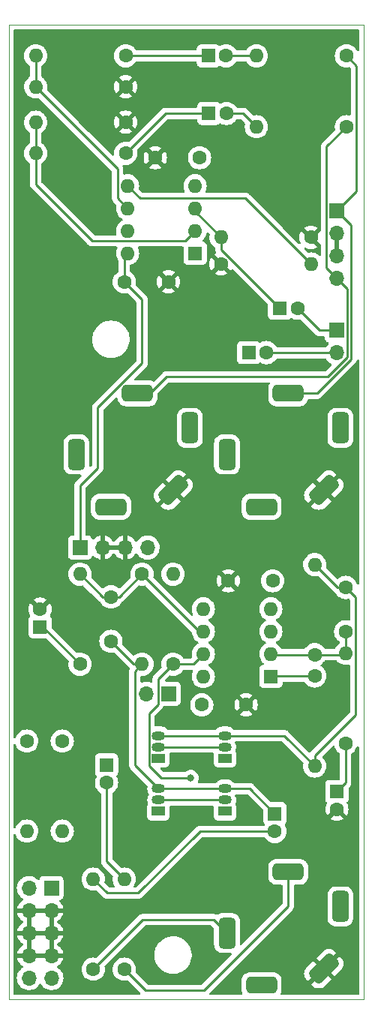
<source format=gtl>
G04 #@! TF.GenerationSoftware,KiCad,Pcbnew,(6.0.0)*
G04 #@! TF.CreationDate,2022-04-30T23:24:42+02:00*
G04 #@! TF.ProjectId,Output-mixer,4f757470-7574-42d6-9d69-7865722e6b69,rev?*
G04 #@! TF.SameCoordinates,Original*
G04 #@! TF.FileFunction,Copper,L1,Top*
G04 #@! TF.FilePolarity,Positive*
%FSLAX46Y46*%
G04 Gerber Fmt 4.6, Leading zero omitted, Abs format (unit mm)*
G04 Created by KiCad (PCBNEW (6.0.0)) date 2022-04-30 23:24:42*
%MOMM*%
%LPD*%
G01*
G04 APERTURE LIST*
G04 Aperture macros list*
%AMRoundRect*
0 Rectangle with rounded corners*
0 $1 Rounding radius*
0 $2 $3 $4 $5 $6 $7 $8 $9 X,Y pos of 4 corners*
0 Add a 4 corners polygon primitive as box body*
4,1,4,$2,$3,$4,$5,$6,$7,$8,$9,$2,$3,0*
0 Add four circle primitives for the rounded corners*
1,1,$1+$1,$2,$3*
1,1,$1+$1,$4,$5*
1,1,$1+$1,$6,$7*
1,1,$1+$1,$8,$9*
0 Add four rect primitives between the rounded corners*
20,1,$1+$1,$2,$3,$4,$5,0*
20,1,$1+$1,$4,$5,$6,$7,0*
20,1,$1+$1,$6,$7,$8,$9,0*
20,1,$1+$1,$8,$9,$2,$3,0*%
G04 Aperture macros list end*
G04 #@! TA.AperFunction,Profile*
%ADD10C,0.050000*%
G04 #@! TD*
G04 #@! TA.AperFunction,ComponentPad*
%ADD11C,1.600000*%
G04 #@! TD*
G04 #@! TA.AperFunction,ComponentPad*
%ADD12O,1.600000X1.600000*%
G04 #@! TD*
G04 #@! TA.AperFunction,ComponentPad*
%ADD13RoundRect,0.475000X-0.475000X1.275000X-0.475000X-1.275000X0.475000X-1.275000X0.475000X1.275000X0*%
G04 #@! TD*
G04 #@! TA.AperFunction,ComponentPad*
%ADD14RoundRect,0.475000X1.275000X0.475000X-1.275000X0.475000X-1.275000X-0.475000X1.275000X-0.475000X0*%
G04 #@! TD*
G04 #@! TA.AperFunction,ComponentPad*
%ADD15RoundRect,0.475000X-0.565685X-1.237437X1.237437X0.565685X0.565685X1.237437X-1.237437X-0.565685X0*%
G04 #@! TD*
G04 #@! TA.AperFunction,ComponentPad*
%ADD16RoundRect,0.475000X0.475000X-1.275000X0.475000X1.275000X-0.475000X1.275000X-0.475000X-1.275000X0*%
G04 #@! TD*
G04 #@! TA.AperFunction,ComponentPad*
%ADD17R,1.700000X1.700000*%
G04 #@! TD*
G04 #@! TA.AperFunction,ComponentPad*
%ADD18O,1.700000X1.700000*%
G04 #@! TD*
G04 #@! TA.AperFunction,ComponentPad*
%ADD19R,1.500000X1.050000*%
G04 #@! TD*
G04 #@! TA.AperFunction,ComponentPad*
%ADD20O,1.500000X1.050000*%
G04 #@! TD*
G04 #@! TA.AperFunction,ComponentPad*
%ADD21R,1.600000X1.600000*%
G04 #@! TD*
G04 #@! TA.AperFunction,ViaPad*
%ADD22C,0.800000*%
G04 #@! TD*
G04 #@! TA.AperFunction,Conductor*
%ADD23C,0.250000*%
G04 #@! TD*
G04 APERTURE END LIST*
D10*
X161500000Y-31000000D02*
X161500000Y-141000000D01*
X161500000Y-31000000D02*
X201500000Y-31000000D01*
X201500000Y-141000000D02*
X161500000Y-141000000D01*
X201500000Y-31000000D02*
X201500000Y-141000000D01*
D11*
X196000000Y-102080000D03*
D12*
X196000000Y-91920000D03*
D13*
X169100000Y-79500000D03*
D14*
X173000000Y-85400000D03*
D15*
X180030000Y-83530000D03*
D14*
X176000000Y-72600000D03*
D16*
X181900000Y-76500000D03*
D11*
X171000000Y-137580000D03*
D12*
X171000000Y-127420000D03*
D17*
X198500000Y-52000000D03*
D18*
X198500000Y-54540000D03*
X198500000Y-57080000D03*
X198500000Y-59620000D03*
D19*
X185860000Y-113770000D03*
D20*
X185860000Y-112500000D03*
X185860000Y-111230000D03*
D17*
X198500000Y-65500000D03*
D18*
X198500000Y-68040000D03*
D11*
X167500000Y-111840000D03*
D12*
X167500000Y-122000000D03*
D19*
X185860000Y-119770000D03*
D20*
X185860000Y-118500000D03*
X185860000Y-117230000D03*
D11*
X174660000Y-34500000D03*
D12*
X164500000Y-34500000D03*
D11*
X196000000Y-104500000D03*
D12*
X196000000Y-114660000D03*
D11*
X199500000Y-112080000D03*
D12*
X199500000Y-101920000D03*
D13*
X186100000Y-79500000D03*
D14*
X190000000Y-85400000D03*
D15*
X197030000Y-83530000D03*
D14*
X193000000Y-72600000D03*
D16*
X198900000Y-76500000D03*
D11*
X174500000Y-60000000D03*
X179500000Y-60000000D03*
X174660000Y-42000000D03*
D12*
X164500000Y-42000000D03*
D11*
X199580000Y-34500000D03*
D12*
X189420000Y-34500000D03*
D19*
X178360000Y-113770000D03*
D20*
X178360000Y-112500000D03*
X178360000Y-111230000D03*
D11*
X169500000Y-103160000D03*
D12*
X169500000Y-93000000D03*
D19*
X178360000Y-119770000D03*
D20*
X178360000Y-118500000D03*
X178360000Y-117230000D03*
D11*
X199580000Y-42500000D03*
D12*
X189420000Y-42500000D03*
D17*
X169500000Y-90000000D03*
D18*
X172040000Y-90000000D03*
X174580000Y-90000000D03*
X177120000Y-90000000D03*
D11*
X180000000Y-103160000D03*
D12*
X180000000Y-93000000D03*
D11*
X176500000Y-93000000D03*
D12*
X176500000Y-103160000D03*
D11*
X178000000Y-46000000D03*
X183000000Y-46000000D03*
D21*
X182500000Y-56800000D03*
D12*
X182500000Y-54260000D03*
X182500000Y-51720000D03*
X182500000Y-49180000D03*
X174880000Y-49180000D03*
X174880000Y-51720000D03*
X174880000Y-54260000D03*
X174880000Y-56800000D03*
D11*
X173000000Y-95580000D03*
X173000000Y-100580000D03*
X174500000Y-137580000D03*
D12*
X174500000Y-127420000D03*
D11*
X174660000Y-45500000D03*
D12*
X164500000Y-45500000D03*
D11*
X185420000Y-58000000D03*
D12*
X195580000Y-58000000D03*
D11*
X163500000Y-111840000D03*
D12*
X163500000Y-122000000D03*
D11*
X191250000Y-93750000D03*
X186250000Y-93750000D03*
X183250000Y-107750000D03*
X188250000Y-107750000D03*
X174660000Y-38000000D03*
D12*
X164500000Y-38000000D03*
D11*
X195580000Y-55000000D03*
D12*
X185420000Y-55000000D03*
D21*
X191050000Y-104550000D03*
D12*
X191050000Y-102010000D03*
X191050000Y-99470000D03*
X191050000Y-96930000D03*
X183430000Y-96930000D03*
X183430000Y-99470000D03*
X183430000Y-102010000D03*
X183430000Y-104550000D03*
D17*
X179500000Y-106500000D03*
D18*
X176960000Y-106500000D03*
D11*
X199500000Y-99500000D03*
X199500000Y-94500000D03*
D13*
X186100000Y-133500000D03*
D14*
X190000000Y-139400000D03*
D15*
X197030000Y-137530000D03*
D14*
X193000000Y-126600000D03*
D16*
X198900000Y-130500000D03*
D21*
X188544887Y-68000000D03*
D11*
X190544887Y-68000000D03*
D21*
X184000000Y-34500000D03*
D11*
X186000000Y-34500000D03*
D21*
X165000000Y-98955112D03*
D11*
X165000000Y-96955112D03*
D21*
X184044887Y-41000000D03*
D11*
X186044887Y-41000000D03*
D21*
X198500000Y-117544888D03*
D11*
X198500000Y-119544888D03*
D21*
X191500000Y-120044888D03*
D11*
X191500000Y-122044888D03*
D17*
X166275000Y-128425000D03*
D18*
X163735000Y-128425000D03*
X166275000Y-130965000D03*
X163735000Y-130965000D03*
X166275000Y-133505000D03*
X163735000Y-133505000D03*
X166275000Y-136045000D03*
X163735000Y-136045000D03*
X166275000Y-138585000D03*
X163735000Y-138585000D03*
D21*
X172500000Y-114544887D03*
D11*
X172500000Y-116544887D03*
D21*
X192044888Y-63000000D03*
D11*
X194044888Y-63000000D03*
D22*
X182000000Y-116000000D03*
X188000000Y-123500000D03*
X189000000Y-112500000D03*
X178000000Y-123000000D03*
X173000000Y-110000000D03*
X190000000Y-112500000D03*
X187000000Y-123500000D03*
X189000000Y-113500000D03*
X178000000Y-122000000D03*
X177000000Y-122000000D03*
X180500000Y-109000000D03*
X181500000Y-109000000D03*
X181000000Y-110000000D03*
X174000000Y-110000000D03*
X190000000Y-113500000D03*
X177000000Y-123000000D03*
X186000000Y-123500000D03*
X173500000Y-111000000D03*
D23*
X169500000Y-90000000D02*
X169500000Y-83000000D01*
X176500000Y-69219308D02*
X176500000Y-62000000D01*
X169500000Y-83000000D02*
X171500000Y-81000000D01*
X171500000Y-81000000D02*
X171500000Y-74219308D01*
X174500000Y-60000000D02*
X174500000Y-57180000D01*
X171500000Y-74219308D02*
X176500000Y-69219308D01*
X174500000Y-57180000D02*
X174880000Y-56800000D01*
X176500000Y-62000000D02*
X174500000Y-60000000D01*
X198500000Y-65500000D02*
X196544888Y-65500000D01*
X196544888Y-65500000D02*
X194044888Y-63000000D01*
X190584887Y-68040000D02*
X190544887Y-68000000D01*
X198500000Y-68040000D02*
X190584887Y-68040000D01*
X199500000Y-112080000D02*
X199500000Y-116544888D01*
X199500000Y-116544888D02*
X198500000Y-117544888D01*
X165295112Y-98955112D02*
X165000000Y-98955112D01*
X169500000Y-103160000D02*
X165295112Y-98955112D01*
X199340000Y-102080000D02*
X199500000Y-101920000D01*
X196000000Y-102080000D02*
X191120000Y-102080000D01*
X191120000Y-102080000D02*
X191050000Y-102010000D01*
X199500000Y-99500000D02*
X199500000Y-101920000D01*
X196000000Y-102080000D02*
X199340000Y-102080000D01*
X197325489Y-58445489D02*
X198500000Y-59620000D01*
X177400000Y-72600000D02*
X179285020Y-70714980D01*
X176000000Y-72600000D02*
X177400000Y-72600000D01*
X197325489Y-44754511D02*
X197325489Y-58445489D01*
X199674511Y-68540469D02*
X197500000Y-70714980D01*
X199580000Y-42500000D02*
X197325489Y-44754511D01*
X198500000Y-59620000D02*
X199674511Y-60794511D01*
X197500000Y-70714980D02*
X179285020Y-70714980D01*
X199674511Y-60794511D02*
X199674511Y-68540469D01*
X182970000Y-99470000D02*
X183430000Y-99470000D01*
X176500000Y-93000000D02*
X173920000Y-95580000D01*
X173920000Y-95580000D02*
X173000000Y-95580000D01*
X169500000Y-93000000D02*
X172080000Y-95580000D01*
X172080000Y-95580000D02*
X173000000Y-95580000D01*
X176500000Y-93000000D02*
X182970000Y-99470000D01*
X172580000Y-129000000D02*
X176089776Y-129000000D01*
X171000000Y-127420000D02*
X172580000Y-129000000D01*
X176089776Y-129000000D02*
X183044888Y-122044888D01*
X191500000Y-122044888D02*
X183044888Y-122044888D01*
X184600000Y-132000000D02*
X176580000Y-132000000D01*
X186100000Y-133500000D02*
X184600000Y-132000000D01*
X176580000Y-132000000D02*
X171000000Y-137580000D01*
X183500000Y-140000000D02*
X176920000Y-140000000D01*
X193000000Y-130500000D02*
X183500000Y-140000000D01*
X193000000Y-126600000D02*
X193000000Y-130500000D01*
X176920000Y-140000000D02*
X174500000Y-137580000D01*
X196000000Y-104500000D02*
X191100000Y-104500000D01*
X191100000Y-104500000D02*
X191050000Y-104550000D01*
X185860000Y-112500000D02*
X178360000Y-112500000D01*
X185860000Y-118500000D02*
X178360000Y-118500000D01*
X180000000Y-103160000D02*
X182280000Y-103160000D01*
X177285489Y-114619511D02*
X178665978Y-116000000D01*
X178325489Y-107674511D02*
X177285489Y-108714511D01*
X182280000Y-103160000D02*
X183430000Y-102010000D01*
X177285489Y-108714511D02*
X177285489Y-114619511D01*
X178325489Y-104834511D02*
X178325489Y-107674511D01*
X178665978Y-116000000D02*
X182000000Y-116000000D01*
X180000000Y-103160000D02*
X178325489Y-104834511D01*
X200124031Y-53624031D02*
X200124031Y-68726667D01*
X200704511Y-49795489D02*
X200704511Y-35624511D01*
X196250698Y-72600000D02*
X193000000Y-72600000D01*
X198500000Y-52000000D02*
X200704511Y-49795489D01*
X198500000Y-52000000D02*
X200124031Y-53624031D01*
X200704511Y-35624511D02*
X199580000Y-34500000D01*
X200124031Y-68726667D02*
X196250698Y-72600000D01*
X185420000Y-55000000D02*
X185420000Y-56375112D01*
X185420000Y-56375112D02*
X192044888Y-63000000D01*
X182500000Y-52080000D02*
X182500000Y-51720000D01*
X185420000Y-55000000D02*
X182500000Y-52080000D01*
X176295489Y-50595489D02*
X174880000Y-49180000D01*
X188175489Y-50595489D02*
X176295489Y-50595489D01*
X195580000Y-58000000D02*
X188175489Y-50595489D01*
X187920000Y-41000000D02*
X189420000Y-42500000D01*
X186044887Y-41000000D02*
X187920000Y-41000000D01*
X186000000Y-34500000D02*
X189420000Y-34500000D01*
X179160000Y-41000000D02*
X184044887Y-41000000D01*
X174660000Y-45500000D02*
X179160000Y-41000000D01*
X184000000Y-34500000D02*
X174660000Y-34500000D01*
X185860000Y-111230000D02*
X192570000Y-111230000D01*
X196000000Y-113500000D02*
X196000000Y-114660000D01*
X198580000Y-94500000D02*
X199500000Y-94500000D01*
X199500000Y-94500000D02*
X200624511Y-95624511D01*
X185860000Y-111230000D02*
X178360000Y-111230000D01*
X200624511Y-95624511D02*
X200624511Y-108875489D01*
X196000000Y-91920000D02*
X198580000Y-94500000D01*
X192570000Y-111230000D02*
X196000000Y-114660000D01*
X200624511Y-108875489D02*
X196000000Y-113500000D01*
X176500000Y-103160000D02*
X175700001Y-103959999D01*
X175700001Y-114570001D02*
X178360000Y-117230000D01*
X188685112Y-117230000D02*
X191500000Y-120044888D01*
X175580000Y-103160000D02*
X176500000Y-103160000D01*
X185860000Y-117230000D02*
X178360000Y-117230000D01*
X173000000Y-100580000D02*
X175580000Y-103160000D01*
X175700001Y-103959999D02*
X175700001Y-114570001D01*
X185860000Y-117230000D02*
X188685112Y-117230000D01*
X174500000Y-127420000D02*
X172500000Y-125420000D01*
X172500000Y-125420000D02*
X172500000Y-116544887D01*
X182500000Y-54260000D02*
X181375489Y-55384511D01*
X164500000Y-45500000D02*
X164500000Y-42000000D01*
X164500000Y-49000000D02*
X164500000Y-45500000D01*
X181375489Y-55384511D02*
X170884511Y-55384511D01*
X170884511Y-55384511D02*
X164500000Y-49000000D01*
X173755489Y-50595489D02*
X173755489Y-47255489D01*
X173755489Y-47255489D02*
X164500000Y-38000000D01*
X174880000Y-51720000D02*
X173755489Y-50595489D01*
X164500000Y-34500000D02*
X164500000Y-38000000D01*
G04 #@! TA.AperFunction,Conductor*
G36*
X200934121Y-31528002D02*
G01*
X200980614Y-31581658D01*
X200992000Y-31634000D01*
X200992000Y-33863519D01*
X200971998Y-33931640D01*
X200918342Y-33978133D01*
X200848068Y-33988237D01*
X200783488Y-33958743D01*
X200751805Y-33916769D01*
X200719849Y-33848238D01*
X200719846Y-33848233D01*
X200717523Y-33843251D01*
X200586198Y-33655700D01*
X200424300Y-33493802D01*
X200419792Y-33490645D01*
X200419789Y-33490643D01*
X200341611Y-33435902D01*
X200236749Y-33362477D01*
X200231767Y-33360154D01*
X200231762Y-33360151D01*
X200034225Y-33268039D01*
X200034224Y-33268039D01*
X200029243Y-33265716D01*
X200023935Y-33264294D01*
X200023933Y-33264293D01*
X199813402Y-33207881D01*
X199813400Y-33207881D01*
X199808087Y-33206457D01*
X199580000Y-33186502D01*
X199351913Y-33206457D01*
X199346600Y-33207881D01*
X199346598Y-33207881D01*
X199136067Y-33264293D01*
X199136065Y-33264294D01*
X199130757Y-33265716D01*
X199125776Y-33268039D01*
X199125775Y-33268039D01*
X198928238Y-33360151D01*
X198928233Y-33360154D01*
X198923251Y-33362477D01*
X198818389Y-33435902D01*
X198740211Y-33490643D01*
X198740208Y-33490645D01*
X198735700Y-33493802D01*
X198573802Y-33655700D01*
X198442477Y-33843251D01*
X198440154Y-33848233D01*
X198440151Y-33848238D01*
X198379581Y-33978133D01*
X198345716Y-34050757D01*
X198286457Y-34271913D01*
X198266502Y-34500000D01*
X198286457Y-34728087D01*
X198345716Y-34949243D01*
X198348039Y-34954224D01*
X198348039Y-34954225D01*
X198440151Y-35151762D01*
X198440154Y-35151767D01*
X198442477Y-35156749D01*
X198573802Y-35344300D01*
X198735700Y-35506198D01*
X198740208Y-35509355D01*
X198740211Y-35509357D01*
X198781542Y-35538297D01*
X198923251Y-35637523D01*
X198928233Y-35639846D01*
X198928238Y-35639849D01*
X199098825Y-35719394D01*
X199130757Y-35734284D01*
X199136065Y-35735706D01*
X199136067Y-35735707D01*
X199346598Y-35792119D01*
X199346600Y-35792119D01*
X199351913Y-35793543D01*
X199580000Y-35813498D01*
X199808087Y-35793543D01*
X199813398Y-35792120D01*
X199813409Y-35792118D01*
X199871541Y-35776541D01*
X199942517Y-35778230D01*
X199993248Y-35809152D01*
X200034106Y-35850010D01*
X200068132Y-35912322D01*
X200071011Y-35939105D01*
X200071011Y-41112701D01*
X200051009Y-41180822D01*
X199997353Y-41227315D01*
X199927079Y-41237419D01*
X199912407Y-41234410D01*
X199808087Y-41206457D01*
X199580000Y-41186502D01*
X199351913Y-41206457D01*
X199346600Y-41207881D01*
X199346598Y-41207881D01*
X199136067Y-41264293D01*
X199136065Y-41264294D01*
X199130757Y-41265716D01*
X199125776Y-41268039D01*
X199125775Y-41268039D01*
X198928238Y-41360151D01*
X198928233Y-41360154D01*
X198923251Y-41362477D01*
X198818389Y-41435902D01*
X198740211Y-41490643D01*
X198740208Y-41490645D01*
X198735700Y-41493802D01*
X198573802Y-41655700D01*
X198570645Y-41660208D01*
X198570643Y-41660211D01*
X198515902Y-41738389D01*
X198442477Y-41843251D01*
X198440154Y-41848233D01*
X198440151Y-41848238D01*
X198366831Y-42005475D01*
X198345716Y-42050757D01*
X198344294Y-42056065D01*
X198344293Y-42056067D01*
X198298200Y-42228087D01*
X198286457Y-42271913D01*
X198266502Y-42500000D01*
X198286457Y-42728087D01*
X198287880Y-42733398D01*
X198287882Y-42733409D01*
X198303459Y-42791541D01*
X198301770Y-42862517D01*
X198270848Y-42913248D01*
X196933236Y-44250859D01*
X196924950Y-44258399D01*
X196918471Y-44262511D01*
X196913046Y-44268288D01*
X196871846Y-44312162D01*
X196869091Y-44315004D01*
X196849354Y-44334741D01*
X196846874Y-44337938D01*
X196839171Y-44346958D01*
X196808903Y-44379190D01*
X196805084Y-44386136D01*
X196805082Y-44386139D01*
X196799141Y-44396945D01*
X196788290Y-44413464D01*
X196775875Y-44429470D01*
X196772730Y-44436739D01*
X196772727Y-44436743D01*
X196758315Y-44470048D01*
X196753098Y-44480698D01*
X196731794Y-44519451D01*
X196729823Y-44527126D01*
X196729823Y-44527127D01*
X196726756Y-44539073D01*
X196720352Y-44557777D01*
X196712308Y-44576366D01*
X196711069Y-44584189D01*
X196711066Y-44584199D01*
X196705390Y-44620035D01*
X196702984Y-44631655D01*
X196691989Y-44674481D01*
X196691989Y-44694735D01*
X196690438Y-44714445D01*
X196687269Y-44734454D01*
X196688015Y-44742346D01*
X196691430Y-44778472D01*
X196691989Y-44790330D01*
X196691989Y-54195031D01*
X196671987Y-54263152D01*
X196655084Y-54284126D01*
X195952022Y-54987188D01*
X195944408Y-55001132D01*
X195944539Y-55002965D01*
X195948790Y-55009580D01*
X196655084Y-55715874D01*
X196689110Y-55778186D01*
X196691989Y-55804969D01*
X196691989Y-56957301D01*
X196671987Y-57025422D01*
X196618331Y-57071915D01*
X196548057Y-57082019D01*
X196483477Y-57052525D01*
X196476894Y-57046396D01*
X196424300Y-56993802D01*
X196419792Y-56990645D01*
X196419789Y-56990643D01*
X196293920Y-56902509D01*
X196236749Y-56862477D01*
X196231767Y-56860154D01*
X196231762Y-56860151D01*
X196034225Y-56768039D01*
X196034224Y-56768039D01*
X196029243Y-56765716D01*
X196023935Y-56764294D01*
X196023933Y-56764293D01*
X195813402Y-56707881D01*
X195813400Y-56707881D01*
X195808087Y-56706457D01*
X195580000Y-56686502D01*
X195351913Y-56706457D01*
X195346602Y-56707880D01*
X195346591Y-56707882D01*
X195288459Y-56723459D01*
X195217483Y-56721770D01*
X195166752Y-56690848D01*
X194846972Y-56371068D01*
X194812946Y-56308756D01*
X194818011Y-56237941D01*
X194860558Y-56181105D01*
X194927078Y-56156294D01*
X194989317Y-56167778D01*
X195125947Y-56231490D01*
X195136239Y-56235236D01*
X195346688Y-56291625D01*
X195357481Y-56293528D01*
X195574525Y-56312517D01*
X195585475Y-56312517D01*
X195802519Y-56293528D01*
X195813312Y-56291625D01*
X196023761Y-56235236D01*
X196034053Y-56231490D01*
X196231511Y-56139414D01*
X196241006Y-56133931D01*
X196293048Y-56097491D01*
X196301424Y-56087012D01*
X196294356Y-56073566D01*
X194505713Y-54284923D01*
X194493938Y-54278493D01*
X194481923Y-54287789D01*
X194446069Y-54338994D01*
X194440586Y-54348489D01*
X194348510Y-54545947D01*
X194344764Y-54556239D01*
X194288375Y-54766688D01*
X194286472Y-54777481D01*
X194267483Y-54994525D01*
X194267483Y-55005475D01*
X194286472Y-55222519D01*
X194288375Y-55233312D01*
X194344764Y-55443761D01*
X194348510Y-55454053D01*
X194412222Y-55590683D01*
X194422883Y-55660875D01*
X194393903Y-55725687D01*
X194334483Y-55764544D01*
X194263489Y-55765107D01*
X194208932Y-55733028D01*
X192388893Y-53912988D01*
X194858576Y-53912988D01*
X194865644Y-53926434D01*
X195567188Y-54627978D01*
X195581132Y-54635592D01*
X195582965Y-54635461D01*
X195589580Y-54631210D01*
X196295077Y-53925713D01*
X196301507Y-53913938D01*
X196292211Y-53901923D01*
X196241006Y-53866069D01*
X196231511Y-53860586D01*
X196034053Y-53768510D01*
X196023761Y-53764764D01*
X195813312Y-53708375D01*
X195802519Y-53706472D01*
X195585475Y-53687483D01*
X195574525Y-53687483D01*
X195357481Y-53706472D01*
X195346688Y-53708375D01*
X195136239Y-53764764D01*
X195125947Y-53768510D01*
X194928489Y-53860586D01*
X194918994Y-53866069D01*
X194866952Y-53902509D01*
X194858576Y-53912988D01*
X192388893Y-53912988D01*
X191941139Y-53465234D01*
X188679141Y-50203236D01*
X188671601Y-50194950D01*
X188667489Y-50188471D01*
X188617837Y-50141845D01*
X188614996Y-50139091D01*
X188595259Y-50119354D01*
X188592062Y-50116874D01*
X188583040Y-50109169D01*
X188556589Y-50084330D01*
X188550810Y-50078903D01*
X188543864Y-50075084D01*
X188543861Y-50075082D01*
X188533055Y-50069141D01*
X188516536Y-50058290D01*
X188516072Y-50057930D01*
X188500530Y-50045875D01*
X188493261Y-50042730D01*
X188493257Y-50042727D01*
X188459952Y-50028315D01*
X188449302Y-50023098D01*
X188410549Y-50001794D01*
X188390926Y-49996756D01*
X188372223Y-49990352D01*
X188360909Y-49985456D01*
X188360908Y-49985456D01*
X188353634Y-49982308D01*
X188345811Y-49981069D01*
X188345801Y-49981066D01*
X188309965Y-49975390D01*
X188298345Y-49972984D01*
X188263200Y-49963961D01*
X188263199Y-49963961D01*
X188255519Y-49961989D01*
X188235265Y-49961989D01*
X188215554Y-49960438D01*
X188203375Y-49958509D01*
X188195546Y-49957269D01*
X188187654Y-49958015D01*
X188151528Y-49961430D01*
X188139670Y-49961989D01*
X183776903Y-49961989D01*
X183708782Y-49941987D01*
X183662289Y-49888331D01*
X183652185Y-49818057D01*
X183662708Y-49782739D01*
X183731961Y-49634225D01*
X183731961Y-49634224D01*
X183734284Y-49629243D01*
X183760626Y-49530936D01*
X183792119Y-49413402D01*
X183792119Y-49413400D01*
X183793543Y-49408087D01*
X183813498Y-49180000D01*
X183793543Y-48951913D01*
X183734284Y-48730757D01*
X183713136Y-48685405D01*
X183639849Y-48528238D01*
X183639846Y-48528233D01*
X183637523Y-48523251D01*
X183506198Y-48335700D01*
X183344300Y-48173802D01*
X183339792Y-48170645D01*
X183339789Y-48170643D01*
X183261611Y-48115902D01*
X183156749Y-48042477D01*
X183151767Y-48040154D01*
X183151762Y-48040151D01*
X182954225Y-47948039D01*
X182954224Y-47948039D01*
X182949243Y-47945716D01*
X182943935Y-47944294D01*
X182943933Y-47944293D01*
X182733402Y-47887881D01*
X182733400Y-47887881D01*
X182728087Y-47886457D01*
X182500000Y-47866502D01*
X182271913Y-47886457D01*
X182266600Y-47887881D01*
X182266598Y-47887881D01*
X182056067Y-47944293D01*
X182056065Y-47944294D01*
X182050757Y-47945716D01*
X182045776Y-47948039D01*
X182045775Y-47948039D01*
X181848238Y-48040151D01*
X181848233Y-48040154D01*
X181843251Y-48042477D01*
X181738389Y-48115902D01*
X181660211Y-48170643D01*
X181660208Y-48170645D01*
X181655700Y-48173802D01*
X181493802Y-48335700D01*
X181362477Y-48523251D01*
X181360154Y-48528233D01*
X181360151Y-48528238D01*
X181286864Y-48685405D01*
X181265716Y-48730757D01*
X181206457Y-48951913D01*
X181186502Y-49180000D01*
X181206457Y-49408087D01*
X181207881Y-49413400D01*
X181207881Y-49413402D01*
X181239375Y-49530936D01*
X181265716Y-49629243D01*
X181268039Y-49634224D01*
X181268039Y-49634225D01*
X181337292Y-49782739D01*
X181347953Y-49852931D01*
X181318973Y-49917744D01*
X181259553Y-49956600D01*
X181223097Y-49961989D01*
X176610083Y-49961989D01*
X176541962Y-49941987D01*
X176520988Y-49925084D01*
X176189152Y-49593248D01*
X176155126Y-49530936D01*
X176156541Y-49471541D01*
X176172118Y-49413409D01*
X176172120Y-49413398D01*
X176173543Y-49408087D01*
X176193498Y-49180000D01*
X176173543Y-48951913D01*
X176114284Y-48730757D01*
X176093136Y-48685405D01*
X176019849Y-48528238D01*
X176019846Y-48528233D01*
X176017523Y-48523251D01*
X175886198Y-48335700D01*
X175724300Y-48173802D01*
X175719792Y-48170645D01*
X175719789Y-48170643D01*
X175641611Y-48115902D01*
X175536749Y-48042477D01*
X175531767Y-48040154D01*
X175531762Y-48040151D01*
X175334225Y-47948039D01*
X175334224Y-47948039D01*
X175329243Y-47945716D01*
X175323935Y-47944294D01*
X175323933Y-47944293D01*
X175113402Y-47887881D01*
X175113400Y-47887881D01*
X175108087Y-47886457D01*
X174880000Y-47866502D01*
X174651913Y-47886457D01*
X174547599Y-47914408D01*
X174476624Y-47912718D01*
X174417828Y-47872924D01*
X174389880Y-47807660D01*
X174388989Y-47792701D01*
X174388989Y-47334256D01*
X174389516Y-47323073D01*
X174391191Y-47315580D01*
X174389051Y-47247503D01*
X174388989Y-47243544D01*
X174388989Y-47215633D01*
X174388484Y-47211633D01*
X174387551Y-47199790D01*
X174386411Y-47163519D01*
X174386162Y-47155600D01*
X174380510Y-47136146D01*
X174376502Y-47116789D01*
X174374957Y-47104559D01*
X174374957Y-47104558D01*
X174373963Y-47096692D01*
X174371044Y-47089319D01*
X174369755Y-47086062D01*
X177278493Y-47086062D01*
X177287789Y-47098077D01*
X177338994Y-47133931D01*
X177348489Y-47139414D01*
X177545947Y-47231490D01*
X177556239Y-47235236D01*
X177766688Y-47291625D01*
X177777481Y-47293528D01*
X177994525Y-47312517D01*
X178005475Y-47312517D01*
X178222519Y-47293528D01*
X178233312Y-47291625D01*
X178443761Y-47235236D01*
X178454053Y-47231490D01*
X178651511Y-47139414D01*
X178661006Y-47133931D01*
X178713048Y-47097491D01*
X178721424Y-47087012D01*
X178714356Y-47073566D01*
X178012812Y-46372022D01*
X177998868Y-46364408D01*
X177997035Y-46364539D01*
X177990420Y-46368790D01*
X177284923Y-47074287D01*
X177278493Y-47086062D01*
X174369755Y-47086062D01*
X174357685Y-47055577D01*
X174353840Y-47044347D01*
X174343718Y-47009506D01*
X174343718Y-47009505D01*
X174341507Y-47001896D01*
X174331433Y-46984862D01*
X174313973Y-46916046D01*
X174336489Y-46848714D01*
X174391834Y-46804245D01*
X174450867Y-46795201D01*
X174660000Y-46813498D01*
X174888087Y-46793543D01*
X174893400Y-46792119D01*
X174893402Y-46792119D01*
X175103933Y-46735707D01*
X175103935Y-46735706D01*
X175109243Y-46734284D01*
X175151979Y-46714356D01*
X175311762Y-46639849D01*
X175311767Y-46639846D01*
X175316749Y-46637523D01*
X175421611Y-46564098D01*
X175499789Y-46509357D01*
X175499792Y-46509355D01*
X175504300Y-46506198D01*
X175666198Y-46344300D01*
X175797523Y-46156749D01*
X175799846Y-46151767D01*
X175799849Y-46151762D01*
X175868063Y-46005475D01*
X176687483Y-46005475D01*
X176706472Y-46222519D01*
X176708375Y-46233312D01*
X176764764Y-46443761D01*
X176768510Y-46454053D01*
X176860586Y-46651511D01*
X176866069Y-46661006D01*
X176902509Y-46713048D01*
X176912988Y-46721424D01*
X176926434Y-46714356D01*
X177627978Y-46012812D01*
X177634356Y-46001132D01*
X178364408Y-46001132D01*
X178364539Y-46002965D01*
X178368790Y-46009580D01*
X179074287Y-46715077D01*
X179086062Y-46721507D01*
X179098077Y-46712211D01*
X179133931Y-46661006D01*
X179139414Y-46651511D01*
X179231490Y-46454053D01*
X179235236Y-46443761D01*
X179291625Y-46233312D01*
X179293528Y-46222519D01*
X179312517Y-46005475D01*
X179312517Y-46000000D01*
X181686502Y-46000000D01*
X181706457Y-46228087D01*
X181707881Y-46233400D01*
X181707881Y-46233402D01*
X181745025Y-46372022D01*
X181765716Y-46449243D01*
X181768039Y-46454224D01*
X181768039Y-46454225D01*
X181860151Y-46651762D01*
X181860154Y-46651767D01*
X181862477Y-46656749D01*
X181993802Y-46844300D01*
X182155700Y-47006198D01*
X182160208Y-47009355D01*
X182160211Y-47009357D01*
X182160424Y-47009506D01*
X182343251Y-47137523D01*
X182348233Y-47139846D01*
X182348238Y-47139849D01*
X182519260Y-47219597D01*
X182550757Y-47234284D01*
X182556065Y-47235706D01*
X182556067Y-47235707D01*
X182766598Y-47292119D01*
X182766600Y-47292119D01*
X182771913Y-47293543D01*
X183000000Y-47313498D01*
X183228087Y-47293543D01*
X183233400Y-47292119D01*
X183233402Y-47292119D01*
X183443933Y-47235707D01*
X183443935Y-47235706D01*
X183449243Y-47234284D01*
X183480740Y-47219597D01*
X183651762Y-47139849D01*
X183651767Y-47139846D01*
X183656749Y-47137523D01*
X183839576Y-47009506D01*
X183839789Y-47009357D01*
X183839792Y-47009355D01*
X183844300Y-47006198D01*
X184006198Y-46844300D01*
X184137523Y-46656749D01*
X184139846Y-46651767D01*
X184139849Y-46651762D01*
X184231961Y-46454225D01*
X184231961Y-46454224D01*
X184234284Y-46449243D01*
X184254976Y-46372022D01*
X184292119Y-46233402D01*
X184292119Y-46233400D01*
X184293543Y-46228087D01*
X184313498Y-46000000D01*
X184293543Y-45771913D01*
X184281800Y-45728087D01*
X184235707Y-45556067D01*
X184235706Y-45556065D01*
X184234284Y-45550757D01*
X184139966Y-45348489D01*
X184139849Y-45348238D01*
X184139846Y-45348233D01*
X184137523Y-45343251D01*
X184006198Y-45155700D01*
X183844300Y-44993802D01*
X183839792Y-44990645D01*
X183839789Y-44990643D01*
X183713920Y-44902509D01*
X183656749Y-44862477D01*
X183651767Y-44860154D01*
X183651762Y-44860151D01*
X183454225Y-44768039D01*
X183454224Y-44768039D01*
X183449243Y-44765716D01*
X183443935Y-44764294D01*
X183443933Y-44764293D01*
X183233402Y-44707881D01*
X183233400Y-44707881D01*
X183228087Y-44706457D01*
X183000000Y-44686502D01*
X182771913Y-44706457D01*
X182766600Y-44707881D01*
X182766598Y-44707881D01*
X182556067Y-44764293D01*
X182556065Y-44764294D01*
X182550757Y-44765716D01*
X182545776Y-44768039D01*
X182545775Y-44768039D01*
X182348238Y-44860151D01*
X182348233Y-44860154D01*
X182343251Y-44862477D01*
X182286080Y-44902509D01*
X182160211Y-44990643D01*
X182160208Y-44990645D01*
X182155700Y-44993802D01*
X181993802Y-45155700D01*
X181862477Y-45343251D01*
X181860154Y-45348233D01*
X181860151Y-45348238D01*
X181860034Y-45348489D01*
X181765716Y-45550757D01*
X181764294Y-45556065D01*
X181764293Y-45556067D01*
X181718200Y-45728087D01*
X181706457Y-45771913D01*
X181686502Y-46000000D01*
X179312517Y-46000000D01*
X179312517Y-45994525D01*
X179293528Y-45777481D01*
X179291625Y-45766688D01*
X179235236Y-45556239D01*
X179231490Y-45545947D01*
X179139414Y-45348489D01*
X179133931Y-45338994D01*
X179097491Y-45286952D01*
X179087012Y-45278576D01*
X179073566Y-45285644D01*
X178372022Y-45987188D01*
X178364408Y-46001132D01*
X177634356Y-46001132D01*
X177635592Y-45998868D01*
X177635461Y-45997035D01*
X177631210Y-45990420D01*
X176925713Y-45284923D01*
X176913938Y-45278493D01*
X176901923Y-45287789D01*
X176866069Y-45338994D01*
X176860586Y-45348489D01*
X176768510Y-45545947D01*
X176764764Y-45556239D01*
X176708375Y-45766688D01*
X176706472Y-45777481D01*
X176687483Y-45994525D01*
X176687483Y-46005475D01*
X175868063Y-46005475D01*
X175891961Y-45954225D01*
X175891961Y-45954224D01*
X175894284Y-45949243D01*
X175938100Y-45785723D01*
X175952119Y-45733402D01*
X175952119Y-45733400D01*
X175953543Y-45728087D01*
X175973498Y-45500000D01*
X175953543Y-45271913D01*
X175952119Y-45266598D01*
X175952118Y-45266591D01*
X175936541Y-45208459D01*
X175938230Y-45137483D01*
X175969152Y-45086752D01*
X176142916Y-44912988D01*
X177278576Y-44912988D01*
X177285644Y-44926434D01*
X177987188Y-45627978D01*
X178001132Y-45635592D01*
X178002965Y-45635461D01*
X178009580Y-45631210D01*
X178715077Y-44925713D01*
X178721507Y-44913938D01*
X178712211Y-44901923D01*
X178661006Y-44866069D01*
X178651511Y-44860586D01*
X178454053Y-44768510D01*
X178443761Y-44764764D01*
X178233312Y-44708375D01*
X178222519Y-44706472D01*
X178005475Y-44687483D01*
X177994525Y-44687483D01*
X177777481Y-44706472D01*
X177766688Y-44708375D01*
X177556239Y-44764764D01*
X177545947Y-44768510D01*
X177348489Y-44860586D01*
X177338994Y-44866069D01*
X177286952Y-44902509D01*
X177278576Y-44912988D01*
X176142916Y-44912988D01*
X179385500Y-41670405D01*
X179447812Y-41636379D01*
X179474595Y-41633500D01*
X182610387Y-41633500D01*
X182678508Y-41653502D01*
X182725001Y-41707158D01*
X182736387Y-41759500D01*
X182736387Y-41848134D01*
X182743142Y-41910316D01*
X182794272Y-42046705D01*
X182881626Y-42163261D01*
X182998182Y-42250615D01*
X183134571Y-42301745D01*
X183196753Y-42308500D01*
X184893021Y-42308500D01*
X184955203Y-42301745D01*
X185091592Y-42250615D01*
X185208148Y-42163261D01*
X185213529Y-42156081D01*
X185219879Y-42149731D01*
X185222119Y-42151971D01*
X185266452Y-42118829D01*
X185337271Y-42113810D01*
X185378677Y-42131949D01*
X185378868Y-42131617D01*
X185381851Y-42133339D01*
X185382684Y-42133704D01*
X185388138Y-42137523D01*
X185393120Y-42139846D01*
X185393125Y-42139849D01*
X185570602Y-42222607D01*
X185595644Y-42234284D01*
X185600952Y-42235706D01*
X185600954Y-42235707D01*
X185811485Y-42292119D01*
X185811487Y-42292119D01*
X185816800Y-42293543D01*
X186044887Y-42313498D01*
X186272974Y-42293543D01*
X186278287Y-42292119D01*
X186278289Y-42292119D01*
X186488820Y-42235707D01*
X186488822Y-42235706D01*
X186494130Y-42234284D01*
X186519172Y-42222607D01*
X186696649Y-42139849D01*
X186696654Y-42139846D01*
X186701636Y-42137523D01*
X186831337Y-42046705D01*
X186884676Y-42009357D01*
X186884679Y-42009355D01*
X186889187Y-42006198D01*
X187051085Y-41844300D01*
X187054976Y-41838743D01*
X187161068Y-41687229D01*
X187216525Y-41642901D01*
X187264281Y-41633500D01*
X187605406Y-41633500D01*
X187673527Y-41653502D01*
X187694501Y-41670405D01*
X188110848Y-42086752D01*
X188144874Y-42149064D01*
X188143459Y-42208459D01*
X188127882Y-42266591D01*
X188127881Y-42266598D01*
X188126457Y-42271913D01*
X188106502Y-42500000D01*
X188126457Y-42728087D01*
X188127881Y-42733400D01*
X188127881Y-42733402D01*
X188162478Y-42862517D01*
X188185716Y-42949243D01*
X188188039Y-42954224D01*
X188188039Y-42954225D01*
X188280151Y-43151762D01*
X188280154Y-43151767D01*
X188282477Y-43156749D01*
X188413802Y-43344300D01*
X188575700Y-43506198D01*
X188580208Y-43509355D01*
X188580211Y-43509357D01*
X188658389Y-43564098D01*
X188763251Y-43637523D01*
X188768233Y-43639846D01*
X188768238Y-43639849D01*
X188928988Y-43714807D01*
X188970757Y-43734284D01*
X188976065Y-43735706D01*
X188976067Y-43735707D01*
X189186598Y-43792119D01*
X189186600Y-43792119D01*
X189191913Y-43793543D01*
X189420000Y-43813498D01*
X189648087Y-43793543D01*
X189653400Y-43792119D01*
X189653402Y-43792119D01*
X189863933Y-43735707D01*
X189863935Y-43735706D01*
X189869243Y-43734284D01*
X189911012Y-43714807D01*
X190071762Y-43639849D01*
X190071767Y-43639846D01*
X190076749Y-43637523D01*
X190181611Y-43564098D01*
X190259789Y-43509357D01*
X190259792Y-43509355D01*
X190264300Y-43506198D01*
X190426198Y-43344300D01*
X190557523Y-43156749D01*
X190559846Y-43151767D01*
X190559849Y-43151762D01*
X190651961Y-42954225D01*
X190651961Y-42954224D01*
X190654284Y-42949243D01*
X190677523Y-42862517D01*
X190712119Y-42733402D01*
X190712119Y-42733400D01*
X190713543Y-42728087D01*
X190733498Y-42500000D01*
X190713543Y-42271913D01*
X190701800Y-42228087D01*
X190655707Y-42056067D01*
X190655706Y-42056065D01*
X190654284Y-42050757D01*
X190633169Y-42005475D01*
X190559849Y-41848238D01*
X190559846Y-41848233D01*
X190557523Y-41843251D01*
X190484098Y-41738389D01*
X190429357Y-41660211D01*
X190429355Y-41660208D01*
X190426198Y-41655700D01*
X190264300Y-41493802D01*
X190259792Y-41490645D01*
X190259789Y-41490643D01*
X190181611Y-41435902D01*
X190076749Y-41362477D01*
X190071767Y-41360154D01*
X190071762Y-41360151D01*
X189874225Y-41268039D01*
X189874224Y-41268039D01*
X189869243Y-41265716D01*
X189863935Y-41264294D01*
X189863933Y-41264293D01*
X189653402Y-41207881D01*
X189653400Y-41207881D01*
X189648087Y-41206457D01*
X189420000Y-41186502D01*
X189191913Y-41206457D01*
X189128458Y-41223460D01*
X189057482Y-41221770D01*
X189006753Y-41190848D01*
X188423652Y-40607747D01*
X188416112Y-40599461D01*
X188412000Y-40592982D01*
X188362348Y-40546356D01*
X188359507Y-40543602D01*
X188339770Y-40523865D01*
X188336573Y-40521385D01*
X188327551Y-40513680D01*
X188314122Y-40501069D01*
X188295321Y-40483414D01*
X188288375Y-40479595D01*
X188288372Y-40479593D01*
X188277566Y-40473652D01*
X188261047Y-40462801D01*
X188260583Y-40462441D01*
X188245041Y-40450386D01*
X188237772Y-40447241D01*
X188237768Y-40447238D01*
X188204463Y-40432826D01*
X188193813Y-40427609D01*
X188155060Y-40406305D01*
X188135437Y-40401267D01*
X188116734Y-40394863D01*
X188105420Y-40389967D01*
X188105419Y-40389967D01*
X188098145Y-40386819D01*
X188090322Y-40385580D01*
X188090312Y-40385577D01*
X188054476Y-40379901D01*
X188042856Y-40377495D01*
X188007711Y-40368472D01*
X188007710Y-40368472D01*
X188000030Y-40366500D01*
X187979776Y-40366500D01*
X187960065Y-40364949D01*
X187947886Y-40363020D01*
X187940057Y-40361780D01*
X187910786Y-40364547D01*
X187896039Y-40365941D01*
X187884181Y-40366500D01*
X187264281Y-40366500D01*
X187196160Y-40346498D01*
X187161068Y-40312771D01*
X187054244Y-40160211D01*
X187054242Y-40160208D01*
X187051085Y-40155700D01*
X186889187Y-39993802D01*
X186884679Y-39990645D01*
X186884676Y-39990643D01*
X186806498Y-39935902D01*
X186701636Y-39862477D01*
X186696654Y-39860154D01*
X186696649Y-39860151D01*
X186499112Y-39768039D01*
X186499111Y-39768039D01*
X186494130Y-39765716D01*
X186488822Y-39764294D01*
X186488820Y-39764293D01*
X186278289Y-39707881D01*
X186278287Y-39707881D01*
X186272974Y-39706457D01*
X186044887Y-39686502D01*
X185816800Y-39706457D01*
X185811487Y-39707881D01*
X185811485Y-39707881D01*
X185600954Y-39764293D01*
X185600952Y-39764294D01*
X185595644Y-39765716D01*
X185590663Y-39768039D01*
X185590662Y-39768039D01*
X185393125Y-39860151D01*
X185393120Y-39860154D01*
X185388138Y-39862477D01*
X185382685Y-39866295D01*
X185382201Y-39866459D01*
X185378868Y-39868383D01*
X185378481Y-39867713D01*
X185315413Y-39888988D01*
X185246552Y-39871707D01*
X185221150Y-39848998D01*
X185219879Y-39850269D01*
X185213529Y-39843919D01*
X185208148Y-39836739D01*
X185091592Y-39749385D01*
X184955203Y-39698255D01*
X184893021Y-39691500D01*
X183196753Y-39691500D01*
X183134571Y-39698255D01*
X182998182Y-39749385D01*
X182881626Y-39836739D01*
X182794272Y-39953295D01*
X182743142Y-40089684D01*
X182736387Y-40151866D01*
X182736387Y-40240500D01*
X182716385Y-40308621D01*
X182662729Y-40355114D01*
X182610387Y-40366500D01*
X179238767Y-40366500D01*
X179227584Y-40365973D01*
X179220091Y-40364298D01*
X179212165Y-40364547D01*
X179212164Y-40364547D01*
X179152014Y-40366438D01*
X179148055Y-40366500D01*
X179120144Y-40366500D01*
X179116210Y-40366997D01*
X179116209Y-40366997D01*
X179116144Y-40367005D01*
X179104307Y-40367938D01*
X179072049Y-40368952D01*
X179068030Y-40369078D01*
X179060111Y-40369327D01*
X179040657Y-40374979D01*
X179021300Y-40378987D01*
X179009070Y-40380532D01*
X179009069Y-40380532D01*
X179001203Y-40381526D01*
X178993832Y-40384445D01*
X178993830Y-40384445D01*
X178960088Y-40397804D01*
X178948858Y-40401649D01*
X178914017Y-40411771D01*
X178914016Y-40411771D01*
X178906407Y-40413982D01*
X178899588Y-40418015D01*
X178899583Y-40418017D01*
X178888972Y-40424293D01*
X178871224Y-40432988D01*
X178852383Y-40440448D01*
X178845967Y-40445110D01*
X178845966Y-40445110D01*
X178816613Y-40466436D01*
X178806693Y-40472952D01*
X178775465Y-40491420D01*
X178775462Y-40491422D01*
X178768638Y-40495458D01*
X178754317Y-40509779D01*
X178739284Y-40522619D01*
X178722893Y-40534528D01*
X178714217Y-40545016D01*
X178694702Y-40568605D01*
X178686712Y-40577384D01*
X175073248Y-44190848D01*
X175010936Y-44224874D01*
X174951541Y-44223459D01*
X174893409Y-44207882D01*
X174893398Y-44207880D01*
X174888087Y-44206457D01*
X174660000Y-44186502D01*
X174431913Y-44206457D01*
X174426600Y-44207881D01*
X174426598Y-44207881D01*
X174216067Y-44264293D01*
X174216065Y-44264294D01*
X174210757Y-44265716D01*
X174205776Y-44268039D01*
X174205775Y-44268039D01*
X174008238Y-44360151D01*
X174008233Y-44360154D01*
X174003251Y-44362477D01*
X173954026Y-44396945D01*
X173820211Y-44490643D01*
X173820208Y-44490645D01*
X173815700Y-44493802D01*
X173653802Y-44655700D01*
X173650645Y-44660208D01*
X173650643Y-44660211D01*
X173618597Y-44705978D01*
X173522477Y-44843251D01*
X173520154Y-44848233D01*
X173520151Y-44848238D01*
X173428039Y-45045775D01*
X173425716Y-45050757D01*
X173424294Y-45056065D01*
X173424293Y-45056067D01*
X173367883Y-45266591D01*
X173366457Y-45271913D01*
X173346502Y-45500000D01*
X173346981Y-45505475D01*
X173359532Y-45648935D01*
X173345543Y-45718540D01*
X173296143Y-45769533D01*
X173227017Y-45785723D01*
X173160112Y-45761970D01*
X173144916Y-45749012D01*
X170481966Y-43086062D01*
X173938493Y-43086062D01*
X173947789Y-43098077D01*
X173998994Y-43133931D01*
X174008489Y-43139414D01*
X174205947Y-43231490D01*
X174216239Y-43235236D01*
X174426688Y-43291625D01*
X174437481Y-43293528D01*
X174654525Y-43312517D01*
X174665475Y-43312517D01*
X174882519Y-43293528D01*
X174893312Y-43291625D01*
X175103761Y-43235236D01*
X175114053Y-43231490D01*
X175311511Y-43139414D01*
X175321006Y-43133931D01*
X175373048Y-43097491D01*
X175381424Y-43087012D01*
X175374356Y-43073566D01*
X174672812Y-42372022D01*
X174658868Y-42364408D01*
X174657035Y-42364539D01*
X174650420Y-42368790D01*
X173944923Y-43074287D01*
X173938493Y-43086062D01*
X170481966Y-43086062D01*
X169401379Y-42005475D01*
X173347483Y-42005475D01*
X173366472Y-42222519D01*
X173368375Y-42233312D01*
X173424764Y-42443761D01*
X173428510Y-42454053D01*
X173520586Y-42651511D01*
X173526069Y-42661006D01*
X173562509Y-42713048D01*
X173572988Y-42721424D01*
X173586434Y-42714356D01*
X174287978Y-42012812D01*
X174294356Y-42001132D01*
X175024408Y-42001132D01*
X175024539Y-42002965D01*
X175028790Y-42009580D01*
X175734287Y-42715077D01*
X175746062Y-42721507D01*
X175758077Y-42712211D01*
X175793931Y-42661006D01*
X175799414Y-42651511D01*
X175891490Y-42454053D01*
X175895236Y-42443761D01*
X175951625Y-42233312D01*
X175953528Y-42222519D01*
X175972517Y-42005475D01*
X175972517Y-41994525D01*
X175953528Y-41777481D01*
X175951625Y-41766688D01*
X175895236Y-41556239D01*
X175891490Y-41545947D01*
X175799414Y-41348489D01*
X175793931Y-41338994D01*
X175757491Y-41286952D01*
X175747012Y-41278576D01*
X175733566Y-41285644D01*
X175032022Y-41987188D01*
X175024408Y-42001132D01*
X174294356Y-42001132D01*
X174295592Y-41998868D01*
X174295461Y-41997035D01*
X174291210Y-41990420D01*
X173585713Y-41284923D01*
X173573938Y-41278493D01*
X173561923Y-41287789D01*
X173526069Y-41338994D01*
X173520586Y-41348489D01*
X173428510Y-41545947D01*
X173424764Y-41556239D01*
X173368375Y-41766688D01*
X173366472Y-41777481D01*
X173347483Y-41994525D01*
X173347483Y-42005475D01*
X169401379Y-42005475D01*
X168308892Y-40912988D01*
X173938576Y-40912988D01*
X173945644Y-40926434D01*
X174647188Y-41627978D01*
X174661132Y-41635592D01*
X174662965Y-41635461D01*
X174669580Y-41631210D01*
X175375077Y-40925713D01*
X175381507Y-40913938D01*
X175372211Y-40901923D01*
X175321006Y-40866069D01*
X175311511Y-40860586D01*
X175114053Y-40768510D01*
X175103761Y-40764764D01*
X174893312Y-40708375D01*
X174882519Y-40706472D01*
X174665475Y-40687483D01*
X174654525Y-40687483D01*
X174437481Y-40706472D01*
X174426688Y-40708375D01*
X174216239Y-40764764D01*
X174205947Y-40768510D01*
X174008489Y-40860586D01*
X173998994Y-40866069D01*
X173946952Y-40902509D01*
X173938576Y-40912988D01*
X168308892Y-40912988D01*
X166481966Y-39086062D01*
X173938493Y-39086062D01*
X173947789Y-39098077D01*
X173998994Y-39133931D01*
X174008489Y-39139414D01*
X174205947Y-39231490D01*
X174216239Y-39235236D01*
X174426688Y-39291625D01*
X174437481Y-39293528D01*
X174654525Y-39312517D01*
X174665475Y-39312517D01*
X174882519Y-39293528D01*
X174893312Y-39291625D01*
X175103761Y-39235236D01*
X175114053Y-39231490D01*
X175311511Y-39139414D01*
X175321006Y-39133931D01*
X175373048Y-39097491D01*
X175381424Y-39087012D01*
X175374356Y-39073566D01*
X174672812Y-38372022D01*
X174658868Y-38364408D01*
X174657035Y-38364539D01*
X174650420Y-38368790D01*
X173944923Y-39074287D01*
X173938493Y-39086062D01*
X166481966Y-39086062D01*
X165809152Y-38413248D01*
X165775126Y-38350936D01*
X165776541Y-38291541D01*
X165792118Y-38233409D01*
X165792120Y-38233398D01*
X165793543Y-38228087D01*
X165813019Y-38005475D01*
X173347483Y-38005475D01*
X173366472Y-38222519D01*
X173368375Y-38233312D01*
X173424764Y-38443761D01*
X173428510Y-38454053D01*
X173520586Y-38651511D01*
X173526069Y-38661006D01*
X173562509Y-38713048D01*
X173572988Y-38721424D01*
X173586434Y-38714356D01*
X174287978Y-38012812D01*
X174294356Y-38001132D01*
X175024408Y-38001132D01*
X175024539Y-38002965D01*
X175028790Y-38009580D01*
X175734287Y-38715077D01*
X175746062Y-38721507D01*
X175758077Y-38712211D01*
X175793931Y-38661006D01*
X175799414Y-38651511D01*
X175891490Y-38454053D01*
X175895236Y-38443761D01*
X175951625Y-38233312D01*
X175953528Y-38222519D01*
X175972517Y-38005475D01*
X175972517Y-37994525D01*
X175953528Y-37777481D01*
X175951625Y-37766688D01*
X175895236Y-37556239D01*
X175891490Y-37545947D01*
X175799414Y-37348489D01*
X175793931Y-37338994D01*
X175757491Y-37286952D01*
X175747012Y-37278576D01*
X175733566Y-37285644D01*
X175032022Y-37987188D01*
X175024408Y-38001132D01*
X174294356Y-38001132D01*
X174295592Y-37998868D01*
X174295461Y-37997035D01*
X174291210Y-37990420D01*
X173585713Y-37284923D01*
X173573938Y-37278493D01*
X173561923Y-37287789D01*
X173526069Y-37338994D01*
X173520586Y-37348489D01*
X173428510Y-37545947D01*
X173424764Y-37556239D01*
X173368375Y-37766688D01*
X173366472Y-37777481D01*
X173347483Y-37994525D01*
X173347483Y-38005475D01*
X165813019Y-38005475D01*
X165813498Y-38000000D01*
X165793543Y-37771913D01*
X165756981Y-37635461D01*
X165735707Y-37556067D01*
X165735706Y-37556065D01*
X165734284Y-37550757D01*
X165639966Y-37348489D01*
X165639849Y-37348238D01*
X165639846Y-37348233D01*
X165637523Y-37343251D01*
X165506198Y-37155700D01*
X165344300Y-36993802D01*
X165339792Y-36990645D01*
X165339789Y-36990643D01*
X165228887Y-36912988D01*
X173938576Y-36912988D01*
X173945644Y-36926434D01*
X174647188Y-37627978D01*
X174661132Y-37635592D01*
X174662965Y-37635461D01*
X174669580Y-37631210D01*
X175375077Y-36925713D01*
X175381507Y-36913938D01*
X175372211Y-36901923D01*
X175321006Y-36866069D01*
X175311511Y-36860586D01*
X175114053Y-36768510D01*
X175103761Y-36764764D01*
X174893312Y-36708375D01*
X174882519Y-36706472D01*
X174665475Y-36687483D01*
X174654525Y-36687483D01*
X174437481Y-36706472D01*
X174426688Y-36708375D01*
X174216239Y-36764764D01*
X174205947Y-36768510D01*
X174008489Y-36860586D01*
X173998994Y-36866069D01*
X173946952Y-36902509D01*
X173938576Y-36912988D01*
X165228887Y-36912988D01*
X165187229Y-36883819D01*
X165142901Y-36828362D01*
X165133500Y-36780606D01*
X165133500Y-35719394D01*
X165153502Y-35651273D01*
X165187229Y-35616181D01*
X165339789Y-35509357D01*
X165339792Y-35509355D01*
X165344300Y-35506198D01*
X165506198Y-35344300D01*
X165637523Y-35156749D01*
X165639846Y-35151767D01*
X165639849Y-35151762D01*
X165731961Y-34954225D01*
X165731961Y-34954224D01*
X165734284Y-34949243D01*
X165793543Y-34728087D01*
X165813498Y-34500000D01*
X173346502Y-34500000D01*
X173366457Y-34728087D01*
X173425716Y-34949243D01*
X173428039Y-34954224D01*
X173428039Y-34954225D01*
X173520151Y-35151762D01*
X173520154Y-35151767D01*
X173522477Y-35156749D01*
X173653802Y-35344300D01*
X173815700Y-35506198D01*
X173820208Y-35509355D01*
X173820211Y-35509357D01*
X173861542Y-35538297D01*
X174003251Y-35637523D01*
X174008233Y-35639846D01*
X174008238Y-35639849D01*
X174178825Y-35719394D01*
X174210757Y-35734284D01*
X174216065Y-35735706D01*
X174216067Y-35735707D01*
X174426598Y-35792119D01*
X174426600Y-35792119D01*
X174431913Y-35793543D01*
X174660000Y-35813498D01*
X174888087Y-35793543D01*
X174893400Y-35792119D01*
X174893402Y-35792119D01*
X175103933Y-35735707D01*
X175103935Y-35735706D01*
X175109243Y-35734284D01*
X175141175Y-35719394D01*
X175311762Y-35639849D01*
X175311767Y-35639846D01*
X175316749Y-35637523D01*
X175458458Y-35538297D01*
X175499789Y-35509357D01*
X175499792Y-35509355D01*
X175504300Y-35506198D01*
X175666198Y-35344300D01*
X175725576Y-35259500D01*
X175776181Y-35187229D01*
X175831638Y-35142901D01*
X175879394Y-35133500D01*
X182565500Y-35133500D01*
X182633621Y-35153502D01*
X182680114Y-35207158D01*
X182691500Y-35259500D01*
X182691500Y-35348134D01*
X182698255Y-35410316D01*
X182749385Y-35546705D01*
X182836739Y-35663261D01*
X182953295Y-35750615D01*
X183089684Y-35801745D01*
X183151866Y-35808500D01*
X184848134Y-35808500D01*
X184910316Y-35801745D01*
X185046705Y-35750615D01*
X185163261Y-35663261D01*
X185168642Y-35656081D01*
X185174992Y-35649731D01*
X185177232Y-35651971D01*
X185221565Y-35618829D01*
X185292384Y-35613810D01*
X185333790Y-35631949D01*
X185333981Y-35631617D01*
X185336964Y-35633339D01*
X185337797Y-35633704D01*
X185343251Y-35637523D01*
X185348233Y-35639846D01*
X185348238Y-35639849D01*
X185518825Y-35719394D01*
X185550757Y-35734284D01*
X185556065Y-35735706D01*
X185556067Y-35735707D01*
X185766598Y-35792119D01*
X185766600Y-35792119D01*
X185771913Y-35793543D01*
X186000000Y-35813498D01*
X186228087Y-35793543D01*
X186233400Y-35792119D01*
X186233402Y-35792119D01*
X186443933Y-35735707D01*
X186443935Y-35735706D01*
X186449243Y-35734284D01*
X186481175Y-35719394D01*
X186651762Y-35639849D01*
X186651767Y-35639846D01*
X186656749Y-35637523D01*
X186798458Y-35538297D01*
X186839789Y-35509357D01*
X186839792Y-35509355D01*
X186844300Y-35506198D01*
X187006198Y-35344300D01*
X187065576Y-35259500D01*
X187116181Y-35187229D01*
X187171638Y-35142901D01*
X187219394Y-35133500D01*
X188200606Y-35133500D01*
X188268727Y-35153502D01*
X188303819Y-35187229D01*
X188354424Y-35259500D01*
X188413802Y-35344300D01*
X188575700Y-35506198D01*
X188580208Y-35509355D01*
X188580211Y-35509357D01*
X188621542Y-35538297D01*
X188763251Y-35637523D01*
X188768233Y-35639846D01*
X188768238Y-35639849D01*
X188938825Y-35719394D01*
X188970757Y-35734284D01*
X188976065Y-35735706D01*
X188976067Y-35735707D01*
X189186598Y-35792119D01*
X189186600Y-35792119D01*
X189191913Y-35793543D01*
X189420000Y-35813498D01*
X189648087Y-35793543D01*
X189653400Y-35792119D01*
X189653402Y-35792119D01*
X189863933Y-35735707D01*
X189863935Y-35735706D01*
X189869243Y-35734284D01*
X189901175Y-35719394D01*
X190071762Y-35639849D01*
X190071767Y-35639846D01*
X190076749Y-35637523D01*
X190218458Y-35538297D01*
X190259789Y-35509357D01*
X190259792Y-35509355D01*
X190264300Y-35506198D01*
X190426198Y-35344300D01*
X190557523Y-35156749D01*
X190559846Y-35151767D01*
X190559849Y-35151762D01*
X190651961Y-34954225D01*
X190651961Y-34954224D01*
X190654284Y-34949243D01*
X190713543Y-34728087D01*
X190733498Y-34500000D01*
X190713543Y-34271913D01*
X190654284Y-34050757D01*
X190620419Y-33978133D01*
X190559849Y-33848238D01*
X190559846Y-33848233D01*
X190557523Y-33843251D01*
X190426198Y-33655700D01*
X190264300Y-33493802D01*
X190259792Y-33490645D01*
X190259789Y-33490643D01*
X190181611Y-33435902D01*
X190076749Y-33362477D01*
X190071767Y-33360154D01*
X190071762Y-33360151D01*
X189874225Y-33268039D01*
X189874224Y-33268039D01*
X189869243Y-33265716D01*
X189863935Y-33264294D01*
X189863933Y-33264293D01*
X189653402Y-33207881D01*
X189653400Y-33207881D01*
X189648087Y-33206457D01*
X189420000Y-33186502D01*
X189191913Y-33206457D01*
X189186600Y-33207881D01*
X189186598Y-33207881D01*
X188976067Y-33264293D01*
X188976065Y-33264294D01*
X188970757Y-33265716D01*
X188965776Y-33268039D01*
X188965775Y-33268039D01*
X188768238Y-33360151D01*
X188768233Y-33360154D01*
X188763251Y-33362477D01*
X188658389Y-33435902D01*
X188580211Y-33490643D01*
X188580208Y-33490645D01*
X188575700Y-33493802D01*
X188413802Y-33655700D01*
X188410645Y-33660208D01*
X188410643Y-33660211D01*
X188303819Y-33812771D01*
X188248362Y-33857099D01*
X188200606Y-33866500D01*
X187219394Y-33866500D01*
X187151273Y-33846498D01*
X187116181Y-33812771D01*
X187009357Y-33660211D01*
X187009355Y-33660208D01*
X187006198Y-33655700D01*
X186844300Y-33493802D01*
X186839792Y-33490645D01*
X186839789Y-33490643D01*
X186761611Y-33435902D01*
X186656749Y-33362477D01*
X186651767Y-33360154D01*
X186651762Y-33360151D01*
X186454225Y-33268039D01*
X186454224Y-33268039D01*
X186449243Y-33265716D01*
X186443935Y-33264294D01*
X186443933Y-33264293D01*
X186233402Y-33207881D01*
X186233400Y-33207881D01*
X186228087Y-33206457D01*
X186000000Y-33186502D01*
X185771913Y-33206457D01*
X185766600Y-33207881D01*
X185766598Y-33207881D01*
X185556067Y-33264293D01*
X185556065Y-33264294D01*
X185550757Y-33265716D01*
X185545776Y-33268039D01*
X185545775Y-33268039D01*
X185348238Y-33360151D01*
X185348233Y-33360154D01*
X185343251Y-33362477D01*
X185337798Y-33366295D01*
X185337314Y-33366459D01*
X185333981Y-33368383D01*
X185333594Y-33367713D01*
X185270526Y-33388988D01*
X185201665Y-33371707D01*
X185176263Y-33348998D01*
X185174992Y-33350269D01*
X185168642Y-33343919D01*
X185163261Y-33336739D01*
X185046705Y-33249385D01*
X184910316Y-33198255D01*
X184848134Y-33191500D01*
X183151866Y-33191500D01*
X183089684Y-33198255D01*
X182953295Y-33249385D01*
X182836739Y-33336739D01*
X182749385Y-33453295D01*
X182698255Y-33589684D01*
X182691500Y-33651866D01*
X182691500Y-33740500D01*
X182671498Y-33808621D01*
X182617842Y-33855114D01*
X182565500Y-33866500D01*
X175879394Y-33866500D01*
X175811273Y-33846498D01*
X175776181Y-33812771D01*
X175669357Y-33660211D01*
X175669355Y-33660208D01*
X175666198Y-33655700D01*
X175504300Y-33493802D01*
X175499792Y-33490645D01*
X175499789Y-33490643D01*
X175421611Y-33435902D01*
X175316749Y-33362477D01*
X175311767Y-33360154D01*
X175311762Y-33360151D01*
X175114225Y-33268039D01*
X175114224Y-33268039D01*
X175109243Y-33265716D01*
X175103935Y-33264294D01*
X175103933Y-33264293D01*
X174893402Y-33207881D01*
X174893400Y-33207881D01*
X174888087Y-33206457D01*
X174660000Y-33186502D01*
X174431913Y-33206457D01*
X174426600Y-33207881D01*
X174426598Y-33207881D01*
X174216067Y-33264293D01*
X174216065Y-33264294D01*
X174210757Y-33265716D01*
X174205776Y-33268039D01*
X174205775Y-33268039D01*
X174008238Y-33360151D01*
X174008233Y-33360154D01*
X174003251Y-33362477D01*
X173898389Y-33435902D01*
X173820211Y-33490643D01*
X173820208Y-33490645D01*
X173815700Y-33493802D01*
X173653802Y-33655700D01*
X173522477Y-33843251D01*
X173520154Y-33848233D01*
X173520151Y-33848238D01*
X173459581Y-33978133D01*
X173425716Y-34050757D01*
X173366457Y-34271913D01*
X173346502Y-34500000D01*
X165813498Y-34500000D01*
X165793543Y-34271913D01*
X165734284Y-34050757D01*
X165700419Y-33978133D01*
X165639849Y-33848238D01*
X165639846Y-33848233D01*
X165637523Y-33843251D01*
X165506198Y-33655700D01*
X165344300Y-33493802D01*
X165339792Y-33490645D01*
X165339789Y-33490643D01*
X165261611Y-33435902D01*
X165156749Y-33362477D01*
X165151767Y-33360154D01*
X165151762Y-33360151D01*
X164954225Y-33268039D01*
X164954224Y-33268039D01*
X164949243Y-33265716D01*
X164943935Y-33264294D01*
X164943933Y-33264293D01*
X164733402Y-33207881D01*
X164733400Y-33207881D01*
X164728087Y-33206457D01*
X164500000Y-33186502D01*
X164271913Y-33206457D01*
X164266600Y-33207881D01*
X164266598Y-33207881D01*
X164056067Y-33264293D01*
X164056065Y-33264294D01*
X164050757Y-33265716D01*
X164045776Y-33268039D01*
X164045775Y-33268039D01*
X163848238Y-33360151D01*
X163848233Y-33360154D01*
X163843251Y-33362477D01*
X163738389Y-33435902D01*
X163660211Y-33490643D01*
X163660208Y-33490645D01*
X163655700Y-33493802D01*
X163493802Y-33655700D01*
X163362477Y-33843251D01*
X163360154Y-33848233D01*
X163360151Y-33848238D01*
X163299581Y-33978133D01*
X163265716Y-34050757D01*
X163206457Y-34271913D01*
X163186502Y-34500000D01*
X163206457Y-34728087D01*
X163265716Y-34949243D01*
X163268039Y-34954224D01*
X163268039Y-34954225D01*
X163360151Y-35151762D01*
X163360154Y-35151767D01*
X163362477Y-35156749D01*
X163493802Y-35344300D01*
X163655700Y-35506198D01*
X163660208Y-35509355D01*
X163660211Y-35509357D01*
X163812771Y-35616181D01*
X163857099Y-35671638D01*
X163866500Y-35719394D01*
X163866500Y-36780606D01*
X163846498Y-36848727D01*
X163812771Y-36883819D01*
X163660211Y-36990643D01*
X163660208Y-36990645D01*
X163655700Y-36993802D01*
X163493802Y-37155700D01*
X163362477Y-37343251D01*
X163360154Y-37348233D01*
X163360151Y-37348238D01*
X163360034Y-37348489D01*
X163265716Y-37550757D01*
X163264294Y-37556065D01*
X163264293Y-37556067D01*
X163243019Y-37635461D01*
X163206457Y-37771913D01*
X163186502Y-38000000D01*
X163206457Y-38228087D01*
X163207881Y-38233400D01*
X163207881Y-38233402D01*
X163245025Y-38372022D01*
X163265716Y-38449243D01*
X163268039Y-38454224D01*
X163268039Y-38454225D01*
X163360151Y-38651762D01*
X163360154Y-38651767D01*
X163362477Y-38656749D01*
X163493802Y-38844300D01*
X163655700Y-39006198D01*
X163660208Y-39009355D01*
X163660211Y-39009357D01*
X163738389Y-39064098D01*
X163843251Y-39137523D01*
X163848233Y-39139846D01*
X163848238Y-39139849D01*
X164044765Y-39231490D01*
X164050757Y-39234284D01*
X164056065Y-39235706D01*
X164056067Y-39235707D01*
X164266598Y-39292119D01*
X164266600Y-39292119D01*
X164271913Y-39293543D01*
X164500000Y-39313498D01*
X164728087Y-39293543D01*
X164733398Y-39292120D01*
X164733409Y-39292118D01*
X164791541Y-39276541D01*
X164862517Y-39278230D01*
X164913248Y-39309152D01*
X173085084Y-47480989D01*
X173119110Y-47543301D01*
X173121989Y-47570084D01*
X173121989Y-50516722D01*
X173121462Y-50527905D01*
X173119787Y-50535398D01*
X173120036Y-50543324D01*
X173120036Y-50543325D01*
X173121927Y-50603475D01*
X173121989Y-50607434D01*
X173121989Y-50635345D01*
X173122486Y-50639279D01*
X173122486Y-50639280D01*
X173122494Y-50639345D01*
X173123427Y-50651182D01*
X173124816Y-50695378D01*
X173130467Y-50714828D01*
X173134476Y-50734189D01*
X173137015Y-50754286D01*
X173139934Y-50761657D01*
X173139934Y-50761659D01*
X173153293Y-50795401D01*
X173157138Y-50806631D01*
X173169471Y-50849082D01*
X173173504Y-50855901D01*
X173173506Y-50855906D01*
X173179782Y-50866517D01*
X173188477Y-50884265D01*
X173195937Y-50903106D01*
X173200599Y-50909522D01*
X173200599Y-50909523D01*
X173221925Y-50938876D01*
X173228441Y-50948796D01*
X173250947Y-50986851D01*
X173265268Y-51001172D01*
X173278108Y-51016205D01*
X173290017Y-51032596D01*
X173296123Y-51037647D01*
X173324094Y-51060787D01*
X173332873Y-51068777D01*
X173570848Y-51306752D01*
X173604874Y-51369064D01*
X173603459Y-51428459D01*
X173587882Y-51486591D01*
X173587881Y-51486598D01*
X173586457Y-51491913D01*
X173566502Y-51720000D01*
X173586457Y-51948087D01*
X173645716Y-52169243D01*
X173648039Y-52174224D01*
X173648039Y-52174225D01*
X173740151Y-52371762D01*
X173740154Y-52371767D01*
X173742477Y-52376749D01*
X173873802Y-52564300D01*
X174035700Y-52726198D01*
X174040208Y-52729355D01*
X174040211Y-52729357D01*
X174118389Y-52784098D01*
X174223251Y-52857523D01*
X174228233Y-52859846D01*
X174228238Y-52859849D01*
X174262457Y-52875805D01*
X174315742Y-52922722D01*
X174335203Y-52990999D01*
X174314661Y-53058959D01*
X174262457Y-53104195D01*
X174228238Y-53120151D01*
X174228233Y-53120154D01*
X174223251Y-53122477D01*
X174138425Y-53181873D01*
X174040211Y-53250643D01*
X174040208Y-53250645D01*
X174035700Y-53253802D01*
X173873802Y-53415700D01*
X173742477Y-53603251D01*
X173740154Y-53608233D01*
X173740151Y-53608238D01*
X173665416Y-53768510D01*
X173645716Y-53810757D01*
X173644294Y-53816065D01*
X173644293Y-53816067D01*
X173614913Y-53925713D01*
X173586457Y-54031913D01*
X173566502Y-54260000D01*
X173586457Y-54488087D01*
X173614408Y-54592399D01*
X173612718Y-54663376D01*
X173572924Y-54722172D01*
X173507660Y-54750120D01*
X173492701Y-54751011D01*
X171199105Y-54751011D01*
X171130984Y-54731009D01*
X171110010Y-54714106D01*
X165170405Y-48774500D01*
X165136379Y-48712188D01*
X165133500Y-48685405D01*
X165133500Y-46719394D01*
X165153502Y-46651273D01*
X165187229Y-46616181D01*
X165339789Y-46509357D01*
X165339792Y-46509355D01*
X165344300Y-46506198D01*
X165506198Y-46344300D01*
X165637523Y-46156749D01*
X165639846Y-46151767D01*
X165639849Y-46151762D01*
X165731961Y-45954225D01*
X165731961Y-45954224D01*
X165734284Y-45949243D01*
X165778100Y-45785723D01*
X165792119Y-45733402D01*
X165792119Y-45733400D01*
X165793543Y-45728087D01*
X165813498Y-45500000D01*
X165793543Y-45271913D01*
X165792117Y-45266591D01*
X165735707Y-45056067D01*
X165735706Y-45056065D01*
X165734284Y-45050757D01*
X165731961Y-45045775D01*
X165639849Y-44848238D01*
X165639846Y-44848233D01*
X165637523Y-44843251D01*
X165541403Y-44705978D01*
X165509357Y-44660211D01*
X165509355Y-44660208D01*
X165506198Y-44655700D01*
X165344300Y-44493802D01*
X165339792Y-44490645D01*
X165339789Y-44490643D01*
X165187229Y-44383819D01*
X165142901Y-44328362D01*
X165133500Y-44280606D01*
X165133500Y-43219394D01*
X165153502Y-43151273D01*
X165187229Y-43116181D01*
X165339789Y-43009357D01*
X165339792Y-43009355D01*
X165344300Y-43006198D01*
X165506198Y-42844300D01*
X165637523Y-42656749D01*
X165639846Y-42651767D01*
X165639849Y-42651762D01*
X165731961Y-42454225D01*
X165731961Y-42454224D01*
X165734284Y-42449243D01*
X165754976Y-42372022D01*
X165792119Y-42233402D01*
X165792119Y-42233400D01*
X165793543Y-42228087D01*
X165813498Y-42000000D01*
X165793543Y-41771913D01*
X165761815Y-41653502D01*
X165735707Y-41556067D01*
X165735706Y-41556065D01*
X165734284Y-41550757D01*
X165706253Y-41490643D01*
X165639849Y-41348238D01*
X165639846Y-41348233D01*
X165637523Y-41343251D01*
X165506198Y-41155700D01*
X165344300Y-40993802D01*
X165339792Y-40990645D01*
X165339789Y-40990643D01*
X165213920Y-40902509D01*
X165156749Y-40862477D01*
X165151767Y-40860154D01*
X165151762Y-40860151D01*
X164954225Y-40768039D01*
X164954224Y-40768039D01*
X164949243Y-40765716D01*
X164943935Y-40764294D01*
X164943933Y-40764293D01*
X164733402Y-40707881D01*
X164733400Y-40707881D01*
X164728087Y-40706457D01*
X164500000Y-40686502D01*
X164271913Y-40706457D01*
X164266600Y-40707881D01*
X164266598Y-40707881D01*
X164056067Y-40764293D01*
X164056065Y-40764294D01*
X164050757Y-40765716D01*
X164045776Y-40768039D01*
X164045775Y-40768039D01*
X163848238Y-40860151D01*
X163848233Y-40860154D01*
X163843251Y-40862477D01*
X163786080Y-40902509D01*
X163660211Y-40990643D01*
X163660208Y-40990645D01*
X163655700Y-40993802D01*
X163493802Y-41155700D01*
X163362477Y-41343251D01*
X163360154Y-41348233D01*
X163360151Y-41348238D01*
X163293747Y-41490643D01*
X163265716Y-41550757D01*
X163264294Y-41556065D01*
X163264293Y-41556067D01*
X163238185Y-41653502D01*
X163206457Y-41771913D01*
X163186502Y-42000000D01*
X163206457Y-42228087D01*
X163207881Y-42233400D01*
X163207881Y-42233402D01*
X163245025Y-42372022D01*
X163265716Y-42449243D01*
X163268039Y-42454224D01*
X163268039Y-42454225D01*
X163360151Y-42651762D01*
X163360154Y-42651767D01*
X163362477Y-42656749D01*
X163493802Y-42844300D01*
X163655700Y-43006198D01*
X163660208Y-43009355D01*
X163660211Y-43009357D01*
X163812771Y-43116181D01*
X163857099Y-43171638D01*
X163866500Y-43219394D01*
X163866500Y-44280606D01*
X163846498Y-44348727D01*
X163812771Y-44383819D01*
X163660211Y-44490643D01*
X163660208Y-44490645D01*
X163655700Y-44493802D01*
X163493802Y-44655700D01*
X163490645Y-44660208D01*
X163490643Y-44660211D01*
X163458597Y-44705978D01*
X163362477Y-44843251D01*
X163360154Y-44848233D01*
X163360151Y-44848238D01*
X163268039Y-45045775D01*
X163265716Y-45050757D01*
X163264294Y-45056065D01*
X163264293Y-45056067D01*
X163207883Y-45266591D01*
X163206457Y-45271913D01*
X163186502Y-45500000D01*
X163206457Y-45728087D01*
X163207881Y-45733400D01*
X163207881Y-45733402D01*
X163221901Y-45785723D01*
X163265716Y-45949243D01*
X163268039Y-45954224D01*
X163268039Y-45954225D01*
X163360151Y-46151762D01*
X163360154Y-46151767D01*
X163362477Y-46156749D01*
X163493802Y-46344300D01*
X163655700Y-46506198D01*
X163660208Y-46509355D01*
X163660211Y-46509357D01*
X163812771Y-46616181D01*
X163857099Y-46671638D01*
X163866500Y-46719394D01*
X163866500Y-48921233D01*
X163865973Y-48932416D01*
X163864298Y-48939909D01*
X163864547Y-48947835D01*
X163864547Y-48947836D01*
X163866438Y-49007986D01*
X163866500Y-49011945D01*
X163866500Y-49039856D01*
X163866997Y-49043790D01*
X163866997Y-49043791D01*
X163867005Y-49043856D01*
X163867938Y-49055693D01*
X163869327Y-49099889D01*
X163874978Y-49119339D01*
X163878987Y-49138700D01*
X163881526Y-49158797D01*
X163884445Y-49166168D01*
X163884445Y-49166170D01*
X163897804Y-49199912D01*
X163901649Y-49211142D01*
X163913982Y-49253593D01*
X163918015Y-49260412D01*
X163918017Y-49260417D01*
X163924293Y-49271028D01*
X163932988Y-49288776D01*
X163940448Y-49307617D01*
X163945110Y-49314033D01*
X163945110Y-49314034D01*
X163966436Y-49343387D01*
X163972952Y-49353307D01*
X163995458Y-49391362D01*
X164009779Y-49405683D01*
X164022619Y-49420716D01*
X164034528Y-49437107D01*
X164040634Y-49442158D01*
X164068605Y-49465298D01*
X164077384Y-49473288D01*
X170380859Y-55776764D01*
X170388399Y-55785050D01*
X170392511Y-55791529D01*
X170398288Y-55796954D01*
X170442162Y-55838154D01*
X170445004Y-55840909D01*
X170464741Y-55860646D01*
X170467938Y-55863126D01*
X170476958Y-55870829D01*
X170509190Y-55901097D01*
X170516136Y-55904916D01*
X170516139Y-55904918D01*
X170526945Y-55910859D01*
X170543464Y-55921710D01*
X170559470Y-55934125D01*
X170566739Y-55937270D01*
X170566743Y-55937273D01*
X170600048Y-55951685D01*
X170610698Y-55956902D01*
X170649451Y-55978206D01*
X170657126Y-55980177D01*
X170657127Y-55980177D01*
X170669073Y-55983244D01*
X170687778Y-55989648D01*
X170706366Y-55997692D01*
X170714189Y-55998931D01*
X170714199Y-55998934D01*
X170750035Y-56004610D01*
X170761655Y-56007016D01*
X170796800Y-56016039D01*
X170804481Y-56018011D01*
X170824735Y-56018011D01*
X170844445Y-56019562D01*
X170864454Y-56022731D01*
X170872346Y-56021985D01*
X170908472Y-56018570D01*
X170920330Y-56018011D01*
X173603097Y-56018011D01*
X173671218Y-56038013D01*
X173717711Y-56091669D01*
X173727815Y-56161943D01*
X173717292Y-56197261D01*
X173673290Y-56291625D01*
X173645716Y-56350757D01*
X173644294Y-56356065D01*
X173644293Y-56356067D01*
X173587881Y-56566598D01*
X173586457Y-56571913D01*
X173566502Y-56800000D01*
X173586457Y-57028087D01*
X173645716Y-57249243D01*
X173648039Y-57254224D01*
X173648039Y-57254225D01*
X173740151Y-57451762D01*
X173740154Y-57451767D01*
X173742477Y-57456749D01*
X173745633Y-57461256D01*
X173745634Y-57461258D01*
X173843713Y-57601329D01*
X173866500Y-57673600D01*
X173866500Y-58780606D01*
X173846498Y-58848727D01*
X173812771Y-58883819D01*
X173660211Y-58990643D01*
X173660208Y-58990645D01*
X173655700Y-58993802D01*
X173493802Y-59155700D01*
X173490645Y-59160208D01*
X173490643Y-59160211D01*
X173450430Y-59217641D01*
X173362477Y-59343251D01*
X173360154Y-59348233D01*
X173360151Y-59348238D01*
X173268039Y-59545775D01*
X173265716Y-59550757D01*
X173264294Y-59556065D01*
X173264293Y-59556067D01*
X173243019Y-59635461D01*
X173206457Y-59771913D01*
X173186502Y-60000000D01*
X173206457Y-60228087D01*
X173207881Y-60233400D01*
X173207881Y-60233402D01*
X173259244Y-60425088D01*
X173265716Y-60449243D01*
X173268039Y-60454224D01*
X173268039Y-60454225D01*
X173360151Y-60651762D01*
X173360154Y-60651767D01*
X173362477Y-60656749D01*
X173493802Y-60844300D01*
X173655700Y-61006198D01*
X173660208Y-61009355D01*
X173660211Y-61009357D01*
X173728131Y-61056915D01*
X173843251Y-61137523D01*
X173848233Y-61139846D01*
X173848238Y-61139849D01*
X174044765Y-61231490D01*
X174050757Y-61234284D01*
X174056065Y-61235706D01*
X174056067Y-61235707D01*
X174266598Y-61292119D01*
X174266600Y-61292119D01*
X174271913Y-61293543D01*
X174500000Y-61313498D01*
X174728087Y-61293543D01*
X174733398Y-61292120D01*
X174733409Y-61292118D01*
X174791541Y-61276541D01*
X174862517Y-61278230D01*
X174913246Y-61309150D01*
X175829597Y-62225502D01*
X175863621Y-62287812D01*
X175866500Y-62314595D01*
X175866500Y-68904714D01*
X175846498Y-68972835D01*
X175829595Y-68993809D01*
X173456906Y-71366497D01*
X171107747Y-73715656D01*
X171099461Y-73723196D01*
X171092982Y-73727308D01*
X171087557Y-73733085D01*
X171046357Y-73776959D01*
X171043602Y-73779801D01*
X171023865Y-73799538D01*
X171021385Y-73802735D01*
X171013682Y-73811755D01*
X170983414Y-73843987D01*
X170979595Y-73850933D01*
X170979593Y-73850936D01*
X170973652Y-73861742D01*
X170962801Y-73878261D01*
X170950386Y-73894267D01*
X170947241Y-73901536D01*
X170947238Y-73901540D01*
X170932826Y-73934845D01*
X170927609Y-73945495D01*
X170906305Y-73984248D01*
X170904334Y-73991923D01*
X170904334Y-73991924D01*
X170901267Y-74003870D01*
X170894863Y-74022574D01*
X170886819Y-74041163D01*
X170885580Y-74048986D01*
X170885577Y-74048996D01*
X170879901Y-74084832D01*
X170877495Y-74096452D01*
X170866500Y-74139278D01*
X170866500Y-74159532D01*
X170864949Y-74179242D01*
X170861780Y-74199251D01*
X170862526Y-74207143D01*
X170865941Y-74243269D01*
X170866500Y-74255127D01*
X170866500Y-80685406D01*
X170846498Y-80753527D01*
X170829595Y-80774501D01*
X170773595Y-80830501D01*
X170711283Y-80864527D01*
X170640468Y-80859462D01*
X170583632Y-80816915D01*
X170558821Y-80750395D01*
X170558500Y-80741406D01*
X170558500Y-78168170D01*
X170556681Y-78147781D01*
X170548481Y-78055912D01*
X170547948Y-78049939D01*
X170492875Y-77857876D01*
X170400307Y-77680810D01*
X170274026Y-77525974D01*
X170119190Y-77399693D01*
X169942124Y-77307125D01*
X169750061Y-77252052D01*
X169718212Y-77249210D01*
X169634623Y-77241749D01*
X169634617Y-77241749D01*
X169631830Y-77241500D01*
X168568170Y-77241500D01*
X168565383Y-77241749D01*
X168565377Y-77241749D01*
X168481788Y-77249210D01*
X168449939Y-77252052D01*
X168257876Y-77307125D01*
X168080810Y-77399693D01*
X167925974Y-77525974D01*
X167799693Y-77680810D01*
X167707125Y-77857876D01*
X167652052Y-78049939D01*
X167651519Y-78055912D01*
X167643320Y-78147781D01*
X167641500Y-78168170D01*
X167641500Y-80831830D01*
X167652052Y-80950061D01*
X167707125Y-81142124D01*
X167799693Y-81319190D01*
X167803724Y-81324133D01*
X167803725Y-81324134D01*
X167839805Y-81368372D01*
X167925974Y-81474026D01*
X168080810Y-81600307D01*
X168257876Y-81692875D01*
X168449939Y-81747948D01*
X168481682Y-81750781D01*
X168565377Y-81758251D01*
X168565383Y-81758251D01*
X168568170Y-81758500D01*
X169541405Y-81758500D01*
X169609526Y-81778502D01*
X169656019Y-81832158D01*
X169666123Y-81902432D01*
X169636629Y-81967012D01*
X169630500Y-81973595D01*
X169107747Y-82496348D01*
X169099461Y-82503888D01*
X169092982Y-82508000D01*
X169087557Y-82513777D01*
X169046357Y-82557651D01*
X169043602Y-82560493D01*
X169023865Y-82580230D01*
X169021385Y-82583427D01*
X169013682Y-82592447D01*
X168983414Y-82624679D01*
X168979595Y-82631625D01*
X168979593Y-82631628D01*
X168973652Y-82642434D01*
X168962801Y-82658953D01*
X168950386Y-82674959D01*
X168947241Y-82682228D01*
X168947238Y-82682232D01*
X168932826Y-82715537D01*
X168927609Y-82726187D01*
X168906305Y-82764940D01*
X168904334Y-82772615D01*
X168904334Y-82772616D01*
X168901267Y-82784562D01*
X168894863Y-82803266D01*
X168886819Y-82821855D01*
X168885580Y-82829678D01*
X168885577Y-82829688D01*
X168879901Y-82865524D01*
X168877495Y-82877144D01*
X168866500Y-82919970D01*
X168866500Y-82940224D01*
X168864949Y-82959934D01*
X168861780Y-82979943D01*
X168862526Y-82987835D01*
X168865941Y-83023961D01*
X168866500Y-83035819D01*
X168866500Y-88515500D01*
X168846498Y-88583621D01*
X168792842Y-88630114D01*
X168740500Y-88641500D01*
X168601866Y-88641500D01*
X168539684Y-88648255D01*
X168403295Y-88699385D01*
X168286739Y-88786739D01*
X168199385Y-88903295D01*
X168148255Y-89039684D01*
X168141500Y-89101866D01*
X168141500Y-90898134D01*
X168148255Y-90960316D01*
X168199385Y-91096705D01*
X168286739Y-91213261D01*
X168403295Y-91300615D01*
X168539684Y-91351745D01*
X168601866Y-91358500D01*
X170398134Y-91358500D01*
X170460316Y-91351745D01*
X170596705Y-91300615D01*
X170713261Y-91213261D01*
X170800615Y-91096705D01*
X170844798Y-90978848D01*
X170887440Y-90922084D01*
X170954001Y-90897384D01*
X171023350Y-90912592D01*
X171058017Y-90940580D01*
X171083218Y-90969673D01*
X171090580Y-90976883D01*
X171254434Y-91112916D01*
X171262881Y-91118831D01*
X171446756Y-91226279D01*
X171456042Y-91230729D01*
X171655001Y-91306703D01*
X171664899Y-91309579D01*
X171768250Y-91330606D01*
X171782299Y-91329410D01*
X171786000Y-91319065D01*
X171786000Y-91318517D01*
X172294000Y-91318517D01*
X172298064Y-91332359D01*
X172311478Y-91334393D01*
X172318184Y-91333534D01*
X172328262Y-91331392D01*
X172532255Y-91270191D01*
X172541842Y-91266433D01*
X172733095Y-91172739D01*
X172741945Y-91167464D01*
X172915328Y-91043792D01*
X172923200Y-91037139D01*
X173074052Y-90886812D01*
X173080730Y-90878965D01*
X173208022Y-90701819D01*
X173209147Y-90702627D01*
X173256669Y-90658876D01*
X173326607Y-90646661D01*
X173392046Y-90674197D01*
X173419870Y-90706028D01*
X173477690Y-90800383D01*
X173483777Y-90808699D01*
X173623213Y-90969667D01*
X173630580Y-90976883D01*
X173794434Y-91112916D01*
X173802881Y-91118831D01*
X173986756Y-91226279D01*
X173996042Y-91230729D01*
X174195001Y-91306703D01*
X174204899Y-91309579D01*
X174308250Y-91330606D01*
X174322299Y-91329410D01*
X174326000Y-91319065D01*
X174326000Y-91318517D01*
X174834000Y-91318517D01*
X174838064Y-91332359D01*
X174851478Y-91334393D01*
X174858184Y-91333534D01*
X174868262Y-91331392D01*
X175072255Y-91270191D01*
X175081842Y-91266433D01*
X175273095Y-91172739D01*
X175281945Y-91167464D01*
X175455328Y-91043792D01*
X175463200Y-91037139D01*
X175614052Y-90886812D01*
X175620730Y-90878965D01*
X175748022Y-90701819D01*
X175749279Y-90702722D01*
X175796373Y-90659362D01*
X175866311Y-90647145D01*
X175931751Y-90674678D01*
X175959579Y-90706511D01*
X176019987Y-90805088D01*
X176166250Y-90973938D01*
X176338126Y-91116632D01*
X176531000Y-91229338D01*
X176739692Y-91309030D01*
X176744760Y-91310061D01*
X176744763Y-91310062D01*
X176839862Y-91329410D01*
X176958597Y-91353567D01*
X176963772Y-91353757D01*
X176963774Y-91353757D01*
X177176673Y-91361564D01*
X177176677Y-91361564D01*
X177181837Y-91361753D01*
X177186957Y-91361097D01*
X177186959Y-91361097D01*
X177398288Y-91334025D01*
X177398289Y-91334025D01*
X177403416Y-91333368D01*
X177408366Y-91331883D01*
X177612429Y-91270661D01*
X177612434Y-91270659D01*
X177617384Y-91269174D01*
X177817994Y-91170896D01*
X177999860Y-91041173D01*
X178158096Y-90883489D01*
X178232352Y-90780151D01*
X178285435Y-90706277D01*
X178288453Y-90702077D01*
X178297243Y-90684293D01*
X178385136Y-90506453D01*
X178385137Y-90506451D01*
X178387430Y-90501811D01*
X178452370Y-90288069D01*
X178481529Y-90066590D01*
X178483156Y-90000000D01*
X178464852Y-89777361D01*
X178410431Y-89560702D01*
X178321354Y-89355840D01*
X178200014Y-89168277D01*
X178049670Y-89003051D01*
X178045619Y-88999852D01*
X178045615Y-88999848D01*
X177878414Y-88867800D01*
X177878410Y-88867798D01*
X177874359Y-88864598D01*
X177838028Y-88844542D01*
X177822136Y-88835769D01*
X177678789Y-88756638D01*
X177673920Y-88754914D01*
X177673916Y-88754912D01*
X177473087Y-88683795D01*
X177473083Y-88683794D01*
X177468212Y-88682069D01*
X177463119Y-88681162D01*
X177463116Y-88681161D01*
X177253373Y-88643800D01*
X177253367Y-88643799D01*
X177248284Y-88642894D01*
X177174452Y-88641992D01*
X177030081Y-88640228D01*
X177030079Y-88640228D01*
X177024911Y-88640165D01*
X176804091Y-88673955D01*
X176591756Y-88743357D01*
X176393607Y-88846507D01*
X176389474Y-88849610D01*
X176389471Y-88849612D01*
X176219100Y-88977530D01*
X176214965Y-88980635D01*
X176060629Y-89142138D01*
X176057715Y-89146410D01*
X176057714Y-89146411D01*
X176045404Y-89164457D01*
X175954337Y-89297957D01*
X175952898Y-89300066D01*
X175897987Y-89345069D01*
X175827462Y-89353240D01*
X175763715Y-89321986D01*
X175743018Y-89297502D01*
X175662426Y-89172926D01*
X175656136Y-89164757D01*
X175512806Y-89007240D01*
X175505273Y-89000215D01*
X175338139Y-88868222D01*
X175329552Y-88862517D01*
X175143117Y-88759599D01*
X175133705Y-88755369D01*
X174932959Y-88684280D01*
X174922988Y-88681646D01*
X174851837Y-88668972D01*
X174838540Y-88670432D01*
X174834000Y-88684989D01*
X174834000Y-91318517D01*
X174326000Y-91318517D01*
X174326000Y-90272115D01*
X174321525Y-90256876D01*
X174320135Y-90255671D01*
X174312452Y-90254000D01*
X172312115Y-90254000D01*
X172296876Y-90258475D01*
X172295671Y-90259865D01*
X172294000Y-90267548D01*
X172294000Y-91318517D01*
X171786000Y-91318517D01*
X171786000Y-89727885D01*
X172294000Y-89727885D01*
X172298475Y-89743124D01*
X172299865Y-89744329D01*
X172307548Y-89746000D01*
X174307885Y-89746000D01*
X174323124Y-89741525D01*
X174324329Y-89740135D01*
X174326000Y-89732452D01*
X174326000Y-88683102D01*
X174322082Y-88669758D01*
X174307806Y-88667771D01*
X174269324Y-88673660D01*
X174259288Y-88676051D01*
X174056868Y-88742212D01*
X174047359Y-88746209D01*
X173858463Y-88844542D01*
X173849738Y-88850036D01*
X173679433Y-88977905D01*
X173671726Y-88984748D01*
X173524590Y-89138717D01*
X173518104Y-89146727D01*
X173413193Y-89300521D01*
X173358282Y-89345524D01*
X173287757Y-89353695D01*
X173224010Y-89322441D01*
X173203313Y-89297957D01*
X173122427Y-89172926D01*
X173116136Y-89164757D01*
X172972806Y-89007240D01*
X172965273Y-89000215D01*
X172798139Y-88868222D01*
X172789552Y-88862517D01*
X172603117Y-88759599D01*
X172593705Y-88755369D01*
X172392959Y-88684280D01*
X172382988Y-88681646D01*
X172311837Y-88668972D01*
X172298540Y-88670432D01*
X172294000Y-88684989D01*
X172294000Y-89727885D01*
X171786000Y-89727885D01*
X171786000Y-88683102D01*
X171782082Y-88669758D01*
X171767806Y-88667771D01*
X171729324Y-88673660D01*
X171719288Y-88676051D01*
X171516868Y-88742212D01*
X171507359Y-88746209D01*
X171318463Y-88844542D01*
X171309738Y-88850036D01*
X171139433Y-88977905D01*
X171131726Y-88984748D01*
X171054478Y-89065584D01*
X170992954Y-89101014D01*
X170922042Y-89097557D01*
X170864255Y-89056311D01*
X170845402Y-89022763D01*
X170803767Y-88911703D01*
X170800615Y-88903295D01*
X170713261Y-88786739D01*
X170596705Y-88699385D01*
X170460316Y-88648255D01*
X170398134Y-88641500D01*
X170259500Y-88641500D01*
X170191379Y-88621498D01*
X170144886Y-88567842D01*
X170133500Y-88515500D01*
X170133500Y-85931830D01*
X170741500Y-85931830D01*
X170752052Y-86050061D01*
X170807125Y-86242124D01*
X170899693Y-86419190D01*
X171025974Y-86574026D01*
X171180810Y-86700307D01*
X171357876Y-86792875D01*
X171549939Y-86847948D01*
X171581788Y-86850790D01*
X171665377Y-86858251D01*
X171665383Y-86858251D01*
X171668170Y-86858500D01*
X174331830Y-86858500D01*
X174334617Y-86858251D01*
X174334623Y-86858251D01*
X174418212Y-86850790D01*
X174450061Y-86847948D01*
X174642124Y-86792875D01*
X174819190Y-86700307D01*
X174974026Y-86574026D01*
X175100307Y-86419190D01*
X175192875Y-86242124D01*
X175247948Y-86050061D01*
X175258500Y-85931830D01*
X187741500Y-85931830D01*
X187752052Y-86050061D01*
X187807125Y-86242124D01*
X187899693Y-86419190D01*
X188025974Y-86574026D01*
X188180810Y-86700307D01*
X188357876Y-86792875D01*
X188549939Y-86847948D01*
X188581788Y-86850790D01*
X188665377Y-86858251D01*
X188665383Y-86858251D01*
X188668170Y-86858500D01*
X191331830Y-86858500D01*
X191334617Y-86858251D01*
X191334623Y-86858251D01*
X191418212Y-86850790D01*
X191450061Y-86847948D01*
X191642124Y-86792875D01*
X191819190Y-86700307D01*
X191974026Y-86574026D01*
X192100307Y-86419190D01*
X192192875Y-86242124D01*
X192247948Y-86050061D01*
X192258500Y-85931830D01*
X192258500Y-85307385D01*
X195618156Y-85307385D01*
X195618287Y-85309219D01*
X195622536Y-85315831D01*
X195807394Y-85500689D01*
X195811551Y-85504492D01*
X195895806Y-85574940D01*
X195905657Y-85581698D01*
X196069484Y-85672508D01*
X196081172Y-85677517D01*
X196259547Y-85733417D01*
X196271984Y-85735970D01*
X196457965Y-85754860D01*
X196470665Y-85754860D01*
X196656645Y-85735970D01*
X196669082Y-85733417D01*
X196847457Y-85677517D01*
X196859145Y-85672508D01*
X197022972Y-85581698D01*
X197032823Y-85574940D01*
X197117078Y-85504492D01*
X197121235Y-85500689D01*
X197868545Y-84753379D01*
X197876159Y-84739435D01*
X197876028Y-84737602D01*
X197871777Y-84730987D01*
X197042812Y-83902022D01*
X197028868Y-83894408D01*
X197027035Y-83894539D01*
X197020420Y-83898790D01*
X195625770Y-85293441D01*
X195618156Y-85307385D01*
X192258500Y-85307385D01*
X192258500Y-84868170D01*
X192247948Y-84749939D01*
X192192875Y-84557876D01*
X192100307Y-84380810D01*
X191974026Y-84225974D01*
X191822062Y-84102035D01*
X194805140Y-84102035D01*
X194824030Y-84288016D01*
X194826583Y-84300453D01*
X194882483Y-84478828D01*
X194887492Y-84490516D01*
X194978302Y-84654343D01*
X194985060Y-84664194D01*
X195055508Y-84748449D01*
X195059311Y-84752606D01*
X195240935Y-84934230D01*
X195254879Y-84941844D01*
X195256712Y-84941713D01*
X195263327Y-84937462D01*
X196657980Y-83542810D01*
X196664357Y-83531131D01*
X197394408Y-83531131D01*
X197394539Y-83532966D01*
X197398790Y-83539580D01*
X198227755Y-84368545D01*
X198241699Y-84376159D01*
X198243532Y-84376028D01*
X198250147Y-84371777D01*
X199000689Y-83621235D01*
X199004492Y-83617078D01*
X199074940Y-83532823D01*
X199081698Y-83522972D01*
X199172508Y-83359145D01*
X199177517Y-83347457D01*
X199233417Y-83169082D01*
X199235970Y-83156645D01*
X199254860Y-82970665D01*
X199254860Y-82957965D01*
X199235970Y-82771984D01*
X199233417Y-82759547D01*
X199177517Y-82581172D01*
X199172508Y-82569484D01*
X199081698Y-82405657D01*
X199074940Y-82395806D01*
X199004492Y-82311551D01*
X199000689Y-82307394D01*
X198819065Y-82125770D01*
X198805121Y-82118156D01*
X198803288Y-82118287D01*
X198796673Y-82122538D01*
X197402020Y-83517190D01*
X197394408Y-83531131D01*
X196664357Y-83531131D01*
X196665592Y-83528869D01*
X196665461Y-83527034D01*
X196661210Y-83520420D01*
X195832245Y-82691455D01*
X195818301Y-82683841D01*
X195816468Y-82683972D01*
X195809853Y-82688223D01*
X195059311Y-83438765D01*
X195055508Y-83442922D01*
X194985060Y-83527177D01*
X194978302Y-83537028D01*
X194887492Y-83700855D01*
X194882483Y-83712543D01*
X194826583Y-83890918D01*
X194824030Y-83903355D01*
X194805140Y-84089335D01*
X194805140Y-84102035D01*
X191822062Y-84102035D01*
X191819190Y-84099693D01*
X191642124Y-84007125D01*
X191450061Y-83952052D01*
X191418212Y-83949210D01*
X191334623Y-83941749D01*
X191334617Y-83941749D01*
X191331830Y-83941500D01*
X188668170Y-83941500D01*
X188665383Y-83941749D01*
X188665377Y-83941749D01*
X188581788Y-83949210D01*
X188549939Y-83952052D01*
X188357876Y-84007125D01*
X188180810Y-84099693D01*
X188025974Y-84225974D01*
X187899693Y-84380810D01*
X187807125Y-84557876D01*
X187752052Y-84749939D01*
X187741500Y-84868170D01*
X187741500Y-85931830D01*
X175258500Y-85931830D01*
X175258500Y-85307385D01*
X178618156Y-85307385D01*
X178618287Y-85309219D01*
X178622536Y-85315831D01*
X178807394Y-85500689D01*
X178811551Y-85504492D01*
X178895806Y-85574940D01*
X178905657Y-85581698D01*
X179069484Y-85672508D01*
X179081172Y-85677517D01*
X179259547Y-85733417D01*
X179271984Y-85735970D01*
X179457965Y-85754860D01*
X179470665Y-85754860D01*
X179656645Y-85735970D01*
X179669082Y-85733417D01*
X179847457Y-85677517D01*
X179859145Y-85672508D01*
X180022972Y-85581698D01*
X180032823Y-85574940D01*
X180117078Y-85504492D01*
X180121235Y-85500689D01*
X180868545Y-84753379D01*
X180876159Y-84739435D01*
X180876028Y-84737602D01*
X180871777Y-84730987D01*
X180042812Y-83902022D01*
X180028868Y-83894408D01*
X180027035Y-83894539D01*
X180020420Y-83898790D01*
X178625770Y-85293441D01*
X178618156Y-85307385D01*
X175258500Y-85307385D01*
X175258500Y-84868170D01*
X175247948Y-84749939D01*
X175192875Y-84557876D01*
X175100307Y-84380810D01*
X174974026Y-84225974D01*
X174822062Y-84102035D01*
X177805140Y-84102035D01*
X177824030Y-84288016D01*
X177826583Y-84300453D01*
X177882483Y-84478828D01*
X177887492Y-84490516D01*
X177978302Y-84654343D01*
X177985060Y-84664194D01*
X178055508Y-84748449D01*
X178059311Y-84752606D01*
X178240935Y-84934230D01*
X178254879Y-84941844D01*
X178256712Y-84941713D01*
X178263327Y-84937462D01*
X179657980Y-83542810D01*
X179664357Y-83531131D01*
X180394408Y-83531131D01*
X180394539Y-83532966D01*
X180398790Y-83539580D01*
X181227755Y-84368545D01*
X181241699Y-84376159D01*
X181243532Y-84376028D01*
X181250147Y-84371777D01*
X182000689Y-83621235D01*
X182004492Y-83617078D01*
X182074940Y-83532823D01*
X182081698Y-83522972D01*
X182172508Y-83359145D01*
X182177517Y-83347457D01*
X182233417Y-83169082D01*
X182235970Y-83156645D01*
X182254860Y-82970665D01*
X182254860Y-82957965D01*
X182235970Y-82771984D01*
X182233417Y-82759547D01*
X182177517Y-82581172D01*
X182172508Y-82569484D01*
X182081698Y-82405657D01*
X182074940Y-82395806D01*
X182012029Y-82320565D01*
X196183841Y-82320565D01*
X196183972Y-82322398D01*
X196188223Y-82329013D01*
X197017188Y-83157978D01*
X197031132Y-83165592D01*
X197032965Y-83165461D01*
X197039580Y-83161210D01*
X198434230Y-81766559D01*
X198441844Y-81752615D01*
X198441713Y-81750781D01*
X198437464Y-81744169D01*
X198252606Y-81559311D01*
X198248449Y-81555508D01*
X198164194Y-81485060D01*
X198154343Y-81478302D01*
X197990516Y-81387492D01*
X197978828Y-81382483D01*
X197800453Y-81326583D01*
X197788016Y-81324030D01*
X197602035Y-81305140D01*
X197589335Y-81305140D01*
X197403355Y-81324030D01*
X197390918Y-81326583D01*
X197212543Y-81382483D01*
X197200855Y-81387492D01*
X197037028Y-81478302D01*
X197027177Y-81485060D01*
X196942922Y-81555508D01*
X196938765Y-81559311D01*
X196191455Y-82306621D01*
X196183841Y-82320565D01*
X182012029Y-82320565D01*
X182004492Y-82311551D01*
X182000689Y-82307394D01*
X181819065Y-82125770D01*
X181805121Y-82118156D01*
X181803288Y-82118287D01*
X181796673Y-82122538D01*
X180402020Y-83517190D01*
X180394408Y-83531131D01*
X179664357Y-83531131D01*
X179665592Y-83528869D01*
X179665461Y-83527034D01*
X179661210Y-83520420D01*
X178832245Y-82691455D01*
X178818301Y-82683841D01*
X178816468Y-82683972D01*
X178809853Y-82688223D01*
X178059311Y-83438765D01*
X178055508Y-83442922D01*
X177985060Y-83527177D01*
X177978302Y-83537028D01*
X177887492Y-83700855D01*
X177882483Y-83712543D01*
X177826583Y-83890918D01*
X177824030Y-83903355D01*
X177805140Y-84089335D01*
X177805140Y-84102035D01*
X174822062Y-84102035D01*
X174819190Y-84099693D01*
X174642124Y-84007125D01*
X174450061Y-83952052D01*
X174418212Y-83949210D01*
X174334623Y-83941749D01*
X174334617Y-83941749D01*
X174331830Y-83941500D01*
X171668170Y-83941500D01*
X171665383Y-83941749D01*
X171665377Y-83941749D01*
X171581788Y-83949210D01*
X171549939Y-83952052D01*
X171357876Y-84007125D01*
X171180810Y-84099693D01*
X171025974Y-84225974D01*
X170899693Y-84380810D01*
X170807125Y-84557876D01*
X170752052Y-84749939D01*
X170741500Y-84868170D01*
X170741500Y-85931830D01*
X170133500Y-85931830D01*
X170133500Y-83314594D01*
X170153502Y-83246473D01*
X170170405Y-83225499D01*
X171075340Y-82320565D01*
X179183841Y-82320565D01*
X179183972Y-82322398D01*
X179188223Y-82329013D01*
X180017188Y-83157978D01*
X180031132Y-83165592D01*
X180032965Y-83165461D01*
X180039580Y-83161210D01*
X181434230Y-81766559D01*
X181441844Y-81752615D01*
X181441713Y-81750781D01*
X181437464Y-81744169D01*
X181252606Y-81559311D01*
X181248449Y-81555508D01*
X181164194Y-81485060D01*
X181154343Y-81478302D01*
X180990516Y-81387492D01*
X180978828Y-81382483D01*
X180800453Y-81326583D01*
X180788016Y-81324030D01*
X180602035Y-81305140D01*
X180589335Y-81305140D01*
X180403355Y-81324030D01*
X180390918Y-81326583D01*
X180212543Y-81382483D01*
X180200855Y-81387492D01*
X180037028Y-81478302D01*
X180027177Y-81485060D01*
X179942922Y-81555508D01*
X179938765Y-81559311D01*
X179191455Y-82306621D01*
X179183841Y-82320565D01*
X171075340Y-82320565D01*
X171892253Y-81503652D01*
X171900539Y-81496112D01*
X171907018Y-81492000D01*
X171953644Y-81442348D01*
X171956398Y-81439507D01*
X171976135Y-81419770D01*
X171978615Y-81416573D01*
X171986320Y-81407551D01*
X172011159Y-81381100D01*
X172016586Y-81375321D01*
X172020405Y-81368375D01*
X172020407Y-81368372D01*
X172026348Y-81357566D01*
X172037199Y-81341047D01*
X172044758Y-81331301D01*
X172049614Y-81325041D01*
X172052759Y-81317772D01*
X172052762Y-81317768D01*
X172067174Y-81284463D01*
X172072391Y-81273813D01*
X172093695Y-81235060D01*
X172098733Y-81215437D01*
X172105137Y-81196734D01*
X172110033Y-81185420D01*
X172110033Y-81185419D01*
X172113181Y-81178145D01*
X172114420Y-81170322D01*
X172114423Y-81170312D01*
X172120099Y-81134476D01*
X172122505Y-81122856D01*
X172131528Y-81087711D01*
X172131528Y-81087710D01*
X172133500Y-81080030D01*
X172133500Y-81059776D01*
X172135051Y-81040065D01*
X172136980Y-81027886D01*
X172138220Y-81020057D01*
X172134059Y-80976038D01*
X172133500Y-80964181D01*
X172133500Y-80831830D01*
X184641500Y-80831830D01*
X184652052Y-80950061D01*
X184707125Y-81142124D01*
X184799693Y-81319190D01*
X184803724Y-81324133D01*
X184803725Y-81324134D01*
X184839805Y-81368372D01*
X184925974Y-81474026D01*
X185080810Y-81600307D01*
X185257876Y-81692875D01*
X185449939Y-81747948D01*
X185481682Y-81750781D01*
X185565377Y-81758251D01*
X185565383Y-81758251D01*
X185568170Y-81758500D01*
X186631830Y-81758500D01*
X186634617Y-81758251D01*
X186634623Y-81758251D01*
X186718318Y-81750781D01*
X186750061Y-81747948D01*
X186942124Y-81692875D01*
X187119190Y-81600307D01*
X187274026Y-81474026D01*
X187360195Y-81368372D01*
X187396275Y-81324134D01*
X187396276Y-81324133D01*
X187400307Y-81319190D01*
X187492875Y-81142124D01*
X187547948Y-80950061D01*
X187558500Y-80831830D01*
X187558500Y-78168170D01*
X187556681Y-78147781D01*
X187548481Y-78055912D01*
X187547948Y-78049939D01*
X187492875Y-77857876D01*
X187479258Y-77831830D01*
X197441500Y-77831830D01*
X197441749Y-77834617D01*
X197441749Y-77834623D01*
X197444372Y-77864014D01*
X197452052Y-77950061D01*
X197507125Y-78142124D01*
X197599693Y-78319190D01*
X197725974Y-78474026D01*
X197880810Y-78600307D01*
X198057876Y-78692875D01*
X198249939Y-78747948D01*
X198281788Y-78750790D01*
X198365377Y-78758251D01*
X198365383Y-78758251D01*
X198368170Y-78758500D01*
X199431830Y-78758500D01*
X199434617Y-78758251D01*
X199434623Y-78758251D01*
X199518212Y-78750790D01*
X199550061Y-78747948D01*
X199742124Y-78692875D01*
X199919190Y-78600307D01*
X200074026Y-78474026D01*
X200200307Y-78319190D01*
X200292875Y-78142124D01*
X200347948Y-77950061D01*
X200355628Y-77864014D01*
X200358251Y-77834623D01*
X200358251Y-77834617D01*
X200358500Y-77831830D01*
X200358500Y-75168170D01*
X200347948Y-75049939D01*
X200292875Y-74857876D01*
X200200307Y-74680810D01*
X200074026Y-74525974D01*
X199919190Y-74399693D01*
X199742124Y-74307125D01*
X199550061Y-74252052D01*
X199517915Y-74249183D01*
X199434623Y-74241749D01*
X199434617Y-74241749D01*
X199431830Y-74241500D01*
X198368170Y-74241500D01*
X198365383Y-74241749D01*
X198365377Y-74241749D01*
X198282085Y-74249183D01*
X198249939Y-74252052D01*
X198057876Y-74307125D01*
X197880810Y-74399693D01*
X197725974Y-74525974D01*
X197599693Y-74680810D01*
X197507125Y-74857876D01*
X197452052Y-75049939D01*
X197441500Y-75168170D01*
X197441500Y-77831830D01*
X187479258Y-77831830D01*
X187400307Y-77680810D01*
X187274026Y-77525974D01*
X187119190Y-77399693D01*
X186942124Y-77307125D01*
X186750061Y-77252052D01*
X186718212Y-77249210D01*
X186634623Y-77241749D01*
X186634617Y-77241749D01*
X186631830Y-77241500D01*
X185568170Y-77241500D01*
X185565383Y-77241749D01*
X185565377Y-77241749D01*
X185481788Y-77249210D01*
X185449939Y-77252052D01*
X185257876Y-77307125D01*
X185080810Y-77399693D01*
X184925974Y-77525974D01*
X184799693Y-77680810D01*
X184707125Y-77857876D01*
X184652052Y-78049939D01*
X184651519Y-78055912D01*
X184643320Y-78147781D01*
X184641500Y-78168170D01*
X184641500Y-80831830D01*
X172133500Y-80831830D01*
X172133500Y-77831830D01*
X180441500Y-77831830D01*
X180441749Y-77834617D01*
X180441749Y-77834623D01*
X180444372Y-77864014D01*
X180452052Y-77950061D01*
X180507125Y-78142124D01*
X180599693Y-78319190D01*
X180725974Y-78474026D01*
X180880810Y-78600307D01*
X181057876Y-78692875D01*
X181249939Y-78747948D01*
X181281788Y-78750790D01*
X181365377Y-78758251D01*
X181365383Y-78758251D01*
X181368170Y-78758500D01*
X182431830Y-78758500D01*
X182434617Y-78758251D01*
X182434623Y-78758251D01*
X182518212Y-78750790D01*
X182550061Y-78747948D01*
X182742124Y-78692875D01*
X182919190Y-78600307D01*
X183074026Y-78474026D01*
X183200307Y-78319190D01*
X183292875Y-78142124D01*
X183347948Y-77950061D01*
X183355628Y-77864014D01*
X183358251Y-77834623D01*
X183358251Y-77834617D01*
X183358500Y-77831830D01*
X183358500Y-75168170D01*
X183347948Y-75049939D01*
X183292875Y-74857876D01*
X183200307Y-74680810D01*
X183074026Y-74525974D01*
X182919190Y-74399693D01*
X182742124Y-74307125D01*
X182550061Y-74252052D01*
X182517915Y-74249183D01*
X182434623Y-74241749D01*
X182434617Y-74241749D01*
X182431830Y-74241500D01*
X181368170Y-74241500D01*
X181365383Y-74241749D01*
X181365377Y-74241749D01*
X181282085Y-74249183D01*
X181249939Y-74252052D01*
X181057876Y-74307125D01*
X180880810Y-74399693D01*
X180725974Y-74525974D01*
X180599693Y-74680810D01*
X180507125Y-74857876D01*
X180452052Y-75049939D01*
X180441500Y-75168170D01*
X180441500Y-77831830D01*
X172133500Y-77831830D01*
X172133500Y-74533902D01*
X172153502Y-74465781D01*
X172170405Y-74444807D01*
X173529720Y-73085492D01*
X173592032Y-73051466D01*
X173662847Y-73056531D01*
X173719683Y-73099078D01*
X173744316Y-73163386D01*
X173747437Y-73198351D01*
X173752052Y-73250061D01*
X173807125Y-73442124D01*
X173899693Y-73619190D01*
X174025974Y-73774026D01*
X174030914Y-73778055D01*
X174165729Y-73888007D01*
X174180810Y-73900307D01*
X174357876Y-73992875D01*
X174549939Y-74047948D01*
X174581788Y-74050790D01*
X174665377Y-74058251D01*
X174665383Y-74058251D01*
X174668170Y-74058500D01*
X177331830Y-74058500D01*
X177334617Y-74058251D01*
X177334623Y-74058251D01*
X177418212Y-74050790D01*
X177450061Y-74047948D01*
X177642124Y-73992875D01*
X177819190Y-73900307D01*
X177834272Y-73888007D01*
X177969086Y-73778055D01*
X177974026Y-73774026D01*
X178100307Y-73619190D01*
X178192875Y-73442124D01*
X178247948Y-73250061D01*
X178252563Y-73198351D01*
X178258251Y-73134623D01*
X178258251Y-73134617D01*
X178258500Y-73131830D01*
X178258500Y-72689594D01*
X178278502Y-72621473D01*
X178295405Y-72600499D01*
X179510520Y-71385385D01*
X179572832Y-71351359D01*
X179599615Y-71348480D01*
X190823821Y-71348480D01*
X190891942Y-71368482D01*
X190938435Y-71422138D01*
X190948539Y-71492412D01*
X190921464Y-71554115D01*
X190903729Y-71575861D01*
X190899693Y-71580810D01*
X190807125Y-71757876D01*
X190752052Y-71949939D01*
X190741500Y-72068170D01*
X190741500Y-73131830D01*
X190741749Y-73134617D01*
X190741749Y-73134623D01*
X190747437Y-73198351D01*
X190752052Y-73250061D01*
X190807125Y-73442124D01*
X190899693Y-73619190D01*
X191025974Y-73774026D01*
X191030914Y-73778055D01*
X191165729Y-73888007D01*
X191180810Y-73900307D01*
X191357876Y-73992875D01*
X191549939Y-74047948D01*
X191581788Y-74050790D01*
X191665377Y-74058251D01*
X191665383Y-74058251D01*
X191668170Y-74058500D01*
X194331830Y-74058500D01*
X194334617Y-74058251D01*
X194334623Y-74058251D01*
X194418212Y-74050790D01*
X194450061Y-74047948D01*
X194642124Y-73992875D01*
X194819190Y-73900307D01*
X194834272Y-73888007D01*
X194969086Y-73778055D01*
X194974026Y-73774026D01*
X195100307Y-73619190D01*
X195192875Y-73442124D01*
X195226526Y-73324769D01*
X195264530Y-73264801D01*
X195328922Y-73234899D01*
X195347645Y-73233500D01*
X196171931Y-73233500D01*
X196183114Y-73234027D01*
X196190607Y-73235702D01*
X196198533Y-73235453D01*
X196198534Y-73235453D01*
X196258684Y-73233562D01*
X196262643Y-73233500D01*
X196290554Y-73233500D01*
X196294489Y-73233003D01*
X196294554Y-73232995D01*
X196306391Y-73232062D01*
X196338649Y-73231048D01*
X196342668Y-73230922D01*
X196350587Y-73230673D01*
X196370041Y-73225021D01*
X196389398Y-73221013D01*
X196401628Y-73219468D01*
X196401629Y-73219468D01*
X196409495Y-73218474D01*
X196416866Y-73215555D01*
X196416868Y-73215555D01*
X196450610Y-73202196D01*
X196461840Y-73198351D01*
X196496681Y-73188229D01*
X196496682Y-73188229D01*
X196504291Y-73186018D01*
X196511110Y-73181985D01*
X196511115Y-73181983D01*
X196521726Y-73175707D01*
X196539474Y-73167012D01*
X196558315Y-73159552D01*
X196594085Y-73133564D01*
X196604005Y-73127048D01*
X196635233Y-73108580D01*
X196635236Y-73108578D01*
X196642060Y-73104542D01*
X196656381Y-73090221D01*
X196671415Y-73077380D01*
X196681392Y-73070131D01*
X196687805Y-73065472D01*
X196715996Y-73031395D01*
X196723986Y-73022616D01*
X200516284Y-69230319D01*
X200524570Y-69222779D01*
X200531049Y-69218667D01*
X200577675Y-69169015D01*
X200580429Y-69166174D01*
X200600166Y-69146437D01*
X200602646Y-69143240D01*
X200610351Y-69134218D01*
X200610833Y-69133705D01*
X200640617Y-69101988D01*
X200644436Y-69095042D01*
X200644438Y-69095039D01*
X200650379Y-69084233D01*
X200661230Y-69067714D01*
X200668789Y-69057968D01*
X200673645Y-69051708D01*
X200676790Y-69044439D01*
X200676793Y-69044435D01*
X200691205Y-69011130D01*
X200696422Y-69000480D01*
X200717726Y-68961727D01*
X200722764Y-68942104D01*
X200729168Y-68923401D01*
X200734064Y-68912087D01*
X200734064Y-68912086D01*
X200737212Y-68904812D01*
X200738452Y-68896987D01*
X200738454Y-68896978D01*
X200741552Y-68877419D01*
X200771965Y-68813266D01*
X200832233Y-68775740D01*
X200903223Y-68776755D01*
X200962394Y-68815988D01*
X200990961Y-68880984D01*
X200992000Y-68897131D01*
X200992000Y-94055500D01*
X200971998Y-94123621D01*
X200918342Y-94170114D01*
X200848068Y-94180218D01*
X200783488Y-94150724D01*
X200744293Y-94088111D01*
X200735707Y-94056067D01*
X200735706Y-94056065D01*
X200734284Y-94050757D01*
X200700398Y-93978087D01*
X200639849Y-93848238D01*
X200639846Y-93848233D01*
X200637523Y-93843251D01*
X200506198Y-93655700D01*
X200344300Y-93493802D01*
X200339792Y-93490645D01*
X200339789Y-93490643D01*
X200229257Y-93413248D01*
X200156749Y-93362477D01*
X200151767Y-93360154D01*
X200151762Y-93360151D01*
X199954225Y-93268039D01*
X199954224Y-93268039D01*
X199949243Y-93265716D01*
X199943935Y-93264294D01*
X199943933Y-93264293D01*
X199733402Y-93207881D01*
X199733400Y-93207881D01*
X199728087Y-93206457D01*
X199500000Y-93186502D01*
X199271913Y-93206457D01*
X199266600Y-93207881D01*
X199266598Y-93207881D01*
X199056067Y-93264293D01*
X199056065Y-93264294D01*
X199050757Y-93265716D01*
X199045776Y-93268039D01*
X199045775Y-93268039D01*
X198848238Y-93360151D01*
X198848233Y-93360154D01*
X198843251Y-93362477D01*
X198770743Y-93413248D01*
X198660211Y-93490643D01*
X198660208Y-93490645D01*
X198655700Y-93493802D01*
X198651798Y-93497704D01*
X198651795Y-93497705D01*
X198647600Y-93501226D01*
X198646892Y-93500383D01*
X198589486Y-93531730D01*
X198518671Y-93526665D01*
X198473608Y-93497704D01*
X197309152Y-92333248D01*
X197275126Y-92270936D01*
X197276541Y-92211541D01*
X197292118Y-92153409D01*
X197292120Y-92153398D01*
X197293543Y-92148087D01*
X197313498Y-91920000D01*
X197293543Y-91691913D01*
X197234284Y-91470757D01*
X197181766Y-91358131D01*
X197139849Y-91268238D01*
X197139846Y-91268233D01*
X197137523Y-91263251D01*
X197006198Y-91075700D01*
X196844300Y-90913802D01*
X196839792Y-90910645D01*
X196839789Y-90910643D01*
X196694613Y-90808990D01*
X196656749Y-90782477D01*
X196651767Y-90780154D01*
X196651762Y-90780151D01*
X196454225Y-90688039D01*
X196454224Y-90688039D01*
X196449243Y-90685716D01*
X196443935Y-90684294D01*
X196443933Y-90684293D01*
X196233402Y-90627881D01*
X196233400Y-90627881D01*
X196228087Y-90626457D01*
X196000000Y-90606502D01*
X195771913Y-90626457D01*
X195766600Y-90627881D01*
X195766598Y-90627881D01*
X195556067Y-90684293D01*
X195556065Y-90684294D01*
X195550757Y-90685716D01*
X195545776Y-90688039D01*
X195545775Y-90688039D01*
X195348238Y-90780151D01*
X195348233Y-90780154D01*
X195343251Y-90782477D01*
X195305387Y-90808990D01*
X195160211Y-90910643D01*
X195160208Y-90910645D01*
X195155700Y-90913802D01*
X194993802Y-91075700D01*
X194862477Y-91263251D01*
X194860154Y-91268233D01*
X194860151Y-91268238D01*
X194818234Y-91358131D01*
X194765716Y-91470757D01*
X194706457Y-91691913D01*
X194686502Y-91920000D01*
X194706457Y-92148087D01*
X194707881Y-92153400D01*
X194707881Y-92153402D01*
X194739375Y-92270936D01*
X194765716Y-92369243D01*
X194768039Y-92374224D01*
X194768039Y-92374225D01*
X194860151Y-92571762D01*
X194860154Y-92571767D01*
X194862477Y-92576749D01*
X194993802Y-92764300D01*
X195155700Y-92926198D01*
X195160208Y-92929355D01*
X195160211Y-92929357D01*
X195238389Y-92984098D01*
X195343251Y-93057523D01*
X195348233Y-93059846D01*
X195348238Y-93059849D01*
X195431103Y-93098489D01*
X195550757Y-93154284D01*
X195556065Y-93155706D01*
X195556067Y-93155707D01*
X195766598Y-93212119D01*
X195766600Y-93212119D01*
X195771913Y-93213543D01*
X196000000Y-93233498D01*
X196228087Y-93213543D01*
X196233398Y-93212120D01*
X196233409Y-93212118D01*
X196291541Y-93196541D01*
X196362517Y-93198230D01*
X196413248Y-93229152D01*
X197272206Y-94088111D01*
X198076348Y-94892253D01*
X198083888Y-94900539D01*
X198088000Y-94907018D01*
X198093777Y-94912443D01*
X198137651Y-94953643D01*
X198140493Y-94956398D01*
X198160230Y-94976135D01*
X198163427Y-94978615D01*
X198172447Y-94986318D01*
X198204679Y-95016586D01*
X198211625Y-95020405D01*
X198211628Y-95020407D01*
X198222434Y-95026348D01*
X198238953Y-95037199D01*
X198254959Y-95049614D01*
X198262227Y-95052759D01*
X198283145Y-95061811D01*
X198337719Y-95107223D01*
X198347297Y-95124197D01*
X198360148Y-95151757D01*
X198360154Y-95151768D01*
X198362477Y-95156749D01*
X198493802Y-95344300D01*
X198655700Y-95506198D01*
X198660208Y-95509355D01*
X198660211Y-95509357D01*
X198738389Y-95564098D01*
X198843251Y-95637523D01*
X198848233Y-95639846D01*
X198848238Y-95639849D01*
X199027892Y-95723622D01*
X199050757Y-95734284D01*
X199056065Y-95735706D01*
X199056067Y-95735707D01*
X199266598Y-95792119D01*
X199266600Y-95792119D01*
X199271913Y-95793543D01*
X199500000Y-95813498D01*
X199728087Y-95793543D01*
X199733398Y-95792120D01*
X199733409Y-95792118D01*
X199791541Y-95776541D01*
X199862517Y-95778230D01*
X199913248Y-95809152D01*
X199954106Y-95850010D01*
X199988132Y-95912322D01*
X199991011Y-95939105D01*
X199991011Y-98112701D01*
X199971009Y-98180822D01*
X199917353Y-98227315D01*
X199847079Y-98237419D01*
X199832407Y-98234410D01*
X199728087Y-98206457D01*
X199500000Y-98186502D01*
X199271913Y-98206457D01*
X199266600Y-98207881D01*
X199266598Y-98207881D01*
X199056067Y-98264293D01*
X199056065Y-98264294D01*
X199050757Y-98265716D01*
X199045776Y-98268039D01*
X199045775Y-98268039D01*
X198848238Y-98360151D01*
X198848233Y-98360154D01*
X198843251Y-98362477D01*
X198738389Y-98435902D01*
X198660211Y-98490643D01*
X198660208Y-98490645D01*
X198655700Y-98493802D01*
X198493802Y-98655700D01*
X198362477Y-98843251D01*
X198360154Y-98848233D01*
X198360151Y-98848238D01*
X198282028Y-99015775D01*
X198265716Y-99050757D01*
X198264294Y-99056065D01*
X198264293Y-99056067D01*
X198213027Y-99247393D01*
X198206457Y-99271913D01*
X198186502Y-99500000D01*
X198206457Y-99728087D01*
X198207881Y-99733400D01*
X198207881Y-99733402D01*
X198256255Y-99913933D01*
X198265716Y-99949243D01*
X198268039Y-99954224D01*
X198268039Y-99954225D01*
X198360151Y-100151762D01*
X198360154Y-100151767D01*
X198362477Y-100156749D01*
X198365634Y-100161257D01*
X198472796Y-100314300D01*
X198493802Y-100344300D01*
X198655700Y-100506198D01*
X198660208Y-100509355D01*
X198660211Y-100509357D01*
X198799356Y-100606787D01*
X198843684Y-100662244D01*
X198850993Y-100732863D01*
X198818962Y-100796224D01*
X198799356Y-100813213D01*
X198660211Y-100910643D01*
X198660208Y-100910645D01*
X198655700Y-100913802D01*
X198493802Y-101075700D01*
X198362477Y-101263251D01*
X198360152Y-101268236D01*
X198360149Y-101268242D01*
X198310951Y-101373749D01*
X198264034Y-101427035D01*
X198196756Y-101446500D01*
X197219394Y-101446500D01*
X197151273Y-101426498D01*
X197116181Y-101392771D01*
X197009357Y-101240211D01*
X197009355Y-101240208D01*
X197006198Y-101235700D01*
X196844300Y-101073802D01*
X196839792Y-101070645D01*
X196839789Y-101070643D01*
X196729257Y-100993248D01*
X196656749Y-100942477D01*
X196651767Y-100940154D01*
X196651762Y-100940151D01*
X196454225Y-100848039D01*
X196454224Y-100848039D01*
X196449243Y-100845716D01*
X196443935Y-100844294D01*
X196443933Y-100844293D01*
X196233402Y-100787881D01*
X196233400Y-100787881D01*
X196228087Y-100786457D01*
X196000000Y-100766502D01*
X195771913Y-100786457D01*
X195766600Y-100787881D01*
X195766598Y-100787881D01*
X195556067Y-100844293D01*
X195556065Y-100844294D01*
X195550757Y-100845716D01*
X195545776Y-100848039D01*
X195545775Y-100848039D01*
X195348238Y-100940151D01*
X195348233Y-100940154D01*
X195343251Y-100942477D01*
X195270743Y-100993248D01*
X195160211Y-101070643D01*
X195160208Y-101070645D01*
X195155700Y-101073802D01*
X194993802Y-101235700D01*
X194990645Y-101240208D01*
X194990643Y-101240211D01*
X194883819Y-101392771D01*
X194828362Y-101437099D01*
X194780606Y-101446500D01*
X192311276Y-101446500D01*
X192243155Y-101426498D01*
X192197081Y-101373749D01*
X192187523Y-101353251D01*
X192056198Y-101165700D01*
X191894300Y-101003802D01*
X191889792Y-101000645D01*
X191889789Y-101000643D01*
X191790237Y-100930936D01*
X191706749Y-100872477D01*
X191701767Y-100870154D01*
X191701762Y-100870151D01*
X191667543Y-100854195D01*
X191614258Y-100807278D01*
X191594797Y-100739001D01*
X191615339Y-100671041D01*
X191667543Y-100625805D01*
X191701762Y-100609849D01*
X191701767Y-100609846D01*
X191706749Y-100607523D01*
X191857021Y-100502301D01*
X191889789Y-100479357D01*
X191889792Y-100479355D01*
X191894300Y-100476198D01*
X192056198Y-100314300D01*
X192187523Y-100126749D01*
X192189846Y-100121767D01*
X192189849Y-100121762D01*
X192281961Y-99924225D01*
X192281961Y-99924224D01*
X192284284Y-99919243D01*
X192335505Y-99728087D01*
X192342119Y-99703402D01*
X192342119Y-99703400D01*
X192343543Y-99698087D01*
X192363498Y-99470000D01*
X192343543Y-99241913D01*
X192298174Y-99072595D01*
X192285707Y-99026067D01*
X192285706Y-99026065D01*
X192284284Y-99020757D01*
X192203838Y-98848238D01*
X192189849Y-98818238D01*
X192189846Y-98818233D01*
X192187523Y-98813251D01*
X192080363Y-98660211D01*
X192059357Y-98630211D01*
X192059355Y-98630208D01*
X192056198Y-98625700D01*
X191894300Y-98463802D01*
X191889792Y-98460645D01*
X191889789Y-98460643D01*
X191746271Y-98360151D01*
X191706749Y-98332477D01*
X191701767Y-98330154D01*
X191701762Y-98330151D01*
X191667543Y-98314195D01*
X191614258Y-98267278D01*
X191594797Y-98199001D01*
X191615339Y-98131041D01*
X191667543Y-98085805D01*
X191701762Y-98069849D01*
X191701767Y-98069846D01*
X191706749Y-98067523D01*
X191811611Y-97994098D01*
X191889789Y-97939357D01*
X191889792Y-97939355D01*
X191894300Y-97936198D01*
X192056198Y-97774300D01*
X192071004Y-97753156D01*
X192166003Y-97617482D01*
X192187523Y-97586749D01*
X192189846Y-97581767D01*
X192189849Y-97581762D01*
X192281961Y-97384225D01*
X192281961Y-97384224D01*
X192284284Y-97379243D01*
X192316436Y-97259253D01*
X192342119Y-97163402D01*
X192342119Y-97163400D01*
X192343543Y-97158087D01*
X192363498Y-96930000D01*
X192343543Y-96701913D01*
X192342119Y-96696598D01*
X192285707Y-96486067D01*
X192285706Y-96486065D01*
X192284284Y-96480757D01*
X192257958Y-96424300D01*
X192189849Y-96278238D01*
X192189846Y-96278233D01*
X192187523Y-96273251D01*
X192101683Y-96150659D01*
X192059357Y-96090211D01*
X192059355Y-96090208D01*
X192056198Y-96085700D01*
X191894300Y-95923802D01*
X191889792Y-95920645D01*
X191889789Y-95920643D01*
X191747742Y-95821181D01*
X191706749Y-95792477D01*
X191701767Y-95790154D01*
X191701762Y-95790151D01*
X191504225Y-95698039D01*
X191504224Y-95698039D01*
X191499243Y-95695716D01*
X191493935Y-95694294D01*
X191493933Y-95694293D01*
X191283402Y-95637881D01*
X191283400Y-95637881D01*
X191278087Y-95636457D01*
X191050000Y-95616502D01*
X190821913Y-95636457D01*
X190816600Y-95637881D01*
X190816598Y-95637881D01*
X190606067Y-95694293D01*
X190606065Y-95694294D01*
X190600757Y-95695716D01*
X190595776Y-95698039D01*
X190595775Y-95698039D01*
X190398238Y-95790151D01*
X190398233Y-95790154D01*
X190393251Y-95792477D01*
X190352258Y-95821181D01*
X190210211Y-95920643D01*
X190210208Y-95920645D01*
X190205700Y-95923802D01*
X190043802Y-96085700D01*
X190040645Y-96090208D01*
X190040643Y-96090211D01*
X189998317Y-96150659D01*
X189912477Y-96273251D01*
X189910154Y-96278233D01*
X189910151Y-96278238D01*
X189842042Y-96424300D01*
X189815716Y-96480757D01*
X189814294Y-96486065D01*
X189814293Y-96486067D01*
X189757881Y-96696598D01*
X189756457Y-96701913D01*
X189736502Y-96930000D01*
X189756457Y-97158087D01*
X189757881Y-97163400D01*
X189757881Y-97163402D01*
X189783565Y-97259253D01*
X189815716Y-97379243D01*
X189818039Y-97384224D01*
X189818039Y-97384225D01*
X189910151Y-97581762D01*
X189910154Y-97581767D01*
X189912477Y-97586749D01*
X189933997Y-97617482D01*
X190028997Y-97753156D01*
X190043802Y-97774300D01*
X190205700Y-97936198D01*
X190210208Y-97939355D01*
X190210211Y-97939357D01*
X190288389Y-97994098D01*
X190393251Y-98067523D01*
X190398233Y-98069846D01*
X190398238Y-98069849D01*
X190432457Y-98085805D01*
X190485742Y-98132722D01*
X190505203Y-98200999D01*
X190484661Y-98268959D01*
X190432457Y-98314195D01*
X190398238Y-98330151D01*
X190398233Y-98330154D01*
X190393251Y-98332477D01*
X190353729Y-98360151D01*
X190210211Y-98460643D01*
X190210208Y-98460645D01*
X190205700Y-98463802D01*
X190043802Y-98625700D01*
X190040645Y-98630208D01*
X190040643Y-98630211D01*
X190019637Y-98660211D01*
X189912477Y-98813251D01*
X189910154Y-98818233D01*
X189910151Y-98818238D01*
X189896162Y-98848238D01*
X189815716Y-99020757D01*
X189814294Y-99026065D01*
X189814293Y-99026067D01*
X189801826Y-99072595D01*
X189756457Y-99241913D01*
X189736502Y-99470000D01*
X189756457Y-99698087D01*
X189757881Y-99703400D01*
X189757881Y-99703402D01*
X189764496Y-99728087D01*
X189815716Y-99919243D01*
X189818039Y-99924224D01*
X189818039Y-99924225D01*
X189910151Y-100121762D01*
X189910154Y-100121767D01*
X189912477Y-100126749D01*
X190043802Y-100314300D01*
X190205700Y-100476198D01*
X190210208Y-100479355D01*
X190210211Y-100479357D01*
X190242979Y-100502301D01*
X190393251Y-100607523D01*
X190398233Y-100609846D01*
X190398238Y-100609849D01*
X190432457Y-100625805D01*
X190485742Y-100672722D01*
X190505203Y-100740999D01*
X190484661Y-100808959D01*
X190432457Y-100854195D01*
X190398238Y-100870151D01*
X190398233Y-100870154D01*
X190393251Y-100872477D01*
X190309763Y-100930936D01*
X190210211Y-101000643D01*
X190210208Y-101000645D01*
X190205700Y-101003802D01*
X190043802Y-101165700D01*
X189912477Y-101353251D01*
X189910154Y-101358233D01*
X189910151Y-101358238D01*
X189818039Y-101555775D01*
X189815716Y-101560757D01*
X189814294Y-101566065D01*
X189814293Y-101566067D01*
X189774556Y-101714366D01*
X189756457Y-101781913D01*
X189736502Y-102010000D01*
X189756457Y-102238087D01*
X189757881Y-102243400D01*
X189757881Y-102243402D01*
X189773460Y-102301541D01*
X189815716Y-102459243D01*
X189818039Y-102464224D01*
X189818039Y-102464225D01*
X189910151Y-102661762D01*
X189910154Y-102661767D01*
X189912477Y-102666749D01*
X190043802Y-102854300D01*
X190205700Y-103016198D01*
X190210211Y-103019357D01*
X190214424Y-103022892D01*
X190213473Y-103024026D01*
X190253471Y-103074071D01*
X190260776Y-103144690D01*
X190228742Y-103208049D01*
X190167538Y-103244030D01*
X190150483Y-103247082D01*
X190139684Y-103248255D01*
X190003295Y-103299385D01*
X189886739Y-103386739D01*
X189799385Y-103503295D01*
X189748255Y-103639684D01*
X189741500Y-103701866D01*
X189741500Y-105398134D01*
X189748255Y-105460316D01*
X189799385Y-105596705D01*
X189886739Y-105713261D01*
X190003295Y-105800615D01*
X190139684Y-105851745D01*
X190201866Y-105858500D01*
X191898134Y-105858500D01*
X191960316Y-105851745D01*
X192096705Y-105800615D01*
X192213261Y-105713261D01*
X192300615Y-105596705D01*
X192351745Y-105460316D01*
X192358500Y-105398134D01*
X192358500Y-105259500D01*
X192378502Y-105191379D01*
X192432158Y-105144886D01*
X192484500Y-105133500D01*
X194780606Y-105133500D01*
X194848727Y-105153502D01*
X194883819Y-105187229D01*
X194958935Y-105294505D01*
X194993802Y-105344300D01*
X195155700Y-105506198D01*
X195160208Y-105509355D01*
X195160211Y-105509357D01*
X195192956Y-105532285D01*
X195343251Y-105637523D01*
X195348233Y-105639846D01*
X195348238Y-105639849D01*
X195517212Y-105718642D01*
X195550757Y-105734284D01*
X195556065Y-105735706D01*
X195556067Y-105735707D01*
X195766598Y-105792119D01*
X195766600Y-105792119D01*
X195771913Y-105793543D01*
X196000000Y-105813498D01*
X196228087Y-105793543D01*
X196233400Y-105792119D01*
X196233402Y-105792119D01*
X196443933Y-105735707D01*
X196443935Y-105735706D01*
X196449243Y-105734284D01*
X196482788Y-105718642D01*
X196651762Y-105639849D01*
X196651767Y-105639846D01*
X196656749Y-105637523D01*
X196807044Y-105532285D01*
X196839789Y-105509357D01*
X196839792Y-105509355D01*
X196844300Y-105506198D01*
X197006198Y-105344300D01*
X197137523Y-105156749D01*
X197139846Y-105151767D01*
X197139849Y-105151762D01*
X197231961Y-104954225D01*
X197231961Y-104954224D01*
X197234284Y-104949243D01*
X197240404Y-104926405D01*
X197292119Y-104733402D01*
X197292119Y-104733400D01*
X197293543Y-104728087D01*
X197313498Y-104500000D01*
X197293543Y-104271913D01*
X197265217Y-104166198D01*
X197235707Y-104056067D01*
X197235706Y-104056065D01*
X197234284Y-104050757D01*
X197212621Y-104004300D01*
X197139849Y-103848238D01*
X197139846Y-103848233D01*
X197137523Y-103843251D01*
X197049818Y-103717995D01*
X197009357Y-103660211D01*
X197009355Y-103660208D01*
X197006198Y-103655700D01*
X196844300Y-103493802D01*
X196839792Y-103490645D01*
X196839789Y-103490643D01*
X196724834Y-103410151D01*
X196700643Y-103393212D01*
X196656316Y-103337756D01*
X196649007Y-103267137D01*
X196681038Y-103203776D01*
X196700644Y-103186787D01*
X196839789Y-103089357D01*
X196839792Y-103089355D01*
X196844300Y-103086198D01*
X197006198Y-102924300D01*
X197009357Y-102919789D01*
X197116181Y-102767229D01*
X197171638Y-102722901D01*
X197219394Y-102713500D01*
X198393047Y-102713500D01*
X198461168Y-102733502D01*
X198489566Y-102758506D01*
X198490647Y-102759794D01*
X198493802Y-102764300D01*
X198655700Y-102926198D01*
X198660208Y-102929355D01*
X198660211Y-102929357D01*
X198671685Y-102937391D01*
X198843251Y-103057523D01*
X198848233Y-103059846D01*
X198848238Y-103059849D01*
X199030182Y-103144690D01*
X199050757Y-103154284D01*
X199056065Y-103155706D01*
X199056067Y-103155707D01*
X199266598Y-103212119D01*
X199266600Y-103212119D01*
X199271913Y-103213543D01*
X199500000Y-103233498D01*
X199728087Y-103213543D01*
X199832401Y-103185592D01*
X199903376Y-103187282D01*
X199962172Y-103227076D01*
X199990120Y-103292340D01*
X199991011Y-103307299D01*
X199991011Y-108560894D01*
X199971009Y-108629015D01*
X199954106Y-108649989D01*
X195607747Y-112996348D01*
X195599461Y-113003888D01*
X195592982Y-113008000D01*
X195587557Y-113013777D01*
X195546357Y-113057651D01*
X195543602Y-113060493D01*
X195523865Y-113080230D01*
X195521385Y-113083427D01*
X195513721Y-113092405D01*
X195512969Y-113093206D01*
X195451773Y-113129196D01*
X195380832Y-113126387D01*
X195331990Y-113096085D01*
X193073652Y-110837747D01*
X193066112Y-110829461D01*
X193062000Y-110822982D01*
X193012348Y-110776356D01*
X193009507Y-110773602D01*
X192989770Y-110753865D01*
X192986573Y-110751385D01*
X192977551Y-110743680D01*
X192951100Y-110718841D01*
X192945321Y-110713414D01*
X192938375Y-110709595D01*
X192938372Y-110709593D01*
X192927566Y-110703652D01*
X192911047Y-110692801D01*
X192910583Y-110692441D01*
X192895041Y-110680386D01*
X192887772Y-110677241D01*
X192887768Y-110677238D01*
X192854463Y-110662826D01*
X192843813Y-110657609D01*
X192805060Y-110636305D01*
X192785437Y-110631267D01*
X192766734Y-110624863D01*
X192755420Y-110619967D01*
X192755419Y-110619967D01*
X192748145Y-110616819D01*
X192740322Y-110615580D01*
X192740312Y-110615577D01*
X192704476Y-110609901D01*
X192692856Y-110607495D01*
X192657711Y-110598472D01*
X192657710Y-110598472D01*
X192650030Y-110596500D01*
X192629776Y-110596500D01*
X192610065Y-110594949D01*
X192597886Y-110593020D01*
X192590057Y-110591780D01*
X192582165Y-110592526D01*
X192546039Y-110595941D01*
X192534181Y-110596500D01*
X186962206Y-110596500D01*
X186894085Y-110576498D01*
X186864010Y-110549453D01*
X186830842Y-110508200D01*
X186830837Y-110508195D01*
X186826981Y-110503399D01*
X186671719Y-110373119D01*
X186666327Y-110370155D01*
X186666323Y-110370152D01*
X186499506Y-110278444D01*
X186494109Y-110275477D01*
X186300916Y-110214193D01*
X186294799Y-110213507D01*
X186294795Y-110213506D01*
X186220652Y-110205190D01*
X186143183Y-110196500D01*
X185583996Y-110196500D01*
X185433287Y-110211277D01*
X185239258Y-110269858D01*
X185060302Y-110365010D01*
X184903237Y-110493110D01*
X184899310Y-110497857D01*
X184899308Y-110497859D01*
X184879061Y-110522334D01*
X184856627Y-110549453D01*
X184855500Y-110550815D01*
X184796667Y-110590553D01*
X184758415Y-110596500D01*
X179462206Y-110596500D01*
X179394085Y-110576498D01*
X179364010Y-110549453D01*
X179330842Y-110508200D01*
X179330837Y-110508195D01*
X179326981Y-110503399D01*
X179171719Y-110373119D01*
X179166327Y-110370155D01*
X179166323Y-110370152D01*
X178999506Y-110278444D01*
X178994109Y-110275477D01*
X178800916Y-110214193D01*
X178794799Y-110213507D01*
X178794795Y-110213506D01*
X178720652Y-110205190D01*
X178643183Y-110196500D01*
X178083996Y-110196500D01*
X178062546Y-110198603D01*
X178057284Y-110199119D01*
X177987536Y-110185859D01*
X177936030Y-110136996D01*
X177918989Y-110073720D01*
X177918989Y-109029106D01*
X177938991Y-108960985D01*
X177955894Y-108940010D01*
X178335011Y-108560894D01*
X178717747Y-108178158D01*
X178726026Y-108170624D01*
X178732507Y-108166511D01*
X178779133Y-108116859D01*
X178781887Y-108114018D01*
X178801624Y-108094281D01*
X178804104Y-108091084D01*
X178811809Y-108082062D01*
X178836648Y-108055611D01*
X178842075Y-108049832D01*
X178845894Y-108042886D01*
X178845896Y-108042883D01*
X178851837Y-108032077D01*
X178862688Y-108015558D01*
X178863048Y-108015094D01*
X178875103Y-107999552D01*
X178878248Y-107992283D01*
X178878251Y-107992279D01*
X178892663Y-107958974D01*
X178897886Y-107948312D01*
X178911363Y-107923798D01*
X178961709Y-107873740D01*
X179021777Y-107858500D01*
X180398134Y-107858500D01*
X180460316Y-107851745D01*
X180596705Y-107800615D01*
X180664240Y-107750000D01*
X181936502Y-107750000D01*
X181956457Y-107978087D01*
X181957881Y-107983400D01*
X181957881Y-107983402D01*
X181995025Y-108122022D01*
X182015716Y-108199243D01*
X182018039Y-108204224D01*
X182018039Y-108204225D01*
X182110151Y-108401762D01*
X182110154Y-108401767D01*
X182112477Y-108406749D01*
X182177123Y-108499073D01*
X182233814Y-108580035D01*
X182243802Y-108594300D01*
X182405700Y-108756198D01*
X182410208Y-108759355D01*
X182410211Y-108759357D01*
X182488389Y-108814098D01*
X182593251Y-108887523D01*
X182598233Y-108889846D01*
X182598238Y-108889849D01*
X182784954Y-108976915D01*
X182800757Y-108984284D01*
X182806065Y-108985706D01*
X182806067Y-108985707D01*
X183016598Y-109042119D01*
X183016600Y-109042119D01*
X183021913Y-109043543D01*
X183250000Y-109063498D01*
X183478087Y-109043543D01*
X183483400Y-109042119D01*
X183483402Y-109042119D01*
X183693933Y-108985707D01*
X183693935Y-108985706D01*
X183699243Y-108984284D01*
X183715046Y-108976915D01*
X183901762Y-108889849D01*
X183901767Y-108889846D01*
X183906749Y-108887523D01*
X183980243Y-108836062D01*
X187528493Y-108836062D01*
X187537789Y-108848077D01*
X187588994Y-108883931D01*
X187598489Y-108889414D01*
X187795947Y-108981490D01*
X187806239Y-108985236D01*
X188016688Y-109041625D01*
X188027481Y-109043528D01*
X188244525Y-109062517D01*
X188255475Y-109062517D01*
X188472519Y-109043528D01*
X188483312Y-109041625D01*
X188693761Y-108985236D01*
X188704053Y-108981490D01*
X188901511Y-108889414D01*
X188911006Y-108883931D01*
X188963048Y-108847491D01*
X188971424Y-108837012D01*
X188964356Y-108823566D01*
X188262812Y-108122022D01*
X188248868Y-108114408D01*
X188247035Y-108114539D01*
X188240420Y-108118790D01*
X187534923Y-108824287D01*
X187528493Y-108836062D01*
X183980243Y-108836062D01*
X184011611Y-108814098D01*
X184089789Y-108759357D01*
X184089792Y-108759355D01*
X184094300Y-108756198D01*
X184256198Y-108594300D01*
X184266187Y-108580035D01*
X184322877Y-108499073D01*
X184387523Y-108406749D01*
X184389846Y-108401767D01*
X184389849Y-108401762D01*
X184481961Y-108204225D01*
X184481961Y-108204224D01*
X184484284Y-108199243D01*
X184504976Y-108122022D01*
X184542119Y-107983402D01*
X184542119Y-107983400D01*
X184543543Y-107978087D01*
X184563019Y-107755475D01*
X186937483Y-107755475D01*
X186956472Y-107972519D01*
X186958375Y-107983312D01*
X187014764Y-108193761D01*
X187018510Y-108204053D01*
X187110586Y-108401511D01*
X187116069Y-108411006D01*
X187152509Y-108463048D01*
X187162988Y-108471424D01*
X187176434Y-108464356D01*
X187877978Y-107762812D01*
X187884356Y-107751132D01*
X188614408Y-107751132D01*
X188614539Y-107752965D01*
X188618790Y-107759580D01*
X189324287Y-108465077D01*
X189336062Y-108471507D01*
X189348077Y-108462211D01*
X189383931Y-108411006D01*
X189389414Y-108401511D01*
X189481490Y-108204053D01*
X189485236Y-108193761D01*
X189541625Y-107983312D01*
X189543528Y-107972519D01*
X189562517Y-107755475D01*
X189562517Y-107744525D01*
X189543528Y-107527481D01*
X189541625Y-107516688D01*
X189485236Y-107306239D01*
X189481490Y-107295947D01*
X189389414Y-107098489D01*
X189383931Y-107088994D01*
X189347491Y-107036952D01*
X189337012Y-107028576D01*
X189323566Y-107035644D01*
X188622022Y-107737188D01*
X188614408Y-107751132D01*
X187884356Y-107751132D01*
X187885592Y-107748868D01*
X187885461Y-107747035D01*
X187881210Y-107740420D01*
X187175713Y-107034923D01*
X187163938Y-107028493D01*
X187151923Y-107037789D01*
X187116069Y-107088994D01*
X187110586Y-107098489D01*
X187018510Y-107295947D01*
X187014764Y-107306239D01*
X186958375Y-107516688D01*
X186956472Y-107527481D01*
X186937483Y-107744525D01*
X186937483Y-107755475D01*
X184563019Y-107755475D01*
X184563498Y-107750000D01*
X184543543Y-107521913D01*
X184506981Y-107385461D01*
X184485707Y-107306067D01*
X184485706Y-107306065D01*
X184484284Y-107300757D01*
X184389966Y-107098489D01*
X184389849Y-107098238D01*
X184389846Y-107098233D01*
X184387523Y-107093251D01*
X184256198Y-106905700D01*
X184094300Y-106743802D01*
X184089792Y-106740645D01*
X184089789Y-106740643D01*
X183978886Y-106662988D01*
X187528576Y-106662988D01*
X187535644Y-106676434D01*
X188237188Y-107377978D01*
X188251132Y-107385592D01*
X188252965Y-107385461D01*
X188259580Y-107381210D01*
X188965077Y-106675713D01*
X188971507Y-106663938D01*
X188962211Y-106651923D01*
X188911006Y-106616069D01*
X188901511Y-106610586D01*
X188704053Y-106518510D01*
X188693761Y-106514764D01*
X188483312Y-106458375D01*
X188472519Y-106456472D01*
X188255475Y-106437483D01*
X188244525Y-106437483D01*
X188027481Y-106456472D01*
X188016688Y-106458375D01*
X187806239Y-106514764D01*
X187795947Y-106518510D01*
X187598489Y-106610586D01*
X187588994Y-106616069D01*
X187536952Y-106652509D01*
X187528576Y-106662988D01*
X183978886Y-106662988D01*
X183963920Y-106652509D01*
X183906749Y-106612477D01*
X183901767Y-106610154D01*
X183901762Y-106610151D01*
X183704225Y-106518039D01*
X183704224Y-106518039D01*
X183699243Y-106515716D01*
X183693935Y-106514294D01*
X183693933Y-106514293D01*
X183483402Y-106457881D01*
X183483400Y-106457881D01*
X183478087Y-106456457D01*
X183250000Y-106436502D01*
X183021913Y-106456457D01*
X183016600Y-106457881D01*
X183016598Y-106457881D01*
X182806067Y-106514293D01*
X182806065Y-106514294D01*
X182800757Y-106515716D01*
X182795776Y-106518039D01*
X182795775Y-106518039D01*
X182598238Y-106610151D01*
X182598233Y-106610154D01*
X182593251Y-106612477D01*
X182536080Y-106652509D01*
X182410211Y-106740643D01*
X182410208Y-106740645D01*
X182405700Y-106743802D01*
X182243802Y-106905700D01*
X182112477Y-107093251D01*
X182110154Y-107098233D01*
X182110151Y-107098238D01*
X182110034Y-107098489D01*
X182015716Y-107300757D01*
X182014294Y-107306065D01*
X182014293Y-107306067D01*
X181993019Y-107385461D01*
X181956457Y-107521913D01*
X181936502Y-107750000D01*
X180664240Y-107750000D01*
X180713261Y-107713261D01*
X180800615Y-107596705D01*
X180851745Y-107460316D01*
X180858500Y-107398134D01*
X180858500Y-105601866D01*
X180851745Y-105539684D01*
X180800615Y-105403295D01*
X180713261Y-105286739D01*
X180596705Y-105199385D01*
X180460316Y-105148255D01*
X180398134Y-105141500D01*
X179218594Y-105141500D01*
X179150473Y-105121498D01*
X179103980Y-105067842D01*
X179093876Y-104997568D01*
X179123370Y-104932988D01*
X179129499Y-104926405D01*
X179586752Y-104469152D01*
X179649064Y-104435126D01*
X179708459Y-104436541D01*
X179766591Y-104452118D01*
X179766602Y-104452120D01*
X179771913Y-104453543D01*
X180000000Y-104473498D01*
X180228087Y-104453543D01*
X180233400Y-104452119D01*
X180233402Y-104452119D01*
X180443933Y-104395707D01*
X180443935Y-104395706D01*
X180449243Y-104394284D01*
X180454225Y-104391961D01*
X180651762Y-104299849D01*
X180651767Y-104299846D01*
X180656749Y-104297523D01*
X180761611Y-104224098D01*
X180839789Y-104169357D01*
X180839792Y-104169355D01*
X180844300Y-104166198D01*
X181006198Y-104004300D01*
X181009357Y-103999789D01*
X181116181Y-103847229D01*
X181171638Y-103802901D01*
X181219394Y-103793500D01*
X182141211Y-103793500D01*
X182209332Y-103813502D01*
X182255825Y-103867158D01*
X182265929Y-103937432D01*
X182255406Y-103972749D01*
X182240694Y-104004300D01*
X182195716Y-104100757D01*
X182194294Y-104106065D01*
X182194293Y-104106067D01*
X182148386Y-104277393D01*
X182136457Y-104321913D01*
X182116502Y-104550000D01*
X182136457Y-104778087D01*
X182137881Y-104783400D01*
X182137881Y-104783402D01*
X182180896Y-104943933D01*
X182195716Y-104999243D01*
X182198039Y-105004224D01*
X182198039Y-105004225D01*
X182290151Y-105201762D01*
X182290154Y-105201767D01*
X182292477Y-105206749D01*
X182326115Y-105254789D01*
X182388792Y-105344300D01*
X182423802Y-105394300D01*
X182585700Y-105556198D01*
X182590208Y-105559355D01*
X182590211Y-105559357D01*
X182631542Y-105588297D01*
X182773251Y-105687523D01*
X182778233Y-105689846D01*
X182778238Y-105689849D01*
X182975775Y-105781961D01*
X182980757Y-105784284D01*
X182986065Y-105785706D01*
X182986067Y-105785707D01*
X183196598Y-105842119D01*
X183196600Y-105842119D01*
X183201913Y-105843543D01*
X183430000Y-105863498D01*
X183658087Y-105843543D01*
X183663400Y-105842119D01*
X183663402Y-105842119D01*
X183873933Y-105785707D01*
X183873935Y-105785706D01*
X183879243Y-105784284D01*
X183884225Y-105781961D01*
X184081762Y-105689849D01*
X184081767Y-105689846D01*
X184086749Y-105687523D01*
X184228458Y-105588297D01*
X184269789Y-105559357D01*
X184269792Y-105559355D01*
X184274300Y-105556198D01*
X184436198Y-105394300D01*
X184471209Y-105344300D01*
X184533885Y-105254789D01*
X184567523Y-105206749D01*
X184569846Y-105201767D01*
X184569849Y-105201762D01*
X184661961Y-105004225D01*
X184661961Y-105004224D01*
X184664284Y-104999243D01*
X184679105Y-104943933D01*
X184722119Y-104783402D01*
X184722119Y-104783400D01*
X184723543Y-104778087D01*
X184743498Y-104550000D01*
X184723543Y-104321913D01*
X184711614Y-104277393D01*
X184665707Y-104106067D01*
X184665706Y-104106065D01*
X184664284Y-104100757D01*
X184617202Y-103999789D01*
X184569849Y-103898238D01*
X184569846Y-103898233D01*
X184567523Y-103893251D01*
X184463409Y-103744561D01*
X184439357Y-103710211D01*
X184439355Y-103710208D01*
X184436198Y-103705700D01*
X184274300Y-103543802D01*
X184269792Y-103540645D01*
X184269789Y-103540643D01*
X184142538Y-103451541D01*
X184086749Y-103412477D01*
X184081767Y-103410154D01*
X184081762Y-103410151D01*
X184047543Y-103394195D01*
X183994258Y-103347278D01*
X183974797Y-103279001D01*
X183995339Y-103211041D01*
X184047543Y-103165805D01*
X184081762Y-103149849D01*
X184081767Y-103149846D01*
X184086749Y-103147523D01*
X184255289Y-103029510D01*
X184269789Y-103019357D01*
X184269792Y-103019355D01*
X184274300Y-103016198D01*
X184436198Y-102854300D01*
X184567523Y-102666749D01*
X184569846Y-102661767D01*
X184569849Y-102661762D01*
X184661961Y-102464225D01*
X184661961Y-102464224D01*
X184664284Y-102459243D01*
X184706541Y-102301541D01*
X184722119Y-102243402D01*
X184722119Y-102243400D01*
X184723543Y-102238087D01*
X184743498Y-102010000D01*
X184723543Y-101781913D01*
X184705444Y-101714366D01*
X184665707Y-101566067D01*
X184665706Y-101566065D01*
X184664284Y-101560757D01*
X184661961Y-101555775D01*
X184569849Y-101358238D01*
X184569846Y-101358233D01*
X184567523Y-101353251D01*
X184436198Y-101165700D01*
X184274300Y-101003802D01*
X184269792Y-101000645D01*
X184269789Y-101000643D01*
X184170237Y-100930936D01*
X184086749Y-100872477D01*
X184081767Y-100870154D01*
X184081762Y-100870151D01*
X184047543Y-100854195D01*
X183994258Y-100807278D01*
X183974797Y-100739001D01*
X183995339Y-100671041D01*
X184047543Y-100625805D01*
X184081762Y-100609849D01*
X184081767Y-100609846D01*
X184086749Y-100607523D01*
X184237021Y-100502301D01*
X184269789Y-100479357D01*
X184269792Y-100479355D01*
X184274300Y-100476198D01*
X184436198Y-100314300D01*
X184567523Y-100126749D01*
X184569846Y-100121767D01*
X184569849Y-100121762D01*
X184661961Y-99924225D01*
X184661961Y-99924224D01*
X184664284Y-99919243D01*
X184715505Y-99728087D01*
X184722119Y-99703402D01*
X184722119Y-99703400D01*
X184723543Y-99698087D01*
X184743498Y-99470000D01*
X184723543Y-99241913D01*
X184678174Y-99072595D01*
X184665707Y-99026067D01*
X184665706Y-99026065D01*
X184664284Y-99020757D01*
X184583838Y-98848238D01*
X184569849Y-98818238D01*
X184569846Y-98818233D01*
X184567523Y-98813251D01*
X184460363Y-98660211D01*
X184439357Y-98630211D01*
X184439355Y-98630208D01*
X184436198Y-98625700D01*
X184274300Y-98463802D01*
X184269792Y-98460645D01*
X184269789Y-98460643D01*
X184126271Y-98360151D01*
X184086749Y-98332477D01*
X184081767Y-98330154D01*
X184081762Y-98330151D01*
X184047543Y-98314195D01*
X183994258Y-98267278D01*
X183974797Y-98199001D01*
X183995339Y-98131041D01*
X184047543Y-98085805D01*
X184081762Y-98069849D01*
X184081767Y-98069846D01*
X184086749Y-98067523D01*
X184191611Y-97994098D01*
X184269789Y-97939357D01*
X184269792Y-97939355D01*
X184274300Y-97936198D01*
X184436198Y-97774300D01*
X184451004Y-97753156D01*
X184546003Y-97617482D01*
X184567523Y-97586749D01*
X184569846Y-97581767D01*
X184569849Y-97581762D01*
X184661961Y-97384225D01*
X184661961Y-97384224D01*
X184664284Y-97379243D01*
X184696436Y-97259253D01*
X184722119Y-97163402D01*
X184722119Y-97163400D01*
X184723543Y-97158087D01*
X184743498Y-96930000D01*
X184723543Y-96701913D01*
X184722119Y-96696598D01*
X184665707Y-96486067D01*
X184665706Y-96486065D01*
X184664284Y-96480757D01*
X184637958Y-96424300D01*
X184569849Y-96278238D01*
X184569846Y-96278233D01*
X184567523Y-96273251D01*
X184481683Y-96150659D01*
X184439357Y-96090211D01*
X184439355Y-96090208D01*
X184436198Y-96085700D01*
X184274300Y-95923802D01*
X184269792Y-95920645D01*
X184269789Y-95920643D01*
X184127742Y-95821181D01*
X184086749Y-95792477D01*
X184081767Y-95790154D01*
X184081762Y-95790151D01*
X183884225Y-95698039D01*
X183884224Y-95698039D01*
X183879243Y-95695716D01*
X183873935Y-95694294D01*
X183873933Y-95694293D01*
X183663402Y-95637881D01*
X183663400Y-95637881D01*
X183658087Y-95636457D01*
X183430000Y-95616502D01*
X183201913Y-95636457D01*
X183196600Y-95637881D01*
X183196598Y-95637881D01*
X182986067Y-95694293D01*
X182986065Y-95694294D01*
X182980757Y-95695716D01*
X182975776Y-95698039D01*
X182975775Y-95698039D01*
X182778238Y-95790151D01*
X182778233Y-95790154D01*
X182773251Y-95792477D01*
X182732258Y-95821181D01*
X182590211Y-95920643D01*
X182590208Y-95920645D01*
X182585700Y-95923802D01*
X182423802Y-96085700D01*
X182420645Y-96090208D01*
X182420643Y-96090211D01*
X182378317Y-96150659D01*
X182292477Y-96273251D01*
X182290154Y-96278233D01*
X182290151Y-96278238D01*
X182222042Y-96424300D01*
X182195716Y-96480757D01*
X182194294Y-96486065D01*
X182194293Y-96486067D01*
X182137881Y-96696598D01*
X182136457Y-96701913D01*
X182116502Y-96930000D01*
X182136457Y-97158087D01*
X182137881Y-97163400D01*
X182137881Y-97163402D01*
X182163565Y-97259253D01*
X182195716Y-97379243D01*
X182198039Y-97384224D01*
X182198039Y-97384225D01*
X182261188Y-97519649D01*
X182271849Y-97589841D01*
X182242869Y-97654654D01*
X182183449Y-97693510D01*
X182112455Y-97694073D01*
X182057898Y-97661994D01*
X179231966Y-94836062D01*
X185528493Y-94836062D01*
X185537789Y-94848077D01*
X185588994Y-94883931D01*
X185598489Y-94889414D01*
X185795947Y-94981490D01*
X185806239Y-94985236D01*
X186016688Y-95041625D01*
X186027481Y-95043528D01*
X186244525Y-95062517D01*
X186255475Y-95062517D01*
X186472519Y-95043528D01*
X186483312Y-95041625D01*
X186693761Y-94985236D01*
X186704053Y-94981490D01*
X186901511Y-94889414D01*
X186911006Y-94883931D01*
X186963048Y-94847491D01*
X186971424Y-94837012D01*
X186964356Y-94823566D01*
X186262812Y-94122022D01*
X186248868Y-94114408D01*
X186247035Y-94114539D01*
X186240420Y-94118790D01*
X185534923Y-94824287D01*
X185528493Y-94836062D01*
X179231966Y-94836062D01*
X177809152Y-93413248D01*
X177775126Y-93350936D01*
X177776541Y-93291541D01*
X177792118Y-93233409D01*
X177792120Y-93233398D01*
X177793543Y-93228087D01*
X177813498Y-93000000D01*
X178686502Y-93000000D01*
X178706457Y-93228087D01*
X178707881Y-93233400D01*
X178707881Y-93233402D01*
X178748661Y-93385592D01*
X178765716Y-93449243D01*
X178768039Y-93454224D01*
X178768039Y-93454225D01*
X178860151Y-93651762D01*
X178860154Y-93651767D01*
X178862477Y-93656749D01*
X178993802Y-93844300D01*
X179155700Y-94006198D01*
X179160208Y-94009355D01*
X179160211Y-94009357D01*
X179219337Y-94050757D01*
X179343251Y-94137523D01*
X179348233Y-94139846D01*
X179348238Y-94139849D01*
X179545775Y-94231961D01*
X179550757Y-94234284D01*
X179556065Y-94235706D01*
X179556067Y-94235707D01*
X179766598Y-94292119D01*
X179766600Y-94292119D01*
X179771913Y-94293543D01*
X180000000Y-94313498D01*
X180228087Y-94293543D01*
X180233400Y-94292119D01*
X180233402Y-94292119D01*
X180443933Y-94235707D01*
X180443935Y-94235706D01*
X180449243Y-94234284D01*
X180454225Y-94231961D01*
X180651762Y-94139849D01*
X180651767Y-94139846D01*
X180656749Y-94137523D01*
X180780663Y-94050757D01*
X180839789Y-94009357D01*
X180839792Y-94009355D01*
X180844300Y-94006198D01*
X181006198Y-93844300D01*
X181068394Y-93755475D01*
X184937483Y-93755475D01*
X184956472Y-93972519D01*
X184958375Y-93983312D01*
X185014764Y-94193761D01*
X185018510Y-94204053D01*
X185110586Y-94401511D01*
X185116069Y-94411006D01*
X185152509Y-94463048D01*
X185162988Y-94471424D01*
X185176434Y-94464356D01*
X185877978Y-93762812D01*
X185884356Y-93751132D01*
X186614408Y-93751132D01*
X186614539Y-93752965D01*
X186618790Y-93759580D01*
X187324287Y-94465077D01*
X187336062Y-94471507D01*
X187348077Y-94462211D01*
X187383931Y-94411006D01*
X187389414Y-94401511D01*
X187481490Y-94204053D01*
X187485236Y-94193761D01*
X187541625Y-93983312D01*
X187543528Y-93972519D01*
X187562517Y-93755475D01*
X187562517Y-93750000D01*
X189936502Y-93750000D01*
X189956457Y-93978087D01*
X189957881Y-93983400D01*
X189957881Y-93983402D01*
X189995025Y-94122022D01*
X190015716Y-94199243D01*
X190018039Y-94204224D01*
X190018039Y-94204225D01*
X190110151Y-94401762D01*
X190110154Y-94401767D01*
X190112477Y-94406749D01*
X190243802Y-94594300D01*
X190405700Y-94756198D01*
X190410208Y-94759355D01*
X190410211Y-94759357D01*
X190488389Y-94814098D01*
X190593251Y-94887523D01*
X190598233Y-94889846D01*
X190598238Y-94889849D01*
X190794765Y-94981490D01*
X190800757Y-94984284D01*
X190806065Y-94985706D01*
X190806067Y-94985707D01*
X191016598Y-95042119D01*
X191016600Y-95042119D01*
X191021913Y-95043543D01*
X191250000Y-95063498D01*
X191478087Y-95043543D01*
X191483400Y-95042119D01*
X191483402Y-95042119D01*
X191693933Y-94985707D01*
X191693935Y-94985706D01*
X191699243Y-94984284D01*
X191705235Y-94981490D01*
X191901762Y-94889849D01*
X191901767Y-94889846D01*
X191906749Y-94887523D01*
X192011611Y-94814098D01*
X192089789Y-94759357D01*
X192089792Y-94759355D01*
X192094300Y-94756198D01*
X192256198Y-94594300D01*
X192387523Y-94406749D01*
X192389846Y-94401767D01*
X192389849Y-94401762D01*
X192481961Y-94204225D01*
X192481961Y-94204224D01*
X192484284Y-94199243D01*
X192504976Y-94122022D01*
X192542119Y-93983402D01*
X192542119Y-93983400D01*
X192543543Y-93978087D01*
X192563498Y-93750000D01*
X192543543Y-93521913D01*
X192537774Y-93500383D01*
X192485707Y-93306067D01*
X192485706Y-93306065D01*
X192484284Y-93300757D01*
X192479987Y-93291541D01*
X192389849Y-93098238D01*
X192389846Y-93098233D01*
X192387523Y-93093251D01*
X192256198Y-92905700D01*
X192094300Y-92743802D01*
X192089792Y-92740645D01*
X192089789Y-92740643D01*
X191963920Y-92652509D01*
X191906749Y-92612477D01*
X191901767Y-92610154D01*
X191901762Y-92610151D01*
X191704225Y-92518039D01*
X191704224Y-92518039D01*
X191699243Y-92515716D01*
X191693935Y-92514294D01*
X191693933Y-92514293D01*
X191483402Y-92457881D01*
X191483400Y-92457881D01*
X191478087Y-92456457D01*
X191250000Y-92436502D01*
X191021913Y-92456457D01*
X191016600Y-92457881D01*
X191016598Y-92457881D01*
X190806067Y-92514293D01*
X190806065Y-92514294D01*
X190800757Y-92515716D01*
X190795776Y-92518039D01*
X190795775Y-92518039D01*
X190598238Y-92610151D01*
X190598233Y-92610154D01*
X190593251Y-92612477D01*
X190536080Y-92652509D01*
X190410211Y-92740643D01*
X190410208Y-92740645D01*
X190405700Y-92743802D01*
X190243802Y-92905700D01*
X190112477Y-93093251D01*
X190110154Y-93098233D01*
X190110151Y-93098238D01*
X190020013Y-93291541D01*
X190015716Y-93300757D01*
X190014294Y-93306065D01*
X190014293Y-93306067D01*
X189962226Y-93500383D01*
X189956457Y-93521913D01*
X189936502Y-93750000D01*
X187562517Y-93750000D01*
X187562517Y-93744525D01*
X187543528Y-93527481D01*
X187541625Y-93516688D01*
X187485236Y-93306239D01*
X187481490Y-93295947D01*
X187389414Y-93098489D01*
X187383931Y-93088994D01*
X187347491Y-93036952D01*
X187337012Y-93028576D01*
X187323566Y-93035644D01*
X186622022Y-93737188D01*
X186614408Y-93751132D01*
X185884356Y-93751132D01*
X185885592Y-93748868D01*
X185885461Y-93747035D01*
X185881210Y-93740420D01*
X185175713Y-93034923D01*
X185163938Y-93028493D01*
X185151923Y-93037789D01*
X185116069Y-93088994D01*
X185110586Y-93098489D01*
X185018510Y-93295947D01*
X185014764Y-93306239D01*
X184958375Y-93516688D01*
X184956472Y-93527481D01*
X184937483Y-93744525D01*
X184937483Y-93755475D01*
X181068394Y-93755475D01*
X181137523Y-93656749D01*
X181139846Y-93651767D01*
X181139849Y-93651762D01*
X181231961Y-93454225D01*
X181231961Y-93454224D01*
X181234284Y-93449243D01*
X181251340Y-93385592D01*
X181292119Y-93233402D01*
X181292119Y-93233400D01*
X181293543Y-93228087D01*
X181313498Y-93000000D01*
X181293543Y-92771913D01*
X181291503Y-92764300D01*
X181264356Y-92662988D01*
X185528576Y-92662988D01*
X185535644Y-92676434D01*
X186237188Y-93377978D01*
X186251132Y-93385592D01*
X186252965Y-93385461D01*
X186259580Y-93381210D01*
X186965077Y-92675713D01*
X186971507Y-92663938D01*
X186962211Y-92651923D01*
X186911006Y-92616069D01*
X186901511Y-92610586D01*
X186704053Y-92518510D01*
X186693761Y-92514764D01*
X186483312Y-92458375D01*
X186472519Y-92456472D01*
X186255475Y-92437483D01*
X186244525Y-92437483D01*
X186027481Y-92456472D01*
X186016688Y-92458375D01*
X185806239Y-92514764D01*
X185795947Y-92518510D01*
X185598489Y-92610586D01*
X185588994Y-92616069D01*
X185536952Y-92652509D01*
X185528576Y-92662988D01*
X181264356Y-92662988D01*
X181235707Y-92556067D01*
X181235706Y-92556065D01*
X181234284Y-92550757D01*
X181219247Y-92518510D01*
X181139849Y-92348238D01*
X181139846Y-92348233D01*
X181137523Y-92343251D01*
X181064098Y-92238389D01*
X181009357Y-92160211D01*
X181009355Y-92160208D01*
X181006198Y-92155700D01*
X180844300Y-91993802D01*
X180839792Y-91990645D01*
X180839789Y-91990643D01*
X180731081Y-91914525D01*
X180656749Y-91862477D01*
X180651767Y-91860154D01*
X180651762Y-91860151D01*
X180454225Y-91768039D01*
X180454224Y-91768039D01*
X180449243Y-91765716D01*
X180443935Y-91764294D01*
X180443933Y-91764293D01*
X180233402Y-91707881D01*
X180233400Y-91707881D01*
X180228087Y-91706457D01*
X180000000Y-91686502D01*
X179771913Y-91706457D01*
X179766600Y-91707881D01*
X179766598Y-91707881D01*
X179556067Y-91764293D01*
X179556065Y-91764294D01*
X179550757Y-91765716D01*
X179545776Y-91768039D01*
X179545775Y-91768039D01*
X179348238Y-91860151D01*
X179348233Y-91860154D01*
X179343251Y-91862477D01*
X179268919Y-91914525D01*
X179160211Y-91990643D01*
X179160208Y-91990645D01*
X179155700Y-91993802D01*
X178993802Y-92155700D01*
X178990645Y-92160208D01*
X178990643Y-92160211D01*
X178935902Y-92238389D01*
X178862477Y-92343251D01*
X178860154Y-92348233D01*
X178860151Y-92348238D01*
X178780753Y-92518510D01*
X178765716Y-92550757D01*
X178764294Y-92556065D01*
X178764293Y-92556067D01*
X178708497Y-92764300D01*
X178706457Y-92771913D01*
X178686502Y-93000000D01*
X177813498Y-93000000D01*
X177793543Y-92771913D01*
X177791503Y-92764300D01*
X177735707Y-92556067D01*
X177735706Y-92556065D01*
X177734284Y-92550757D01*
X177719247Y-92518510D01*
X177639849Y-92348238D01*
X177639846Y-92348233D01*
X177637523Y-92343251D01*
X177564098Y-92238389D01*
X177509357Y-92160211D01*
X177509355Y-92160208D01*
X177506198Y-92155700D01*
X177344300Y-91993802D01*
X177339792Y-91990645D01*
X177339789Y-91990643D01*
X177231081Y-91914525D01*
X177156749Y-91862477D01*
X177151767Y-91860154D01*
X177151762Y-91860151D01*
X176954225Y-91768039D01*
X176954224Y-91768039D01*
X176949243Y-91765716D01*
X176943935Y-91764294D01*
X176943933Y-91764293D01*
X176733402Y-91707881D01*
X176733400Y-91707881D01*
X176728087Y-91706457D01*
X176500000Y-91686502D01*
X176271913Y-91706457D01*
X176266600Y-91707881D01*
X176266598Y-91707881D01*
X176056067Y-91764293D01*
X176056065Y-91764294D01*
X176050757Y-91765716D01*
X176045776Y-91768039D01*
X176045775Y-91768039D01*
X175848238Y-91860151D01*
X175848233Y-91860154D01*
X175843251Y-91862477D01*
X175768919Y-91914525D01*
X175660211Y-91990643D01*
X175660208Y-91990645D01*
X175655700Y-91993802D01*
X175493802Y-92155700D01*
X175490645Y-92160208D01*
X175490643Y-92160211D01*
X175435902Y-92238389D01*
X175362477Y-92343251D01*
X175360154Y-92348233D01*
X175360151Y-92348238D01*
X175280753Y-92518510D01*
X175265716Y-92550757D01*
X175264294Y-92556065D01*
X175264293Y-92556067D01*
X175208497Y-92764300D01*
X175206457Y-92771913D01*
X175186502Y-93000000D01*
X175206457Y-93228087D01*
X175207880Y-93233398D01*
X175207882Y-93233409D01*
X175223459Y-93291541D01*
X175221770Y-93362517D01*
X175190848Y-93413248D01*
X174026392Y-94577704D01*
X173964080Y-94611730D01*
X173893265Y-94606665D01*
X173852849Y-94580691D01*
X173852400Y-94581226D01*
X173848206Y-94577707D01*
X173848202Y-94577704D01*
X173844300Y-94573802D01*
X173839792Y-94570645D01*
X173839789Y-94570643D01*
X173686127Y-94463048D01*
X173656749Y-94442477D01*
X173651767Y-94440154D01*
X173651762Y-94440151D01*
X173454225Y-94348039D01*
X173454224Y-94348039D01*
X173449243Y-94345716D01*
X173443935Y-94344294D01*
X173443933Y-94344293D01*
X173233402Y-94287881D01*
X173233400Y-94287881D01*
X173228087Y-94286457D01*
X173000000Y-94266502D01*
X172771913Y-94286457D01*
X172766600Y-94287881D01*
X172766598Y-94287881D01*
X172556067Y-94344293D01*
X172556065Y-94344294D01*
X172550757Y-94345716D01*
X172545776Y-94348039D01*
X172545775Y-94348039D01*
X172348238Y-94440151D01*
X172348233Y-94440154D01*
X172343251Y-94442477D01*
X172313873Y-94463048D01*
X172160211Y-94570643D01*
X172160208Y-94570645D01*
X172155700Y-94573802D01*
X172151798Y-94577704D01*
X172151795Y-94577705D01*
X172147600Y-94581226D01*
X172146892Y-94580383D01*
X172089486Y-94611730D01*
X172018671Y-94606665D01*
X171973608Y-94577704D01*
X170809152Y-93413248D01*
X170775126Y-93350936D01*
X170776541Y-93291541D01*
X170792118Y-93233409D01*
X170792120Y-93233398D01*
X170793543Y-93228087D01*
X170813498Y-93000000D01*
X170793543Y-92771913D01*
X170791503Y-92764300D01*
X170735707Y-92556067D01*
X170735706Y-92556065D01*
X170734284Y-92550757D01*
X170719247Y-92518510D01*
X170639849Y-92348238D01*
X170639846Y-92348233D01*
X170637523Y-92343251D01*
X170564098Y-92238389D01*
X170509357Y-92160211D01*
X170509355Y-92160208D01*
X170506198Y-92155700D01*
X170344300Y-91993802D01*
X170339792Y-91990645D01*
X170339789Y-91990643D01*
X170231081Y-91914525D01*
X170156749Y-91862477D01*
X170151767Y-91860154D01*
X170151762Y-91860151D01*
X169954225Y-91768039D01*
X169954224Y-91768039D01*
X169949243Y-91765716D01*
X169943935Y-91764294D01*
X169943933Y-91764293D01*
X169733402Y-91707881D01*
X169733400Y-91707881D01*
X169728087Y-91706457D01*
X169500000Y-91686502D01*
X169271913Y-91706457D01*
X169266600Y-91707881D01*
X169266598Y-91707881D01*
X169056067Y-91764293D01*
X169056065Y-91764294D01*
X169050757Y-91765716D01*
X169045776Y-91768039D01*
X169045775Y-91768039D01*
X168848238Y-91860151D01*
X168848233Y-91860154D01*
X168843251Y-91862477D01*
X168768919Y-91914525D01*
X168660211Y-91990643D01*
X168660208Y-91990645D01*
X168655700Y-91993802D01*
X168493802Y-92155700D01*
X168490645Y-92160208D01*
X168490643Y-92160211D01*
X168435902Y-92238389D01*
X168362477Y-92343251D01*
X168360154Y-92348233D01*
X168360151Y-92348238D01*
X168280753Y-92518510D01*
X168265716Y-92550757D01*
X168264294Y-92556065D01*
X168264293Y-92556067D01*
X168208497Y-92764300D01*
X168206457Y-92771913D01*
X168186502Y-93000000D01*
X168206457Y-93228087D01*
X168207881Y-93233400D01*
X168207881Y-93233402D01*
X168248661Y-93385592D01*
X168265716Y-93449243D01*
X168268039Y-93454224D01*
X168268039Y-93454225D01*
X168360151Y-93651762D01*
X168360154Y-93651767D01*
X168362477Y-93656749D01*
X168493802Y-93844300D01*
X168655700Y-94006198D01*
X168660208Y-94009355D01*
X168660211Y-94009357D01*
X168719337Y-94050757D01*
X168843251Y-94137523D01*
X168848233Y-94139846D01*
X168848238Y-94139849D01*
X169045775Y-94231961D01*
X169050757Y-94234284D01*
X169056065Y-94235706D01*
X169056067Y-94235707D01*
X169266598Y-94292119D01*
X169266600Y-94292119D01*
X169271913Y-94293543D01*
X169500000Y-94313498D01*
X169728087Y-94293543D01*
X169733398Y-94292120D01*
X169733409Y-94292118D01*
X169791541Y-94276541D01*
X169862517Y-94278230D01*
X169913248Y-94309152D01*
X170755852Y-95151757D01*
X171576348Y-95972253D01*
X171583888Y-95980539D01*
X171588000Y-95987018D01*
X171593777Y-95992443D01*
X171637651Y-96033643D01*
X171640493Y-96036398D01*
X171660230Y-96056135D01*
X171663427Y-96058615D01*
X171672447Y-96066318D01*
X171704679Y-96096586D01*
X171711625Y-96100405D01*
X171711628Y-96100407D01*
X171722434Y-96106348D01*
X171738953Y-96117199D01*
X171754959Y-96129614D01*
X171777925Y-96139552D01*
X171783145Y-96141811D01*
X171837719Y-96187223D01*
X171847297Y-96204197D01*
X171860148Y-96231757D01*
X171860154Y-96231768D01*
X171862477Y-96236749D01*
X171993802Y-96424300D01*
X172155700Y-96586198D01*
X172160208Y-96589355D01*
X172160211Y-96589357D01*
X172161948Y-96590573D01*
X172343251Y-96717523D01*
X172348233Y-96719846D01*
X172348238Y-96719849D01*
X172545775Y-96811961D01*
X172550757Y-96814284D01*
X172556065Y-96815706D01*
X172556067Y-96815707D01*
X172766598Y-96872119D01*
X172766600Y-96872119D01*
X172771913Y-96873543D01*
X173000000Y-96893498D01*
X173228087Y-96873543D01*
X173233400Y-96872119D01*
X173233402Y-96872119D01*
X173443933Y-96815707D01*
X173443935Y-96815706D01*
X173449243Y-96814284D01*
X173454225Y-96811961D01*
X173651762Y-96719849D01*
X173651767Y-96719846D01*
X173656749Y-96717523D01*
X173838052Y-96590573D01*
X173839789Y-96589357D01*
X173839792Y-96589355D01*
X173844300Y-96586198D01*
X174006198Y-96424300D01*
X174137523Y-96236749D01*
X174151519Y-96206733D01*
X174198433Y-96153450D01*
X174219327Y-96142834D01*
X174227617Y-96139552D01*
X174263387Y-96113564D01*
X174273307Y-96107048D01*
X174304535Y-96088580D01*
X174304538Y-96088578D01*
X174311362Y-96084542D01*
X174325683Y-96070221D01*
X174340717Y-96057380D01*
X174350694Y-96050131D01*
X174357107Y-96045472D01*
X174385298Y-96011395D01*
X174393288Y-96002616D01*
X176086752Y-94309152D01*
X176149064Y-94275126D01*
X176208459Y-94276541D01*
X176266591Y-94292118D01*
X176266602Y-94292120D01*
X176271913Y-94293543D01*
X176500000Y-94313498D01*
X176728087Y-94293543D01*
X176733398Y-94292120D01*
X176733409Y-94292118D01*
X176791541Y-94276541D01*
X176862517Y-94278230D01*
X176913248Y-94309152D01*
X179528620Y-96924525D01*
X182088139Y-99484044D01*
X182122165Y-99546356D01*
X182124565Y-99562158D01*
X182135977Y-99692606D01*
X182135978Y-99692611D01*
X182136457Y-99698087D01*
X182137881Y-99703400D01*
X182137881Y-99703402D01*
X182144496Y-99728087D01*
X182195716Y-99919243D01*
X182198039Y-99924224D01*
X182198039Y-99924225D01*
X182290151Y-100121762D01*
X182290154Y-100121767D01*
X182292477Y-100126749D01*
X182423802Y-100314300D01*
X182585700Y-100476198D01*
X182590208Y-100479355D01*
X182590211Y-100479357D01*
X182622979Y-100502301D01*
X182773251Y-100607523D01*
X182778233Y-100609846D01*
X182778238Y-100609849D01*
X182812457Y-100625805D01*
X182865742Y-100672722D01*
X182885203Y-100740999D01*
X182864661Y-100808959D01*
X182812457Y-100854195D01*
X182778238Y-100870151D01*
X182778233Y-100870154D01*
X182773251Y-100872477D01*
X182689763Y-100930936D01*
X182590211Y-101000643D01*
X182590208Y-101000645D01*
X182585700Y-101003802D01*
X182423802Y-101165700D01*
X182292477Y-101353251D01*
X182290154Y-101358233D01*
X182290151Y-101358238D01*
X182198039Y-101555775D01*
X182195716Y-101560757D01*
X182194294Y-101566065D01*
X182194293Y-101566067D01*
X182154556Y-101714366D01*
X182136457Y-101781913D01*
X182116502Y-102010000D01*
X182136457Y-102238087D01*
X182137881Y-102243400D01*
X182137881Y-102243402D01*
X182153459Y-102301541D01*
X182151769Y-102372518D01*
X182120847Y-102423247D01*
X182054499Y-102489595D01*
X181992187Y-102523621D01*
X181965404Y-102526500D01*
X181219394Y-102526500D01*
X181151273Y-102506498D01*
X181116181Y-102472771D01*
X181009357Y-102320211D01*
X181009355Y-102320208D01*
X181006198Y-102315700D01*
X180844300Y-102153802D01*
X180839792Y-102150645D01*
X180839789Y-102150643D01*
X180761611Y-102095902D01*
X180656749Y-102022477D01*
X180651767Y-102020154D01*
X180651762Y-102020151D01*
X180454225Y-101928039D01*
X180454224Y-101928039D01*
X180449243Y-101925716D01*
X180443935Y-101924294D01*
X180443933Y-101924293D01*
X180233402Y-101867881D01*
X180233400Y-101867881D01*
X180228087Y-101866457D01*
X180000000Y-101846502D01*
X179771913Y-101866457D01*
X179766600Y-101867881D01*
X179766598Y-101867881D01*
X179556067Y-101924293D01*
X179556065Y-101924294D01*
X179550757Y-101925716D01*
X179545776Y-101928039D01*
X179545775Y-101928039D01*
X179348238Y-102020151D01*
X179348233Y-102020154D01*
X179343251Y-102022477D01*
X179238389Y-102095902D01*
X179160211Y-102150643D01*
X179160208Y-102150645D01*
X179155700Y-102153802D01*
X178993802Y-102315700D01*
X178862477Y-102503251D01*
X178860154Y-102508233D01*
X178860151Y-102508238D01*
X178786237Y-102666749D01*
X178765716Y-102710757D01*
X178764294Y-102716065D01*
X178764293Y-102716067D01*
X178708497Y-102924300D01*
X178706457Y-102931913D01*
X178686502Y-103160000D01*
X178706457Y-103388087D01*
X178723460Y-103451541D01*
X178721770Y-103522518D01*
X178690848Y-103573247D01*
X177933236Y-104330859D01*
X177924950Y-104338399D01*
X177918471Y-104342511D01*
X177913046Y-104348288D01*
X177871846Y-104392162D01*
X177869091Y-104395004D01*
X177849354Y-104414741D01*
X177846874Y-104417938D01*
X177839171Y-104426958D01*
X177808903Y-104459190D01*
X177805084Y-104466136D01*
X177805082Y-104466139D01*
X177799141Y-104476945D01*
X177788290Y-104493464D01*
X177775875Y-104509470D01*
X177772730Y-104516739D01*
X177772727Y-104516743D01*
X177758315Y-104550048D01*
X177753098Y-104560698D01*
X177731794Y-104599451D01*
X177729823Y-104607126D01*
X177729823Y-104607127D01*
X177726756Y-104619073D01*
X177720352Y-104637777D01*
X177712308Y-104656366D01*
X177711069Y-104664189D01*
X177711066Y-104664199D01*
X177705390Y-104700035D01*
X177702984Y-104711655D01*
X177697401Y-104733402D01*
X177691989Y-104754481D01*
X177691989Y-104774735D01*
X177690438Y-104794445D01*
X177687269Y-104814454D01*
X177688015Y-104822346D01*
X177691430Y-104858472D01*
X177691989Y-104870330D01*
X177691989Y-105140175D01*
X177671987Y-105208296D01*
X177618331Y-105254789D01*
X177548057Y-105264893D01*
X177518867Y-105256417D01*
X177518789Y-105256638D01*
X177514964Y-105255283D01*
X177514956Y-105255281D01*
X177513568Y-105254789D01*
X177313087Y-105183795D01*
X177313083Y-105183794D01*
X177308212Y-105182069D01*
X177303119Y-105181162D01*
X177303116Y-105181161D01*
X177093373Y-105143800D01*
X177093367Y-105143799D01*
X177088284Y-105142894D01*
X177014452Y-105141992D01*
X176870081Y-105140228D01*
X176870079Y-105140228D01*
X176864911Y-105140165D01*
X176644091Y-105173955D01*
X176529966Y-105211257D01*
X176498646Y-105221494D01*
X176427682Y-105223645D01*
X176366821Y-105187089D01*
X176335384Y-105123432D01*
X176333501Y-105101729D01*
X176333501Y-104596437D01*
X176353503Y-104528316D01*
X176407159Y-104481823D01*
X176470481Y-104470916D01*
X176494522Y-104473019D01*
X176494525Y-104473019D01*
X176500000Y-104473498D01*
X176728087Y-104453543D01*
X176733400Y-104452119D01*
X176733402Y-104452119D01*
X176943933Y-104395707D01*
X176943935Y-104395706D01*
X176949243Y-104394284D01*
X176954225Y-104391961D01*
X177151762Y-104299849D01*
X177151767Y-104299846D01*
X177156749Y-104297523D01*
X177261611Y-104224098D01*
X177339789Y-104169357D01*
X177339792Y-104169355D01*
X177344300Y-104166198D01*
X177506198Y-104004300D01*
X177512138Y-103995818D01*
X177580464Y-103898238D01*
X177637523Y-103816749D01*
X177639846Y-103811767D01*
X177639849Y-103811762D01*
X177731961Y-103614225D01*
X177731961Y-103614224D01*
X177734284Y-103609243D01*
X177752666Y-103540643D01*
X177792119Y-103393402D01*
X177792120Y-103393398D01*
X177793543Y-103388087D01*
X177813498Y-103160000D01*
X177793543Y-102931913D01*
X177791503Y-102924300D01*
X177735707Y-102716067D01*
X177735706Y-102716065D01*
X177734284Y-102710757D01*
X177713763Y-102666749D01*
X177639849Y-102508238D01*
X177639846Y-102508233D01*
X177637523Y-102503251D01*
X177506198Y-102315700D01*
X177344300Y-102153802D01*
X177339792Y-102150645D01*
X177339789Y-102150643D01*
X177261611Y-102095902D01*
X177156749Y-102022477D01*
X177151767Y-102020154D01*
X177151762Y-102020151D01*
X176954225Y-101928039D01*
X176954224Y-101928039D01*
X176949243Y-101925716D01*
X176943935Y-101924294D01*
X176943933Y-101924293D01*
X176733402Y-101867881D01*
X176733400Y-101867881D01*
X176728087Y-101866457D01*
X176500000Y-101846502D01*
X176271913Y-101866457D01*
X176266600Y-101867881D01*
X176266598Y-101867881D01*
X176056067Y-101924293D01*
X176056065Y-101924294D01*
X176050757Y-101925716D01*
X176045776Y-101928039D01*
X176045775Y-101928039D01*
X175848238Y-102020151D01*
X175848233Y-102020154D01*
X175843251Y-102022477D01*
X175738389Y-102095902D01*
X175660211Y-102150643D01*
X175660208Y-102150645D01*
X175655700Y-102153802D01*
X175651798Y-102157704D01*
X175651795Y-102157705D01*
X175647600Y-102161226D01*
X175646892Y-102160383D01*
X175589486Y-102191730D01*
X175518671Y-102186665D01*
X175473608Y-102157704D01*
X174309152Y-100993248D01*
X174275126Y-100930936D01*
X174276541Y-100871541D01*
X174292118Y-100813409D01*
X174292120Y-100813398D01*
X174293543Y-100808087D01*
X174313498Y-100580000D01*
X174293543Y-100351913D01*
X174291503Y-100344300D01*
X174235707Y-100136067D01*
X174235706Y-100136065D01*
X174234284Y-100130757D01*
X174231961Y-100125775D01*
X174139849Y-99928238D01*
X174139846Y-99928233D01*
X174137523Y-99923251D01*
X174006198Y-99735700D01*
X173844300Y-99573802D01*
X173839792Y-99570645D01*
X173839789Y-99570643D01*
X173731081Y-99494525D01*
X173656749Y-99442477D01*
X173651767Y-99440154D01*
X173651762Y-99440151D01*
X173454225Y-99348039D01*
X173454224Y-99348039D01*
X173449243Y-99345716D01*
X173443935Y-99344294D01*
X173443933Y-99344293D01*
X173233402Y-99287881D01*
X173233400Y-99287881D01*
X173228087Y-99286457D01*
X173000000Y-99266502D01*
X172771913Y-99286457D01*
X172766600Y-99287881D01*
X172766598Y-99287881D01*
X172556067Y-99344293D01*
X172556065Y-99344294D01*
X172550757Y-99345716D01*
X172545776Y-99348039D01*
X172545775Y-99348039D01*
X172348238Y-99440151D01*
X172348233Y-99440154D01*
X172343251Y-99442477D01*
X172268919Y-99494525D01*
X172160211Y-99570643D01*
X172160208Y-99570645D01*
X172155700Y-99573802D01*
X171993802Y-99735700D01*
X171862477Y-99923251D01*
X171860154Y-99928233D01*
X171860151Y-99928238D01*
X171768039Y-100125775D01*
X171765716Y-100130757D01*
X171764294Y-100136065D01*
X171764293Y-100136067D01*
X171708497Y-100344300D01*
X171706457Y-100351913D01*
X171686502Y-100580000D01*
X171706457Y-100808087D01*
X171707881Y-100813400D01*
X171707881Y-100813402D01*
X171758053Y-101000643D01*
X171765716Y-101029243D01*
X171768039Y-101034224D01*
X171768039Y-101034225D01*
X171860151Y-101231762D01*
X171860154Y-101231767D01*
X171862477Y-101236749D01*
X171993802Y-101424300D01*
X172155700Y-101586198D01*
X172160208Y-101589355D01*
X172160211Y-101589357D01*
X172238389Y-101644098D01*
X172343251Y-101717523D01*
X172348233Y-101719846D01*
X172348238Y-101719849D01*
X172545775Y-101811961D01*
X172550757Y-101814284D01*
X172556065Y-101815706D01*
X172556067Y-101815707D01*
X172766598Y-101872119D01*
X172766600Y-101872119D01*
X172771913Y-101873543D01*
X173000000Y-101893498D01*
X173228087Y-101873543D01*
X173233398Y-101872120D01*
X173233409Y-101872118D01*
X173291541Y-101856541D01*
X173362517Y-101858230D01*
X173413248Y-101889152D01*
X174246996Y-102722901D01*
X175076348Y-103552253D01*
X175083888Y-103560539D01*
X175088000Y-103567018D01*
X175093777Y-103572443D01*
X175097087Y-103576444D01*
X175125098Y-103641682D01*
X175111834Y-103710142D01*
X175113043Y-103710621D01*
X175110493Y-103717061D01*
X175110415Y-103717464D01*
X175106306Y-103724939D01*
X175104335Y-103732614D01*
X175104335Y-103732615D01*
X175101268Y-103744561D01*
X175094864Y-103763265D01*
X175086820Y-103781854D01*
X175085581Y-103789677D01*
X175085578Y-103789687D01*
X175079902Y-103825523D01*
X175077496Y-103837143D01*
X175074907Y-103847229D01*
X175066501Y-103879969D01*
X175066501Y-103900223D01*
X175064950Y-103919933D01*
X175061781Y-103939942D01*
X175062527Y-103947834D01*
X175065942Y-103983960D01*
X175066501Y-103995818D01*
X175066501Y-114491234D01*
X175065974Y-114502417D01*
X175064299Y-114509910D01*
X175064548Y-114517836D01*
X175064548Y-114517837D01*
X175066439Y-114577987D01*
X175066501Y-114581946D01*
X175066501Y-114609857D01*
X175066998Y-114613791D01*
X175066998Y-114613792D01*
X175067006Y-114613857D01*
X175067939Y-114625694D01*
X175069328Y-114669890D01*
X175074979Y-114689340D01*
X175078988Y-114708701D01*
X175081527Y-114728798D01*
X175084446Y-114736169D01*
X175084446Y-114736171D01*
X175097805Y-114769913D01*
X175101650Y-114781143D01*
X175111772Y-114815984D01*
X175113983Y-114823594D01*
X175118016Y-114830413D01*
X175118018Y-114830418D01*
X175124294Y-114841029D01*
X175132989Y-114858777D01*
X175140449Y-114877618D01*
X175145111Y-114884034D01*
X175145111Y-114884035D01*
X175166437Y-114913388D01*
X175172953Y-114923308D01*
X175195459Y-114961363D01*
X175209780Y-114975684D01*
X175222620Y-114990717D01*
X175234529Y-115007108D01*
X175268606Y-115035299D01*
X175277385Y-115043289D01*
X177096482Y-116862386D01*
X177130508Y-116924698D01*
X177127752Y-116988740D01*
X177117710Y-117021180D01*
X177117066Y-117027305D01*
X177117066Y-117027306D01*
X177100546Y-117184482D01*
X177096524Y-117222750D01*
X177114894Y-117424596D01*
X177172119Y-117619029D01*
X177265923Y-117798460D01*
X177265923Y-117798462D01*
X177266019Y-117798645D01*
X177265984Y-117798663D01*
X177285889Y-117864441D01*
X177270729Y-117925409D01*
X177177644Y-118097565D01*
X177117710Y-118291180D01*
X177096524Y-118492750D01*
X177114894Y-118694596D01*
X177116632Y-118700502D01*
X177116633Y-118700506D01*
X177169940Y-118881627D01*
X177170788Y-118884507D01*
X177172119Y-118889029D01*
X177171260Y-118889282D01*
X177177714Y-118954662D01*
X177164548Y-118991406D01*
X177159385Y-118998295D01*
X177156236Y-119006696D01*
X177156234Y-119006699D01*
X177125976Y-119087414D01*
X177108255Y-119134684D01*
X177101500Y-119196866D01*
X177101500Y-120343134D01*
X177108255Y-120405316D01*
X177159385Y-120541705D01*
X177246739Y-120658261D01*
X177363295Y-120745615D01*
X177499684Y-120796745D01*
X177561866Y-120803500D01*
X179158134Y-120803500D01*
X179220316Y-120796745D01*
X179356705Y-120745615D01*
X179473261Y-120658261D01*
X179560615Y-120541705D01*
X179611745Y-120405316D01*
X179618500Y-120343134D01*
X179618500Y-119259500D01*
X179638502Y-119191379D01*
X179692158Y-119144886D01*
X179744500Y-119133500D01*
X184475500Y-119133500D01*
X184543621Y-119153502D01*
X184590114Y-119207158D01*
X184601500Y-119259500D01*
X184601500Y-120343134D01*
X184608255Y-120405316D01*
X184659385Y-120541705D01*
X184746739Y-120658261D01*
X184863295Y-120745615D01*
X184999684Y-120796745D01*
X185061866Y-120803500D01*
X186658134Y-120803500D01*
X186720316Y-120796745D01*
X186856705Y-120745615D01*
X186973261Y-120658261D01*
X187060615Y-120541705D01*
X187111745Y-120405316D01*
X187118500Y-120343134D01*
X187118500Y-119196866D01*
X187111745Y-119134684D01*
X187095307Y-119090835D01*
X187063768Y-119006704D01*
X187063766Y-119006701D01*
X187060615Y-118998295D01*
X187055227Y-118991106D01*
X187055094Y-118990863D01*
X187039924Y-118921506D01*
X187045248Y-118893092D01*
X187046428Y-118889282D01*
X187102290Y-118708820D01*
X187103116Y-118700966D01*
X187122832Y-118513378D01*
X187122832Y-118513377D01*
X187123476Y-118507250D01*
X187105106Y-118305404D01*
X187047881Y-118110971D01*
X187045025Y-118105507D01*
X187014896Y-118047874D01*
X187001062Y-117978238D01*
X187027073Y-117912178D01*
X187084669Y-117870667D01*
X187126558Y-117863500D01*
X188370518Y-117863500D01*
X188438639Y-117883502D01*
X188459613Y-117900405D01*
X190154595Y-119595388D01*
X190188621Y-119657700D01*
X190191500Y-119684483D01*
X190191500Y-120893022D01*
X190198255Y-120955204D01*
X190249385Y-121091593D01*
X190331358Y-121200969D01*
X190336739Y-121208149D01*
X190334197Y-121210054D01*
X190360708Y-121258605D01*
X190355643Y-121329420D01*
X190313096Y-121386256D01*
X190246576Y-121411067D01*
X190237587Y-121411388D01*
X183123656Y-121411388D01*
X183112473Y-121410861D01*
X183104980Y-121409186D01*
X183097054Y-121409435D01*
X183097053Y-121409435D01*
X183036890Y-121411326D01*
X183032932Y-121411388D01*
X183005032Y-121411388D01*
X183001042Y-121411892D01*
X182989208Y-121412824D01*
X182944999Y-121414214D01*
X182937385Y-121416426D01*
X182937380Y-121416427D01*
X182925547Y-121419865D01*
X182906184Y-121423876D01*
X182886091Y-121426414D01*
X182878724Y-121429331D01*
X182878719Y-121429332D01*
X182844980Y-121442690D01*
X182833753Y-121446534D01*
X182791295Y-121458870D01*
X182784469Y-121462907D01*
X182773860Y-121469181D01*
X182756112Y-121477876D01*
X182737271Y-121485336D01*
X182730855Y-121489998D01*
X182730854Y-121489998D01*
X182701501Y-121511324D01*
X182691581Y-121517840D01*
X182660353Y-121536308D01*
X182660350Y-121536310D01*
X182653526Y-121540346D01*
X182639205Y-121554667D01*
X182624172Y-121567507D01*
X182607781Y-121579416D01*
X182579590Y-121613493D01*
X182571600Y-121622272D01*
X175864276Y-128329595D01*
X175801964Y-128363621D01*
X175775181Y-128366500D01*
X175676681Y-128366500D01*
X175608560Y-128346498D01*
X175562067Y-128292842D01*
X175551963Y-128222568D01*
X175573468Y-128168229D01*
X175634366Y-128081258D01*
X175634367Y-128081256D01*
X175637523Y-128076749D01*
X175639846Y-128071767D01*
X175639849Y-128071762D01*
X175731961Y-127874225D01*
X175731961Y-127874224D01*
X175734284Y-127869243D01*
X175776541Y-127711541D01*
X175792119Y-127653402D01*
X175792120Y-127653398D01*
X175793543Y-127648087D01*
X175813498Y-127420000D01*
X175793543Y-127191913D01*
X175792117Y-127186591D01*
X175735707Y-126976067D01*
X175735706Y-126976065D01*
X175734284Y-126970757D01*
X175731961Y-126965775D01*
X175639849Y-126768238D01*
X175639846Y-126768233D01*
X175637523Y-126763251D01*
X175506198Y-126575700D01*
X175344300Y-126413802D01*
X175339792Y-126410645D01*
X175339789Y-126410643D01*
X175261611Y-126355902D01*
X175156749Y-126282477D01*
X175151767Y-126280154D01*
X175151762Y-126280151D01*
X174954225Y-126188039D01*
X174954224Y-126188039D01*
X174949243Y-126185716D01*
X174943935Y-126184294D01*
X174943933Y-126184293D01*
X174733402Y-126127881D01*
X174733400Y-126127881D01*
X174728087Y-126126457D01*
X174500000Y-126106502D01*
X174271913Y-126126457D01*
X174266602Y-126127880D01*
X174266591Y-126127882D01*
X174208459Y-126143459D01*
X174137483Y-126141770D01*
X174086754Y-126110850D01*
X173170403Y-125194498D01*
X173136379Y-125132188D01*
X173133500Y-125105405D01*
X173133500Y-117764281D01*
X173153502Y-117696160D01*
X173187229Y-117661068D01*
X173339789Y-117554244D01*
X173339792Y-117554242D01*
X173344300Y-117551085D01*
X173506198Y-117389187D01*
X173637523Y-117201636D01*
X173639846Y-117196654D01*
X173639849Y-117196649D01*
X173731961Y-116999112D01*
X173731961Y-116999111D01*
X173734284Y-116994130D01*
X173742182Y-116964657D01*
X173792119Y-116778289D01*
X173792119Y-116778287D01*
X173793543Y-116772974D01*
X173813498Y-116544887D01*
X173793543Y-116316800D01*
X173786662Y-116291121D01*
X173735707Y-116100954D01*
X173735706Y-116100952D01*
X173734284Y-116095644D01*
X173731958Y-116090655D01*
X173639849Y-115893125D01*
X173639846Y-115893120D01*
X173637523Y-115888138D01*
X173633705Y-115882685D01*
X173633541Y-115882201D01*
X173631617Y-115878868D01*
X173632287Y-115878481D01*
X173611012Y-115815413D01*
X173628293Y-115746552D01*
X173651002Y-115721150D01*
X173649731Y-115719879D01*
X173656081Y-115713529D01*
X173663261Y-115708148D01*
X173750615Y-115591592D01*
X173801745Y-115455203D01*
X173808500Y-115393021D01*
X173808500Y-113696753D01*
X173801745Y-113634571D01*
X173750615Y-113498182D01*
X173663261Y-113381626D01*
X173546705Y-113294272D01*
X173410316Y-113243142D01*
X173348134Y-113236387D01*
X171651866Y-113236387D01*
X171589684Y-113243142D01*
X171453295Y-113294272D01*
X171336739Y-113381626D01*
X171249385Y-113498182D01*
X171198255Y-113634571D01*
X171191500Y-113696753D01*
X171191500Y-115393021D01*
X171198255Y-115455203D01*
X171249385Y-115591592D01*
X171336739Y-115708148D01*
X171343919Y-115713529D01*
X171350269Y-115719879D01*
X171348029Y-115722119D01*
X171381171Y-115766452D01*
X171386190Y-115837271D01*
X171368051Y-115878677D01*
X171368383Y-115878868D01*
X171366661Y-115881851D01*
X171366296Y-115882684D01*
X171362477Y-115888138D01*
X171360154Y-115893120D01*
X171360151Y-115893125D01*
X171268042Y-116090655D01*
X171265716Y-116095644D01*
X171264294Y-116100952D01*
X171264293Y-116100954D01*
X171213338Y-116291121D01*
X171206457Y-116316800D01*
X171186502Y-116544887D01*
X171206457Y-116772974D01*
X171207881Y-116778287D01*
X171207881Y-116778289D01*
X171257819Y-116964657D01*
X171265716Y-116994130D01*
X171268039Y-116999111D01*
X171268039Y-116999112D01*
X171360151Y-117196649D01*
X171360154Y-117196654D01*
X171362477Y-117201636D01*
X171493802Y-117389187D01*
X171655700Y-117551085D01*
X171660208Y-117554242D01*
X171660211Y-117554244D01*
X171812771Y-117661068D01*
X171857099Y-117716525D01*
X171866500Y-117764281D01*
X171866500Y-125341233D01*
X171865973Y-125352416D01*
X171864298Y-125359909D01*
X171864547Y-125367835D01*
X171864547Y-125367836D01*
X171866438Y-125427986D01*
X171866500Y-125431945D01*
X171866500Y-125459856D01*
X171866997Y-125463790D01*
X171866997Y-125463791D01*
X171867005Y-125463856D01*
X171867938Y-125475693D01*
X171869327Y-125519889D01*
X171874978Y-125539339D01*
X171878987Y-125558700D01*
X171881526Y-125578797D01*
X171884445Y-125586168D01*
X171884445Y-125586170D01*
X171897804Y-125619912D01*
X171901649Y-125631142D01*
X171913982Y-125673593D01*
X171918015Y-125680412D01*
X171918017Y-125680417D01*
X171924293Y-125691028D01*
X171932988Y-125708776D01*
X171940448Y-125727617D01*
X171945110Y-125734033D01*
X171945110Y-125734034D01*
X171966436Y-125763387D01*
X171972952Y-125773307D01*
X171995458Y-125811362D01*
X172009779Y-125825683D01*
X172022619Y-125840716D01*
X172034528Y-125857107D01*
X172040634Y-125862158D01*
X172068605Y-125885298D01*
X172077384Y-125893288D01*
X173190848Y-127006752D01*
X173224874Y-127069064D01*
X173223459Y-127128459D01*
X173207882Y-127186591D01*
X173207881Y-127186598D01*
X173206457Y-127191913D01*
X173186502Y-127420000D01*
X173206457Y-127648087D01*
X173207880Y-127653398D01*
X173207881Y-127653402D01*
X173223460Y-127711541D01*
X173265716Y-127869243D01*
X173268039Y-127874224D01*
X173268039Y-127874225D01*
X173360151Y-128071762D01*
X173360154Y-128071767D01*
X173362477Y-128076749D01*
X173365633Y-128081256D01*
X173365634Y-128081258D01*
X173426532Y-128168229D01*
X173449220Y-128235503D01*
X173431935Y-128304364D01*
X173380165Y-128352948D01*
X173323319Y-128366500D01*
X172894595Y-128366500D01*
X172826474Y-128346498D01*
X172805500Y-128329595D01*
X172309152Y-127833247D01*
X172275126Y-127770935D01*
X172276540Y-127711541D01*
X172293543Y-127648087D01*
X172313498Y-127420000D01*
X172293543Y-127191913D01*
X172292117Y-127186591D01*
X172235707Y-126976067D01*
X172235706Y-126976065D01*
X172234284Y-126970757D01*
X172231961Y-126965775D01*
X172139849Y-126768238D01*
X172139846Y-126768233D01*
X172137523Y-126763251D01*
X172006198Y-126575700D01*
X171844300Y-126413802D01*
X171839792Y-126410645D01*
X171839789Y-126410643D01*
X171761611Y-126355902D01*
X171656749Y-126282477D01*
X171651767Y-126280154D01*
X171651762Y-126280151D01*
X171454225Y-126188039D01*
X171454224Y-126188039D01*
X171449243Y-126185716D01*
X171443935Y-126184294D01*
X171443933Y-126184293D01*
X171233402Y-126127881D01*
X171233400Y-126127881D01*
X171228087Y-126126457D01*
X171000000Y-126106502D01*
X170771913Y-126126457D01*
X170766600Y-126127881D01*
X170766598Y-126127881D01*
X170556067Y-126184293D01*
X170556065Y-126184294D01*
X170550757Y-126185716D01*
X170545776Y-126188039D01*
X170545775Y-126188039D01*
X170348238Y-126280151D01*
X170348233Y-126280154D01*
X170343251Y-126282477D01*
X170238389Y-126355902D01*
X170160211Y-126410643D01*
X170160208Y-126410645D01*
X170155700Y-126413802D01*
X169993802Y-126575700D01*
X169862477Y-126763251D01*
X169860154Y-126768233D01*
X169860151Y-126768238D01*
X169768039Y-126965775D01*
X169765716Y-126970757D01*
X169764294Y-126976065D01*
X169764293Y-126976067D01*
X169707883Y-127186591D01*
X169706457Y-127191913D01*
X169686502Y-127420000D01*
X169706457Y-127648087D01*
X169707880Y-127653398D01*
X169707881Y-127653402D01*
X169723460Y-127711541D01*
X169765716Y-127869243D01*
X169768039Y-127874224D01*
X169768039Y-127874225D01*
X169860151Y-128071762D01*
X169860154Y-128071767D01*
X169862477Y-128076749D01*
X169901275Y-128132158D01*
X169984853Y-128251519D01*
X169993802Y-128264300D01*
X170155700Y-128426198D01*
X170160208Y-128429355D01*
X170160211Y-128429357D01*
X170238389Y-128484098D01*
X170343251Y-128557523D01*
X170348233Y-128559846D01*
X170348238Y-128559849D01*
X170545775Y-128651961D01*
X170550757Y-128654284D01*
X170556065Y-128655706D01*
X170556067Y-128655707D01*
X170766598Y-128712119D01*
X170766600Y-128712119D01*
X170771913Y-128713543D01*
X171000000Y-128733498D01*
X171228087Y-128713543D01*
X171233398Y-128712120D01*
X171233409Y-128712118D01*
X171291541Y-128696541D01*
X171362517Y-128698230D01*
X171413248Y-128729152D01*
X172076343Y-129392247D01*
X172083887Y-129400537D01*
X172088000Y-129407018D01*
X172093777Y-129412443D01*
X172137667Y-129453658D01*
X172140509Y-129456413D01*
X172160230Y-129476134D01*
X172163425Y-129478612D01*
X172172447Y-129486318D01*
X172204679Y-129516586D01*
X172211628Y-129520406D01*
X172222432Y-129526346D01*
X172238956Y-129537199D01*
X172254959Y-129549613D01*
X172295543Y-129567176D01*
X172306173Y-129572383D01*
X172344940Y-129593695D01*
X172352617Y-129595666D01*
X172352622Y-129595668D01*
X172364558Y-129598732D01*
X172383266Y-129605137D01*
X172401855Y-129613181D01*
X172409680Y-129614420D01*
X172409682Y-129614421D01*
X172445519Y-129620097D01*
X172457140Y-129622504D01*
X172488959Y-129630673D01*
X172499970Y-129633500D01*
X172520231Y-129633500D01*
X172539940Y-129635051D01*
X172559943Y-129638219D01*
X172567835Y-129637473D01*
X172573062Y-129636979D01*
X172603954Y-129634059D01*
X172615811Y-129633500D01*
X176011009Y-129633500D01*
X176022192Y-129634027D01*
X176029685Y-129635702D01*
X176037611Y-129635453D01*
X176037612Y-129635453D01*
X176097762Y-129633562D01*
X176101721Y-129633500D01*
X176129632Y-129633500D01*
X176133567Y-129633003D01*
X176133632Y-129632995D01*
X176145469Y-129632062D01*
X176177727Y-129631048D01*
X176181746Y-129630922D01*
X176189665Y-129630673D01*
X176209119Y-129625021D01*
X176228476Y-129621013D01*
X176240706Y-129619468D01*
X176240707Y-129619468D01*
X176248573Y-129618474D01*
X176255944Y-129615555D01*
X176255946Y-129615555D01*
X176289688Y-129602196D01*
X176300918Y-129598351D01*
X176335759Y-129588229D01*
X176335760Y-129588229D01*
X176343369Y-129586018D01*
X176350188Y-129581985D01*
X176350193Y-129581983D01*
X176360804Y-129575707D01*
X176378552Y-129567012D01*
X176397393Y-129559552D01*
X176417763Y-129544753D01*
X176433163Y-129533564D01*
X176443083Y-129527048D01*
X176474311Y-129508580D01*
X176474314Y-129508578D01*
X176481138Y-129504542D01*
X176495459Y-129490221D01*
X176510493Y-129477380D01*
X176512208Y-129476134D01*
X176526883Y-129465472D01*
X176555074Y-129431395D01*
X176563064Y-129422616D01*
X183270387Y-122715293D01*
X183332699Y-122681267D01*
X183359482Y-122678388D01*
X190280606Y-122678388D01*
X190348727Y-122698390D01*
X190383819Y-122732117D01*
X190490643Y-122884677D01*
X190493802Y-122889188D01*
X190655700Y-123051086D01*
X190660208Y-123054243D01*
X190660211Y-123054245D01*
X190738389Y-123108986D01*
X190843251Y-123182411D01*
X190848233Y-123184734D01*
X190848238Y-123184737D01*
X190957545Y-123235707D01*
X191050757Y-123279172D01*
X191056065Y-123280594D01*
X191056067Y-123280595D01*
X191266598Y-123337007D01*
X191266600Y-123337007D01*
X191271913Y-123338431D01*
X191500000Y-123358386D01*
X191728087Y-123338431D01*
X191733400Y-123337007D01*
X191733402Y-123337007D01*
X191943933Y-123280595D01*
X191943935Y-123280594D01*
X191949243Y-123279172D01*
X192042455Y-123235707D01*
X192151762Y-123184737D01*
X192151767Y-123184734D01*
X192156749Y-123182411D01*
X192261611Y-123108986D01*
X192339789Y-123054245D01*
X192339792Y-123054243D01*
X192344300Y-123051086D01*
X192506198Y-122889188D01*
X192637523Y-122701637D01*
X192639846Y-122696655D01*
X192639849Y-122696650D01*
X192731961Y-122499113D01*
X192731961Y-122499112D01*
X192734284Y-122494131D01*
X192793543Y-122272975D01*
X192813498Y-122044888D01*
X192793543Y-121816801D01*
X192780091Y-121766598D01*
X192735707Y-121600955D01*
X192735706Y-121600953D01*
X192734284Y-121595645D01*
X192721164Y-121567508D01*
X192639849Y-121393126D01*
X192639846Y-121393121D01*
X192637523Y-121388139D01*
X192633705Y-121382686D01*
X192633541Y-121382202D01*
X192631617Y-121378869D01*
X192632287Y-121378482D01*
X192611012Y-121315414D01*
X192628293Y-121246553D01*
X192651002Y-121221151D01*
X192649731Y-121219880D01*
X192656081Y-121213530D01*
X192663261Y-121208149D01*
X192750615Y-121091593D01*
X192801745Y-120955204D01*
X192808500Y-120893022D01*
X192808500Y-120630950D01*
X197778493Y-120630950D01*
X197787789Y-120642965D01*
X197838994Y-120678819D01*
X197848489Y-120684302D01*
X198045947Y-120776378D01*
X198056239Y-120780124D01*
X198266688Y-120836513D01*
X198277481Y-120838416D01*
X198494525Y-120857405D01*
X198505475Y-120857405D01*
X198722519Y-120838416D01*
X198733312Y-120836513D01*
X198943761Y-120780124D01*
X198954053Y-120776378D01*
X199151511Y-120684302D01*
X199161006Y-120678819D01*
X199213048Y-120642379D01*
X199221424Y-120631900D01*
X199214356Y-120618454D01*
X198512812Y-119916910D01*
X198498868Y-119909296D01*
X198497035Y-119909427D01*
X198490420Y-119913678D01*
X197784923Y-120619175D01*
X197778493Y-120630950D01*
X192808500Y-120630950D01*
X192808500Y-119196754D01*
X192801745Y-119134572D01*
X192750615Y-118998183D01*
X192663261Y-118881627D01*
X192546705Y-118794273D01*
X192410316Y-118743143D01*
X192348134Y-118736388D01*
X191139594Y-118736388D01*
X191071473Y-118716386D01*
X191050499Y-118699483D01*
X189188764Y-116837747D01*
X189181224Y-116829461D01*
X189177112Y-116822982D01*
X189127460Y-116776356D01*
X189124619Y-116773602D01*
X189104882Y-116753865D01*
X189101685Y-116751385D01*
X189092663Y-116743680D01*
X189060433Y-116713414D01*
X189053487Y-116709595D01*
X189053484Y-116709593D01*
X189042678Y-116703652D01*
X189026159Y-116692801D01*
X189025695Y-116692441D01*
X189010153Y-116680386D01*
X189002884Y-116677241D01*
X189002880Y-116677238D01*
X188969575Y-116662826D01*
X188958925Y-116657609D01*
X188920172Y-116636305D01*
X188900549Y-116631267D01*
X188881846Y-116624863D01*
X188870532Y-116619967D01*
X188870531Y-116619967D01*
X188863257Y-116616819D01*
X188855434Y-116615580D01*
X188855424Y-116615577D01*
X188819588Y-116609901D01*
X188807968Y-116607495D01*
X188772823Y-116598472D01*
X188772822Y-116598472D01*
X188765142Y-116596500D01*
X188744888Y-116596500D01*
X188725177Y-116594949D01*
X188723896Y-116594746D01*
X188705169Y-116591780D01*
X188697277Y-116592526D01*
X188661151Y-116595941D01*
X188649293Y-116596500D01*
X186962206Y-116596500D01*
X186894085Y-116576498D01*
X186864010Y-116549453D01*
X186830842Y-116508200D01*
X186830837Y-116508195D01*
X186826981Y-116503399D01*
X186671719Y-116373119D01*
X186666327Y-116370155D01*
X186666323Y-116370152D01*
X186499506Y-116278444D01*
X186494109Y-116275477D01*
X186300916Y-116214193D01*
X186294799Y-116213507D01*
X186294795Y-116213506D01*
X186220652Y-116205190D01*
X186143183Y-116196500D01*
X185583996Y-116196500D01*
X185433287Y-116211277D01*
X185239258Y-116269858D01*
X185060302Y-116365010D01*
X185055528Y-116368904D01*
X185055526Y-116368905D01*
X185031124Y-116388807D01*
X184903237Y-116493110D01*
X184899310Y-116497857D01*
X184899308Y-116497859D01*
X184885117Y-116515013D01*
X184855875Y-116550362D01*
X184855500Y-116550815D01*
X184796667Y-116590553D01*
X184758415Y-116596500D01*
X182922894Y-116596500D01*
X182854773Y-116576498D01*
X182808280Y-116522842D01*
X182798176Y-116452568D01*
X182813774Y-116407501D01*
X182828712Y-116381627D01*
X182834527Y-116371556D01*
X182893542Y-116189928D01*
X182902894Y-116100954D01*
X182912814Y-116006565D01*
X182913504Y-116000000D01*
X182908472Y-115952119D01*
X182894232Y-115816635D01*
X182894232Y-115816633D01*
X182893542Y-115810072D01*
X182834527Y-115628444D01*
X182813251Y-115591592D01*
X182742341Y-115468774D01*
X182739040Y-115463056D01*
X182611253Y-115321134D01*
X182456752Y-115208882D01*
X182450724Y-115206198D01*
X182450722Y-115206197D01*
X182288319Y-115133891D01*
X182288318Y-115133891D01*
X182282288Y-115131206D01*
X182178961Y-115109243D01*
X182101944Y-115092872D01*
X182101939Y-115092872D01*
X182095487Y-115091500D01*
X181904513Y-115091500D01*
X181898061Y-115092872D01*
X181898056Y-115092872D01*
X181821039Y-115109243D01*
X181717712Y-115131206D01*
X181711682Y-115133891D01*
X181711681Y-115133891D01*
X181549278Y-115206197D01*
X181549276Y-115206198D01*
X181543248Y-115208882D01*
X181388747Y-115321134D01*
X181384332Y-115326037D01*
X181379420Y-115330460D01*
X181378295Y-115329211D01*
X181324986Y-115362051D01*
X181291800Y-115366500D01*
X178980573Y-115366500D01*
X178912452Y-115346498D01*
X178891478Y-115329595D01*
X178580478Y-115018595D01*
X178546452Y-114956283D01*
X178551517Y-114885468D01*
X178594064Y-114828632D01*
X178660584Y-114803821D01*
X178669573Y-114803500D01*
X179158134Y-114803500D01*
X179220316Y-114796745D01*
X179356705Y-114745615D01*
X179473261Y-114658261D01*
X179560615Y-114541705D01*
X179611745Y-114405316D01*
X179618500Y-114343134D01*
X179618500Y-113259500D01*
X179638502Y-113191379D01*
X179692158Y-113144886D01*
X179744500Y-113133500D01*
X184475500Y-113133500D01*
X184543621Y-113153502D01*
X184590114Y-113207158D01*
X184601500Y-113259500D01*
X184601500Y-114343134D01*
X184608255Y-114405316D01*
X184659385Y-114541705D01*
X184746739Y-114658261D01*
X184863295Y-114745615D01*
X184999684Y-114796745D01*
X185061866Y-114803500D01*
X186658134Y-114803500D01*
X186720316Y-114796745D01*
X186856705Y-114745615D01*
X186973261Y-114658261D01*
X187060615Y-114541705D01*
X187111745Y-114405316D01*
X187118500Y-114343134D01*
X187118500Y-113196866D01*
X187111745Y-113134684D01*
X187092503Y-113083356D01*
X187063768Y-113006704D01*
X187063766Y-113006701D01*
X187060615Y-112998295D01*
X187055227Y-112991106D01*
X187055094Y-112990863D01*
X187039924Y-112921506D01*
X187045248Y-112893092D01*
X187100468Y-112714706D01*
X187102290Y-112708820D01*
X187121165Y-112529243D01*
X187122832Y-112513378D01*
X187122832Y-112513377D01*
X187123476Y-112507250D01*
X187114505Y-112408673D01*
X187105665Y-112311543D01*
X187105664Y-112311540D01*
X187105106Y-112305404D01*
X187078905Y-112216379D01*
X187049620Y-112116880D01*
X187047881Y-112110971D01*
X187045025Y-112105507D01*
X187014896Y-112047874D01*
X187001062Y-111978238D01*
X187027073Y-111912178D01*
X187084669Y-111870667D01*
X187126558Y-111863500D01*
X192255406Y-111863500D01*
X192323527Y-111883502D01*
X192344501Y-111900405D01*
X194690848Y-114246752D01*
X194724874Y-114309064D01*
X194723459Y-114368459D01*
X194707882Y-114426591D01*
X194707881Y-114426598D01*
X194706457Y-114431913D01*
X194686502Y-114660000D01*
X194706457Y-114888087D01*
X194707881Y-114893400D01*
X194707881Y-114893402D01*
X194748044Y-115043289D01*
X194765716Y-115109243D01*
X194768039Y-115114224D01*
X194768039Y-115114225D01*
X194860151Y-115311762D01*
X194860154Y-115311767D01*
X194862477Y-115316749D01*
X194918262Y-115396418D01*
X194964923Y-115463056D01*
X194993802Y-115504300D01*
X195155700Y-115666198D01*
X195160208Y-115669355D01*
X195160211Y-115669357D01*
X195232364Y-115719879D01*
X195343251Y-115797523D01*
X195348233Y-115799846D01*
X195348238Y-115799849D01*
X195545775Y-115891961D01*
X195550757Y-115894284D01*
X195556065Y-115895706D01*
X195556067Y-115895707D01*
X195766598Y-115952119D01*
X195766600Y-115952119D01*
X195771913Y-115953543D01*
X196000000Y-115973498D01*
X196228087Y-115953543D01*
X196233400Y-115952119D01*
X196233402Y-115952119D01*
X196443933Y-115895707D01*
X196443935Y-115895706D01*
X196449243Y-115894284D01*
X196454225Y-115891961D01*
X196651762Y-115799849D01*
X196651767Y-115799846D01*
X196656749Y-115797523D01*
X196767636Y-115719879D01*
X196839789Y-115669357D01*
X196839792Y-115669355D01*
X196844300Y-115666198D01*
X197006198Y-115504300D01*
X197035078Y-115463056D01*
X197081738Y-115396418D01*
X197137523Y-115316749D01*
X197139846Y-115311767D01*
X197139849Y-115311762D01*
X197231961Y-115114225D01*
X197231961Y-115114224D01*
X197234284Y-115109243D01*
X197251957Y-115043289D01*
X197292119Y-114893402D01*
X197292119Y-114893400D01*
X197293543Y-114888087D01*
X197313498Y-114660000D01*
X197293543Y-114431913D01*
X197288399Y-114412715D01*
X197235707Y-114216067D01*
X197235706Y-114216065D01*
X197234284Y-114210757D01*
X197231961Y-114205775D01*
X197139849Y-114008238D01*
X197139846Y-114008233D01*
X197137523Y-114003251D01*
X197006198Y-113815700D01*
X196882296Y-113691798D01*
X196848270Y-113629486D01*
X196853335Y-113558671D01*
X196882296Y-113513608D01*
X198027068Y-112368836D01*
X198089380Y-112334810D01*
X198160195Y-112339875D01*
X198217031Y-112382422D01*
X198237869Y-112425319D01*
X198265716Y-112529243D01*
X198268039Y-112534224D01*
X198268039Y-112534225D01*
X198360151Y-112731762D01*
X198360154Y-112731767D01*
X198362477Y-112736749D01*
X198493802Y-112924300D01*
X198655700Y-113086198D01*
X198660208Y-113089355D01*
X198660211Y-113089357D01*
X198812771Y-113196181D01*
X198857099Y-113251638D01*
X198866500Y-113299394D01*
X198866500Y-116110388D01*
X198846498Y-116178509D01*
X198792842Y-116225002D01*
X198740500Y-116236388D01*
X197651866Y-116236388D01*
X197589684Y-116243143D01*
X197453295Y-116294273D01*
X197336739Y-116381627D01*
X197249385Y-116498183D01*
X197198255Y-116634572D01*
X197191500Y-116696754D01*
X197191500Y-118393022D01*
X197198255Y-118455204D01*
X197249385Y-118591593D01*
X197254771Y-118598779D01*
X197331355Y-118700966D01*
X197331358Y-118700969D01*
X197336739Y-118708149D01*
X197343919Y-118713530D01*
X197350270Y-118719881D01*
X197348128Y-118722023D01*
X197381564Y-118766734D01*
X197386594Y-118837552D01*
X197368477Y-118878923D01*
X197368818Y-118879120D01*
X197367048Y-118882186D01*
X197366701Y-118882978D01*
X197366071Y-118883877D01*
X197360586Y-118893377D01*
X197268510Y-119090835D01*
X197264764Y-119101127D01*
X197208375Y-119311576D01*
X197206472Y-119322369D01*
X197187483Y-119539413D01*
X197187483Y-119550363D01*
X197206472Y-119767407D01*
X197208375Y-119778200D01*
X197264764Y-119988649D01*
X197268510Y-119998941D01*
X197360586Y-120196399D01*
X197366069Y-120205894D01*
X197402509Y-120257936D01*
X197412988Y-120266312D01*
X197426434Y-120259244D01*
X198410905Y-119274773D01*
X198473217Y-119240747D01*
X198544032Y-119245812D01*
X198589095Y-119274773D01*
X199574287Y-120259965D01*
X199586062Y-120266395D01*
X199598077Y-120257099D01*
X199633931Y-120205894D01*
X199639414Y-120196399D01*
X199731490Y-119998941D01*
X199735236Y-119988649D01*
X199791625Y-119778200D01*
X199793528Y-119767407D01*
X199812517Y-119550363D01*
X199812517Y-119539413D01*
X199793528Y-119322369D01*
X199791625Y-119311576D01*
X199735236Y-119101127D01*
X199731490Y-119090835D01*
X199639414Y-118893377D01*
X199633929Y-118883877D01*
X199633299Y-118882978D01*
X199633144Y-118882518D01*
X199631182Y-118879120D01*
X199631865Y-118878726D01*
X199610612Y-118815704D01*
X199627898Y-118746844D01*
X199650934Y-118721085D01*
X199649730Y-118719881D01*
X199656081Y-118713530D01*
X199663261Y-118708149D01*
X199668642Y-118700969D01*
X199668645Y-118700966D01*
X199745229Y-118598779D01*
X199750615Y-118591593D01*
X199801745Y-118455204D01*
X199808500Y-118393022D01*
X199808500Y-117184482D01*
X199828502Y-117116361D01*
X199845405Y-117095387D01*
X199892247Y-117048545D01*
X199900537Y-117041001D01*
X199907018Y-117036888D01*
X199953659Y-116987220D01*
X199956413Y-116984379D01*
X199976135Y-116964657D01*
X199978612Y-116961464D01*
X199986317Y-116952443D01*
X200011159Y-116925988D01*
X200016586Y-116920209D01*
X200020407Y-116913259D01*
X200026346Y-116902456D01*
X200037202Y-116885929D01*
X200044757Y-116876190D01*
X200044758Y-116876188D01*
X200049614Y-116869928D01*
X200067174Y-116829348D01*
X200072391Y-116818700D01*
X200089875Y-116786897D01*
X200089876Y-116786895D01*
X200093695Y-116779948D01*
X200098733Y-116760325D01*
X200105137Y-116741622D01*
X200110033Y-116730308D01*
X200110033Y-116730307D01*
X200113181Y-116723033D01*
X200114420Y-116715210D01*
X200114423Y-116715200D01*
X200120099Y-116679364D01*
X200122505Y-116667744D01*
X200131528Y-116632599D01*
X200131528Y-116632598D01*
X200133500Y-116624918D01*
X200133500Y-116604664D01*
X200135051Y-116584953D01*
X200136980Y-116572774D01*
X200138220Y-116564945D01*
X200134059Y-116520926D01*
X200133500Y-116509069D01*
X200133500Y-113299394D01*
X200153502Y-113231273D01*
X200187229Y-113196181D01*
X200339789Y-113089357D01*
X200339792Y-113089355D01*
X200344300Y-113086198D01*
X200506198Y-112924300D01*
X200637523Y-112736749D01*
X200639846Y-112731767D01*
X200639849Y-112731762D01*
X200731961Y-112534225D01*
X200731961Y-112534224D01*
X200734284Y-112529243D01*
X200744293Y-112491889D01*
X200781245Y-112431266D01*
X200845105Y-112400245D01*
X200915600Y-112408673D01*
X200970347Y-112453876D01*
X200992000Y-112524500D01*
X200992000Y-140366000D01*
X200971998Y-140434121D01*
X200918342Y-140480614D01*
X200866000Y-140492000D01*
X192270294Y-140492000D01*
X192202173Y-140471998D01*
X192155680Y-140418342D01*
X192145576Y-140348068D01*
X192158632Y-140307625D01*
X192174692Y-140276905D01*
X192192875Y-140242124D01*
X192247948Y-140050061D01*
X192258500Y-139931830D01*
X192258500Y-139307385D01*
X195618156Y-139307385D01*
X195618287Y-139309219D01*
X195622536Y-139315831D01*
X195807394Y-139500689D01*
X195811551Y-139504492D01*
X195895806Y-139574940D01*
X195905657Y-139581698D01*
X196069484Y-139672508D01*
X196081172Y-139677517D01*
X196259547Y-139733417D01*
X196271984Y-139735970D01*
X196457965Y-139754860D01*
X196470665Y-139754860D01*
X196656645Y-139735970D01*
X196669082Y-139733417D01*
X196847457Y-139677517D01*
X196859145Y-139672508D01*
X197022972Y-139581698D01*
X197032823Y-139574940D01*
X197117078Y-139504492D01*
X197121235Y-139500689D01*
X197868545Y-138753379D01*
X197876159Y-138739435D01*
X197876028Y-138737602D01*
X197871777Y-138730987D01*
X197042812Y-137902022D01*
X197028868Y-137894408D01*
X197027035Y-137894539D01*
X197020420Y-137898790D01*
X195625770Y-139293441D01*
X195618156Y-139307385D01*
X192258500Y-139307385D01*
X192258500Y-138868170D01*
X192253484Y-138811961D01*
X192248481Y-138755912D01*
X192247948Y-138749939D01*
X192192875Y-138557876D01*
X192100307Y-138380810D01*
X192085261Y-138362361D01*
X191978055Y-138230914D01*
X191974026Y-138225974D01*
X191969086Y-138221945D01*
X191824134Y-138103725D01*
X191824133Y-138103724D01*
X191822062Y-138102035D01*
X194805140Y-138102035D01*
X194824030Y-138288016D01*
X194826583Y-138300453D01*
X194882483Y-138478828D01*
X194887492Y-138490516D01*
X194978302Y-138654343D01*
X194985060Y-138664194D01*
X195055508Y-138748449D01*
X195059311Y-138752606D01*
X195240935Y-138934230D01*
X195254879Y-138941844D01*
X195256712Y-138941713D01*
X195263327Y-138937462D01*
X196657980Y-137542810D01*
X196664357Y-137531131D01*
X197394408Y-137531131D01*
X197394539Y-137532966D01*
X197398790Y-137539580D01*
X198227755Y-138368545D01*
X198241699Y-138376159D01*
X198243532Y-138376028D01*
X198250147Y-138371777D01*
X199000689Y-137621235D01*
X199004492Y-137617078D01*
X199074940Y-137532823D01*
X199081698Y-137522972D01*
X199172508Y-137359145D01*
X199177517Y-137347457D01*
X199233417Y-137169082D01*
X199235970Y-137156645D01*
X199254860Y-136970665D01*
X199254860Y-136957965D01*
X199235970Y-136771984D01*
X199233417Y-136759547D01*
X199177517Y-136581172D01*
X199172508Y-136569484D01*
X199081698Y-136405657D01*
X199074940Y-136395806D01*
X199004492Y-136311551D01*
X199000689Y-136307394D01*
X198819065Y-136125770D01*
X198805121Y-136118156D01*
X198803288Y-136118287D01*
X198796673Y-136122538D01*
X197402020Y-137517190D01*
X197394408Y-137531131D01*
X196664357Y-137531131D01*
X196665592Y-137528869D01*
X196665461Y-137527034D01*
X196661210Y-137520420D01*
X195832245Y-136691455D01*
X195818301Y-136683841D01*
X195816468Y-136683972D01*
X195809853Y-136688223D01*
X195059311Y-137438765D01*
X195055508Y-137442922D01*
X194985060Y-137527177D01*
X194978302Y-137537028D01*
X194887492Y-137700855D01*
X194882483Y-137712543D01*
X194826583Y-137890918D01*
X194824030Y-137903355D01*
X194805140Y-138089335D01*
X194805140Y-138102035D01*
X191822062Y-138102035D01*
X191819190Y-138099693D01*
X191808058Y-138093873D01*
X191778763Y-138078558D01*
X191642124Y-138007125D01*
X191450061Y-137952052D01*
X191418212Y-137949210D01*
X191334623Y-137941749D01*
X191334617Y-137941749D01*
X191331830Y-137941500D01*
X188668170Y-137941500D01*
X188665383Y-137941749D01*
X188665377Y-137941749D01*
X188581788Y-137949210D01*
X188549939Y-137952052D01*
X188357876Y-138007125D01*
X188221237Y-138078558D01*
X188191943Y-138093873D01*
X188180810Y-138099693D01*
X188175867Y-138103724D01*
X188175866Y-138103725D01*
X188030914Y-138221945D01*
X188025974Y-138225974D01*
X188021945Y-138230914D01*
X187914740Y-138362361D01*
X187899693Y-138380810D01*
X187807125Y-138557876D01*
X187752052Y-138749939D01*
X187751519Y-138755912D01*
X187746517Y-138811961D01*
X187741500Y-138868170D01*
X187741500Y-139931830D01*
X187752052Y-140050061D01*
X187807125Y-140242124D01*
X187825308Y-140276905D01*
X187841368Y-140307625D01*
X187855202Y-140377261D01*
X187829192Y-140443321D01*
X187771596Y-140484833D01*
X187729706Y-140492000D01*
X184208094Y-140492000D01*
X184139973Y-140471998D01*
X184093480Y-140418342D01*
X184083376Y-140348068D01*
X184112870Y-140283488D01*
X184118999Y-140276905D01*
X188075340Y-136320565D01*
X196183841Y-136320565D01*
X196183972Y-136322398D01*
X196188223Y-136329013D01*
X197017188Y-137157978D01*
X197031132Y-137165592D01*
X197032965Y-137165461D01*
X197039580Y-137161210D01*
X198434230Y-135766559D01*
X198441844Y-135752615D01*
X198441713Y-135750781D01*
X198437464Y-135744169D01*
X198252606Y-135559311D01*
X198248449Y-135555508D01*
X198164194Y-135485060D01*
X198154343Y-135478302D01*
X197990516Y-135387492D01*
X197978828Y-135382483D01*
X197800453Y-135326583D01*
X197788016Y-135324030D01*
X197602035Y-135305140D01*
X197589335Y-135305140D01*
X197403355Y-135324030D01*
X197390918Y-135326583D01*
X197212543Y-135382483D01*
X197200855Y-135387492D01*
X197037028Y-135478302D01*
X197027177Y-135485060D01*
X196942922Y-135555508D01*
X196938765Y-135559311D01*
X196191455Y-136306621D01*
X196183841Y-136320565D01*
X188075340Y-136320565D01*
X188690606Y-135705299D01*
X192564075Y-131831830D01*
X197441500Y-131831830D01*
X197441749Y-131834617D01*
X197441749Y-131834623D01*
X197444372Y-131864014D01*
X197452052Y-131950061D01*
X197507125Y-132142124D01*
X197599693Y-132319190D01*
X197725974Y-132474026D01*
X197730914Y-132478055D01*
X197764216Y-132505215D01*
X197880810Y-132600307D01*
X198057876Y-132692875D01*
X198249939Y-132747948D01*
X198281788Y-132750790D01*
X198365377Y-132758251D01*
X198365383Y-132758251D01*
X198368170Y-132758500D01*
X199431830Y-132758500D01*
X199434617Y-132758251D01*
X199434623Y-132758251D01*
X199518212Y-132750790D01*
X199550061Y-132747948D01*
X199742124Y-132692875D01*
X199919190Y-132600307D01*
X200035785Y-132505215D01*
X200069086Y-132478055D01*
X200074026Y-132474026D01*
X200200307Y-132319190D01*
X200292875Y-132142124D01*
X200347948Y-131950061D01*
X200355628Y-131864014D01*
X200358251Y-131834623D01*
X200358251Y-131834617D01*
X200358500Y-131831830D01*
X200358500Y-129168170D01*
X200354833Y-129127077D01*
X200348481Y-129055912D01*
X200347948Y-129049939D01*
X200292875Y-128857876D01*
X200200307Y-128680810D01*
X200176779Y-128651961D01*
X200078055Y-128530914D01*
X200074026Y-128525974D01*
X199955562Y-128429357D01*
X199924134Y-128403725D01*
X199924133Y-128403724D01*
X199919190Y-128399693D01*
X199742124Y-128307125D01*
X199550061Y-128252052D01*
X199518212Y-128249210D01*
X199434623Y-128241749D01*
X199434617Y-128241749D01*
X199431830Y-128241500D01*
X198368170Y-128241500D01*
X198365383Y-128241749D01*
X198365377Y-128241749D01*
X198281788Y-128249210D01*
X198249939Y-128252052D01*
X198057876Y-128307125D01*
X197880810Y-128399693D01*
X197875867Y-128403724D01*
X197875866Y-128403725D01*
X197844438Y-128429357D01*
X197725974Y-128525974D01*
X197721945Y-128530914D01*
X197623222Y-128651961D01*
X197599693Y-128680810D01*
X197507125Y-128857876D01*
X197452052Y-129049939D01*
X197451519Y-129055912D01*
X197445168Y-129127077D01*
X197441500Y-129168170D01*
X197441500Y-131831830D01*
X192564075Y-131831830D01*
X193392253Y-131003652D01*
X193400539Y-130996112D01*
X193407018Y-130992000D01*
X193453644Y-130942348D01*
X193456398Y-130939507D01*
X193476135Y-130919770D01*
X193478615Y-130916573D01*
X193486320Y-130907551D01*
X193511159Y-130881100D01*
X193516586Y-130875321D01*
X193520405Y-130868375D01*
X193520407Y-130868372D01*
X193526348Y-130857566D01*
X193537199Y-130841047D01*
X193544758Y-130831301D01*
X193549614Y-130825041D01*
X193552759Y-130817772D01*
X193552762Y-130817768D01*
X193567174Y-130784463D01*
X193572391Y-130773813D01*
X193593695Y-130735060D01*
X193598733Y-130715437D01*
X193605137Y-130696734D01*
X193610033Y-130685420D01*
X193610033Y-130685419D01*
X193613181Y-130678145D01*
X193614420Y-130670322D01*
X193614423Y-130670312D01*
X193620099Y-130634476D01*
X193622505Y-130622856D01*
X193631528Y-130587711D01*
X193631528Y-130587710D01*
X193633500Y-130580030D01*
X193633500Y-130559776D01*
X193635051Y-130540065D01*
X193636980Y-130527886D01*
X193638220Y-130520057D01*
X193634059Y-130476038D01*
X193633500Y-130464181D01*
X193633500Y-128184500D01*
X193653502Y-128116379D01*
X193707158Y-128069886D01*
X193759500Y-128058500D01*
X194331830Y-128058500D01*
X194334617Y-128058251D01*
X194334623Y-128058251D01*
X194418212Y-128050790D01*
X194450061Y-128047948D01*
X194642124Y-127992875D01*
X194819190Y-127900307D01*
X194974026Y-127774026D01*
X194995741Y-127747401D01*
X195096275Y-127624134D01*
X195096276Y-127624133D01*
X195100307Y-127619190D01*
X195192875Y-127442124D01*
X195247948Y-127250061D01*
X195255240Y-127168357D01*
X195258251Y-127134623D01*
X195258251Y-127134617D01*
X195258500Y-127131830D01*
X195258500Y-126068170D01*
X195247948Y-125949939D01*
X195192875Y-125757876D01*
X195100307Y-125580810D01*
X195001660Y-125459856D01*
X194978055Y-125430914D01*
X194974026Y-125425974D01*
X194819190Y-125299693D01*
X194642124Y-125207125D01*
X194450061Y-125152052D01*
X194418212Y-125149210D01*
X194334623Y-125141749D01*
X194334617Y-125141749D01*
X194331830Y-125141500D01*
X191668170Y-125141500D01*
X191665383Y-125141749D01*
X191665377Y-125141749D01*
X191581788Y-125149210D01*
X191549939Y-125152052D01*
X191357876Y-125207125D01*
X191180810Y-125299693D01*
X191025974Y-125425974D01*
X191021945Y-125430914D01*
X190998341Y-125459856D01*
X190899693Y-125580810D01*
X190807125Y-125757876D01*
X190752052Y-125949939D01*
X190741500Y-126068170D01*
X190741500Y-127131830D01*
X190741749Y-127134617D01*
X190741749Y-127134623D01*
X190744760Y-127168357D01*
X190752052Y-127250061D01*
X190807125Y-127442124D01*
X190899693Y-127619190D01*
X190903724Y-127624133D01*
X190903725Y-127624134D01*
X191004259Y-127747401D01*
X191025974Y-127774026D01*
X191180810Y-127900307D01*
X191357876Y-127992875D01*
X191549939Y-128047948D01*
X191581788Y-128050790D01*
X191665377Y-128058251D01*
X191665383Y-128058251D01*
X191668170Y-128058500D01*
X192240500Y-128058500D01*
X192308621Y-128078502D01*
X192355114Y-128132158D01*
X192366500Y-128184500D01*
X192366500Y-130185406D01*
X192346498Y-130253527D01*
X192329595Y-130274501D01*
X187773595Y-134830501D01*
X187711283Y-134864527D01*
X187640468Y-134859462D01*
X187583632Y-134816915D01*
X187558821Y-134750395D01*
X187558500Y-134741406D01*
X187558500Y-132168170D01*
X187556681Y-132147781D01*
X187548481Y-132055912D01*
X187547948Y-132049939D01*
X187492875Y-131857876D01*
X187400307Y-131680810D01*
X187392323Y-131671020D01*
X187278055Y-131530914D01*
X187274026Y-131525974D01*
X187169161Y-131440448D01*
X187124134Y-131403725D01*
X187124133Y-131403724D01*
X187119190Y-131399693D01*
X186942124Y-131307125D01*
X186750061Y-131252052D01*
X186702834Y-131247837D01*
X186634623Y-131241749D01*
X186634617Y-131241749D01*
X186631830Y-131241500D01*
X185568170Y-131241500D01*
X185565383Y-131241749D01*
X185565377Y-131241749D01*
X185497166Y-131247837D01*
X185449939Y-131252052D01*
X185257876Y-131307125D01*
X185080810Y-131399693D01*
X185075867Y-131403724D01*
X185075866Y-131403725D01*
X185072703Y-131406305D01*
X185045571Y-131428434D01*
X184980141Y-131455988D01*
X184915895Y-131446428D01*
X184884460Y-131432825D01*
X184873813Y-131427609D01*
X184835060Y-131406305D01*
X184815437Y-131401267D01*
X184796734Y-131394863D01*
X184785420Y-131389967D01*
X184785419Y-131389967D01*
X184778145Y-131386819D01*
X184770322Y-131385580D01*
X184770312Y-131385577D01*
X184734476Y-131379901D01*
X184722856Y-131377495D01*
X184687711Y-131368472D01*
X184687710Y-131368472D01*
X184680030Y-131366500D01*
X184659776Y-131366500D01*
X184640065Y-131364949D01*
X184627886Y-131363020D01*
X184620057Y-131361780D01*
X184590786Y-131364547D01*
X184576039Y-131365941D01*
X184564181Y-131366500D01*
X176658768Y-131366500D01*
X176647585Y-131365973D01*
X176640092Y-131364298D01*
X176632166Y-131364547D01*
X176632165Y-131364547D01*
X176572002Y-131366438D01*
X176568044Y-131366500D01*
X176540144Y-131366500D01*
X176536154Y-131367004D01*
X176524320Y-131367936D01*
X176480111Y-131369326D01*
X176472495Y-131371539D01*
X176472493Y-131371539D01*
X176460652Y-131374979D01*
X176441293Y-131378988D01*
X176439983Y-131379154D01*
X176421203Y-131381526D01*
X176413837Y-131384442D01*
X176413831Y-131384444D01*
X176380098Y-131397800D01*
X176368868Y-131401645D01*
X176352828Y-131406305D01*
X176326407Y-131413981D01*
X176319584Y-131418016D01*
X176308966Y-131424295D01*
X176291213Y-131432992D01*
X176283568Y-131436019D01*
X176272383Y-131440448D01*
X176258705Y-131450386D01*
X176236612Y-131466437D01*
X176226695Y-131472951D01*
X176188638Y-131495458D01*
X176174317Y-131509779D01*
X176159284Y-131522619D01*
X176142893Y-131534528D01*
X176137842Y-131540634D01*
X176114702Y-131568605D01*
X176106712Y-131577384D01*
X171413248Y-136270848D01*
X171350936Y-136304874D01*
X171291541Y-136303459D01*
X171233409Y-136287882D01*
X171233398Y-136287880D01*
X171228087Y-136286457D01*
X171000000Y-136266502D01*
X170771913Y-136286457D01*
X170766600Y-136287881D01*
X170766598Y-136287881D01*
X170556067Y-136344293D01*
X170556065Y-136344294D01*
X170550757Y-136345716D01*
X170545776Y-136348039D01*
X170545775Y-136348039D01*
X170348238Y-136440151D01*
X170348233Y-136440154D01*
X170343251Y-136442477D01*
X170238389Y-136515902D01*
X170160211Y-136570643D01*
X170160208Y-136570645D01*
X170155700Y-136573802D01*
X169993802Y-136735700D01*
X169990645Y-136740208D01*
X169990643Y-136740211D01*
X169935902Y-136818389D01*
X169862477Y-136923251D01*
X169860154Y-136928233D01*
X169860151Y-136928238D01*
X169834709Y-136982799D01*
X169765716Y-137130757D01*
X169764294Y-137136065D01*
X169764293Y-137136067D01*
X169718584Y-137306654D01*
X169706457Y-137351913D01*
X169686502Y-137580000D01*
X169706457Y-137808087D01*
X169707881Y-137813400D01*
X169707881Y-137813402D01*
X169745476Y-137953705D01*
X169765716Y-138029243D01*
X169768039Y-138034224D01*
X169768039Y-138034225D01*
X169860151Y-138231762D01*
X169860154Y-138231767D01*
X169862477Y-138236749D01*
X169865634Y-138241257D01*
X169954046Y-138367522D01*
X169993802Y-138424300D01*
X170155700Y-138586198D01*
X170160208Y-138589355D01*
X170160211Y-138589357D01*
X170238389Y-138644098D01*
X170343251Y-138717523D01*
X170348233Y-138719846D01*
X170348238Y-138719849D01*
X170545775Y-138811961D01*
X170550757Y-138814284D01*
X170556065Y-138815706D01*
X170556067Y-138815707D01*
X170766598Y-138872119D01*
X170766600Y-138872119D01*
X170771913Y-138873543D01*
X171000000Y-138893498D01*
X171228087Y-138873543D01*
X171233400Y-138872119D01*
X171233402Y-138872119D01*
X171443933Y-138815707D01*
X171443935Y-138815706D01*
X171449243Y-138814284D01*
X171454225Y-138811961D01*
X171651762Y-138719849D01*
X171651767Y-138719846D01*
X171656749Y-138717523D01*
X171761611Y-138644098D01*
X171839789Y-138589357D01*
X171839792Y-138589355D01*
X171844300Y-138586198D01*
X172006198Y-138424300D01*
X172045955Y-138367522D01*
X172134366Y-138241257D01*
X172137523Y-138236749D01*
X172139846Y-138231767D01*
X172139849Y-138231762D01*
X172231961Y-138034225D01*
X172231961Y-138034224D01*
X172234284Y-138029243D01*
X172254525Y-137953705D01*
X172292119Y-137813402D01*
X172292119Y-137813400D01*
X172293543Y-137808087D01*
X172313498Y-137580000D01*
X172293543Y-137351913D01*
X172292119Y-137346598D01*
X172292118Y-137346591D01*
X172276541Y-137288459D01*
X172278230Y-137217483D01*
X172309152Y-137166752D01*
X173343201Y-136132703D01*
X177890743Y-136132703D01*
X177928268Y-136417734D01*
X177929401Y-136421874D01*
X177929401Y-136421876D01*
X177936396Y-136447446D01*
X178004129Y-136695036D01*
X178005813Y-136698984D01*
X178103599Y-136928238D01*
X178116923Y-136959476D01*
X178128693Y-136979142D01*
X178242370Y-137169082D01*
X178264561Y-137206161D01*
X178444313Y-137430528D01*
X178652851Y-137628423D01*
X178886317Y-137796186D01*
X178890112Y-137798195D01*
X178890113Y-137798196D01*
X178931346Y-137820028D01*
X179140392Y-137930712D01*
X179410373Y-138029511D01*
X179691264Y-138090755D01*
X179719841Y-138093004D01*
X179914282Y-138108307D01*
X179914291Y-138108307D01*
X179916739Y-138108500D01*
X180072271Y-138108500D01*
X180074407Y-138108354D01*
X180074418Y-138108354D01*
X180282548Y-138094165D01*
X180282554Y-138094164D01*
X180286825Y-138093873D01*
X180291020Y-138093004D01*
X180291022Y-138093004D01*
X180427584Y-138064723D01*
X180568342Y-138035574D01*
X180839343Y-137939607D01*
X181083848Y-137813409D01*
X181091005Y-137809715D01*
X181091006Y-137809715D01*
X181094812Y-137807750D01*
X181098313Y-137805289D01*
X181098317Y-137805287D01*
X181246908Y-137700855D01*
X181330023Y-137642441D01*
X181437239Y-137542810D01*
X181537479Y-137449661D01*
X181537481Y-137449658D01*
X181540622Y-137446740D01*
X181722713Y-137224268D01*
X181872927Y-136979142D01*
X181897462Y-136923251D01*
X181986757Y-136719830D01*
X181988483Y-136715898D01*
X181996367Y-136688223D01*
X182066068Y-136443534D01*
X182067244Y-136439406D01*
X182107751Y-136154784D01*
X182107845Y-136136951D01*
X182109235Y-135871583D01*
X182109235Y-135871576D01*
X182109257Y-135867297D01*
X182096828Y-135772885D01*
X182086294Y-135692875D01*
X182071732Y-135582266D01*
X181995871Y-135304964D01*
X181958746Y-135217926D01*
X181884763Y-135044476D01*
X181884761Y-135044472D01*
X181883077Y-135040524D01*
X181791106Y-134886851D01*
X181737643Y-134797521D01*
X181737640Y-134797517D01*
X181735439Y-134793839D01*
X181555687Y-134569472D01*
X181432289Y-134452372D01*
X181350258Y-134374527D01*
X181350255Y-134374525D01*
X181347149Y-134371577D01*
X181113683Y-134203814D01*
X181091843Y-134192250D01*
X181015183Y-134151661D01*
X180859608Y-134069288D01*
X180589627Y-133970489D01*
X180308736Y-133909245D01*
X180277685Y-133906801D01*
X180085718Y-133891693D01*
X180085709Y-133891693D01*
X180083261Y-133891500D01*
X179927729Y-133891500D01*
X179925593Y-133891646D01*
X179925582Y-133891646D01*
X179717452Y-133905835D01*
X179717446Y-133905836D01*
X179713175Y-133906127D01*
X179708980Y-133906996D01*
X179708978Y-133906996D01*
X179659343Y-133917275D01*
X179431658Y-133964426D01*
X179160657Y-134060393D01*
X178905188Y-134192250D01*
X178901687Y-134194711D01*
X178901683Y-134194713D01*
X178787583Y-134274904D01*
X178669977Y-134357559D01*
X178591597Y-134430394D01*
X178471346Y-134542139D01*
X178459378Y-134553260D01*
X178277287Y-134775732D01*
X178127073Y-135020858D01*
X178125347Y-135024791D01*
X178125346Y-135024792D01*
X178120059Y-135036837D01*
X178011517Y-135284102D01*
X178010342Y-135288229D01*
X178010341Y-135288230D01*
X177981202Y-135390524D01*
X177932756Y-135560594D01*
X177892249Y-135845216D01*
X177892227Y-135849505D01*
X177892226Y-135849512D01*
X177890796Y-136122538D01*
X177890743Y-136132703D01*
X173343201Y-136132703D01*
X176805499Y-132670405D01*
X176867811Y-132636379D01*
X176894594Y-132633500D01*
X184285406Y-132633500D01*
X184353527Y-132653502D01*
X184374501Y-132670405D01*
X184604595Y-132900499D01*
X184638621Y-132962811D01*
X184641500Y-132989594D01*
X184641500Y-134831830D01*
X184641749Y-134834617D01*
X184641749Y-134834623D01*
X184646651Y-1
... [52475 chars truncated]
</source>
